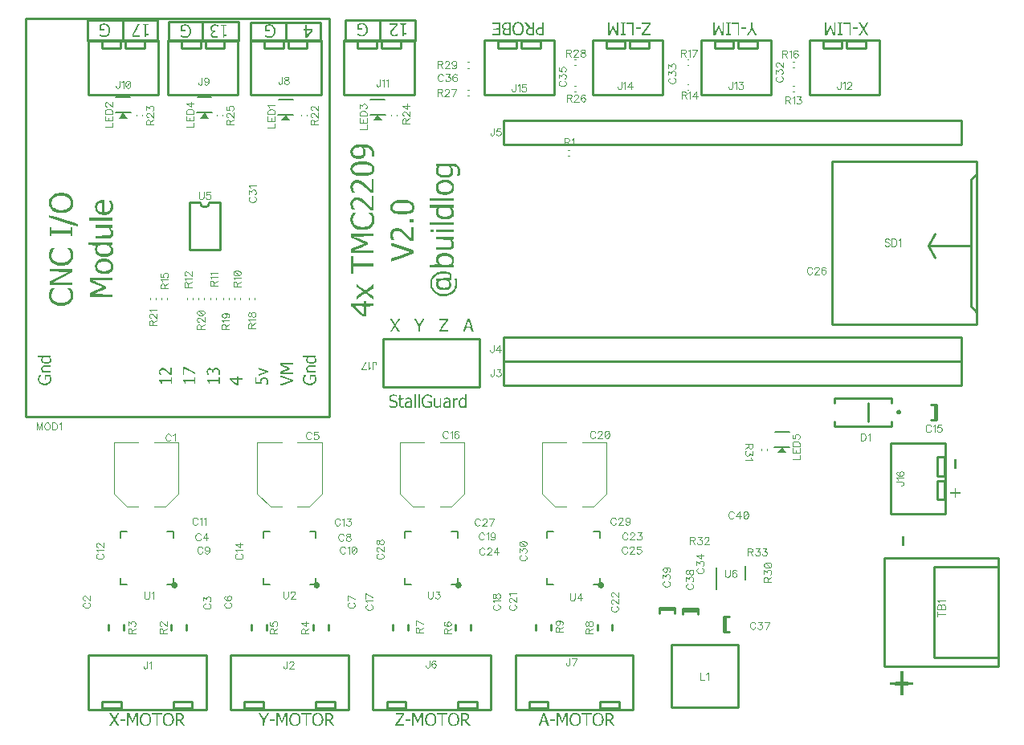
<source format=gbr>
G04 DipTrace 4.1.0.0*
G04 TopSilk.gbr*
%MOIN*%
G04 #@! TF.FileFunction,Legend,Top*
G04 #@! TF.Part,Single*
%ADD10C,0.009843*%
%ADD13C,0.004724*%
%ADD24C,0.005906*%
%ADD28C,0.003937*%
%ADD48C,0.006*%
%ADD53C,0.007874*%
%ADD120C,0.004632*%
%FSLAX26Y26*%
G04*
G70*
G90*
G75*
G01*
G04 TopSilk*
%LPD*%
X888929Y1586858D2*
D28*
X788142D1*
Y1373079D1*
X842079Y1319142D1*
X888929D1*
X955071Y1586858D2*
X1055858D1*
Y1373079D1*
X1001921Y1319142D1*
X955071D1*
X1482976Y1586858D2*
X1382189D1*
Y1373079D1*
X1436126Y1319142D1*
X1482976D1*
X1549118Y1586858D2*
X1649906D1*
Y1373079D1*
X1595969Y1319142D1*
X1549118D1*
X4194000Y1744215D2*
D10*
Y1681286D1*
X4201449Y1744215D2*
Y1681286D1*
Y1744215D2*
X4177890D1*
X4201449Y1681286D2*
X4177890D1*
X2073528Y1586858D2*
D28*
X1972740D1*
Y1373079D1*
X2026677Y1319142D1*
X2073528D1*
X2139669Y1586858D2*
X2240457D1*
Y1373079D1*
X2186520Y1319142D1*
X2139669D1*
X2664079Y1586858D2*
X2563291D1*
Y1373079D1*
X2617228Y1319142D1*
X2664079D1*
X2730220Y1586858D2*
X2831008D1*
Y1373079D1*
X2777071Y1319142D1*
X2730220D1*
X3325594Y802109D2*
D10*
Y865038D1*
X3318146Y802109D2*
Y865038D1*
Y802109D2*
X3341705D1*
X3318146Y865038D2*
X3341705D1*
X3148854Y889085D2*
X3211783D1*
X3148854Y896534D2*
X3211783D1*
X3148854D2*
Y872975D1*
X3211783Y896534D2*
Y872975D1*
X3050429Y893022D2*
X3113358D1*
X3050429Y900471D2*
X3113358D1*
X3050429D2*
Y876912D1*
X3113358Y900471D2*
Y876912D1*
X4015072Y1673385D2*
Y1653696D1*
X3778848D1*
Y1673385D1*
X4015072Y1752117D2*
Y1771806D1*
X3778848D1*
Y1752117D1*
X3916626Y1673385D2*
Y1752117D1*
G36*
X4044594Y1722589D2*
X4045879Y1722505D1*
X4047141Y1722254D1*
X4048360Y1721840D1*
X4049514Y1721271D1*
X4050584Y1720556D1*
X4051551Y1719708D1*
X4052400Y1718740D1*
X4053115Y1717670D1*
X4053684Y1716516D1*
X4054098Y1715297D1*
X4054349Y1714035D1*
X4054433Y1712751D1*
X4054349Y1711466D1*
X4054098Y1710204D1*
X4053684Y1708986D1*
X4053115Y1707831D1*
X4052400Y1706761D1*
X4051551Y1705794D1*
X4050584Y1704945D1*
X4049514Y1704230D1*
X4048360Y1703661D1*
X4047141Y1703247D1*
X4045879Y1702996D1*
X4044594Y1702912D1*
X4044576D1*
X4043292Y1702996D1*
X4042030Y1703247D1*
X4040811Y1703661D1*
X4039657Y1704230D1*
X4038587Y1704945D1*
X4037619Y1705794D1*
X4036771Y1706761D1*
X4036056Y1707831D1*
X4035486Y1708986D1*
X4035073Y1710204D1*
X4034822Y1711466D1*
X4034738Y1712751D1*
X4034822Y1714035D1*
X4035073Y1715297D1*
X4035486Y1716516D1*
X4036056Y1717670D1*
X4036771Y1718740D1*
X4037619Y1719708D1*
X4038587Y1720556D1*
X4039657Y1721271D1*
X4040811Y1721840D1*
X4042030Y1722254D1*
X4043292Y1722505D1*
X4044576Y1722589D1*
X4044594D1*
G37*
X681402Y705024D2*
D10*
Y478646D1*
X1169591D1*
Y705024D1*
X681402D1*
X738488Y512110D2*
Y482583D1*
X817228D1*
Y512110D1*
X738488D1*
X1033764D2*
Y482583D1*
X1112504D1*
Y512110D1*
X1033764D1*
X1271953Y705024D2*
Y478646D1*
X1760142D1*
Y705024D1*
X1271953D1*
X1329039Y512110D2*
Y482583D1*
X1407780D1*
Y512110D1*
X1329039D1*
X1624315D2*
Y482583D1*
X1703055D1*
Y512110D1*
X1624315D1*
X2777356Y1824321D2*
X2769755D1*
X4228956Y1824375D2*
X2403056Y1824308D1*
X4303056Y1824377D2*
X4228956Y1824375D1*
X4303052Y1924377D2*
X4303056Y1824377D1*
X4303052Y1924377D2*
X2403052Y1924308D1*
X2403056Y1824308D1*
X2777356Y1924321D2*
X2769755D1*
X4228956Y1924375D2*
X2403056Y1924308D1*
X4303056Y1924377D2*
X4228956Y1924375D1*
X4303052Y2024377D2*
X4303056Y1924377D1*
X4303052Y2024377D2*
X2403052Y2024308D1*
X2403056Y1924308D1*
X2777356Y2824321D2*
X2769755D1*
X4228956Y2824375D2*
X2403056Y2824308D1*
X4303056Y2824377D2*
X4228956Y2824375D1*
X4303052Y2924377D2*
X4303056Y2824377D1*
X4303052Y2924377D2*
X2403052Y2924308D1*
X2403056Y2824308D1*
X1862504Y705024D2*
Y478646D1*
X2350693D1*
Y705024D1*
X1862504D1*
X1919591Y512110D2*
Y482583D1*
X1998331D1*
Y512110D1*
X1919591D1*
X2214866D2*
Y482583D1*
X2293606D1*
Y512110D1*
X2214866D1*
X2453055Y705024D2*
Y478646D1*
X2941244D1*
Y705024D1*
X2453055D1*
X2510142Y512110D2*
Y482583D1*
X2588882D1*
Y512110D1*
X2510142D1*
X2805417D2*
Y482583D1*
X2884157D1*
Y512110D1*
X2805417D1*
X1645919Y3030416D2*
Y3256794D1*
X1354580D1*
Y3030416D1*
X1645919D1*
X1588832Y3223329D2*
Y3252857D1*
X1510092D1*
Y3223329D1*
X1588832D1*
X1490407D2*
Y3252857D1*
X1411667D1*
Y3223329D1*
X1490407D1*
X1302132Y3030419D2*
X1302127Y3256797D1*
X1010789Y3256791D1*
X1010794Y3030413D1*
X1302132Y3030419D1*
X1245042Y3223331D2*
X1245041Y3252859D1*
X1166301Y3252857D1*
Y3223330D1*
X1245042Y3223331D1*
X1146616Y3223329D2*
Y3252857D1*
X1067876Y3252855D1*
Y3223327D1*
X1146616Y3223329D1*
X970919Y3030416D2*
Y3256794D1*
X679580D1*
Y3030416D1*
X970919D1*
X913832Y3223329D2*
Y3252857D1*
X835092D1*
Y3223329D1*
X913832D1*
X815407D2*
Y3252857D1*
X736667D1*
Y3223329D1*
X815407D1*
X2033420Y3030416D2*
Y3256794D1*
X1742081D1*
Y3030416D1*
X2033420D1*
X1976333Y3223329D2*
Y3252857D1*
X1897593D1*
Y3223329D1*
X1976333D1*
X1877908D2*
Y3252857D1*
X1799168D1*
Y3223329D1*
X1877908D1*
X3964669Y3030416D2*
Y3256794D1*
X3673331D1*
Y3030416D1*
X3964669D1*
X3907583Y3223329D2*
Y3252857D1*
X3828843D1*
Y3223329D1*
X3907583D1*
X3809157D2*
Y3252857D1*
X3730417D1*
Y3223329D1*
X3809157D1*
X3514669Y3030416D2*
Y3256794D1*
X3223331D1*
Y3030416D1*
X3514669D1*
X3457583Y3223329D2*
Y3252857D1*
X3378843D1*
Y3223329D1*
X3457583D1*
X3359157D2*
Y3252857D1*
X3280417D1*
Y3223329D1*
X3359157D1*
X3064669Y3030416D2*
Y3256794D1*
X2773331D1*
Y3030416D1*
X3064669D1*
X3007583Y3223329D2*
Y3252857D1*
X2928843D1*
Y3223329D1*
X3007583D1*
X2909157D2*
Y3252857D1*
X2830417D1*
Y3223329D1*
X2909157D1*
X2614671Y3030416D2*
Y3256794D1*
X2323332D1*
Y3030416D1*
X2614671D1*
X2557584Y3223329D2*
Y3252857D1*
X2478844D1*
Y3223329D1*
X2557584D1*
X2459159D2*
Y3252857D1*
X2380419D1*
Y3223329D1*
X2459159D1*
X4010142Y1292081D2*
X4236520D1*
Y1583420D1*
X4010142D1*
Y1292081D1*
X4203055Y1349168D2*
X4232583D1*
Y1427908D1*
X4203055D1*
Y1349168D1*
Y1447593D2*
X4232583D1*
Y1526333D1*
X4203055D1*
Y1447593D1*
X1904787Y2018985D2*
X1904801Y1818985D1*
X2304801Y1819015D1*
X2304787Y2019015D1*
X1904787Y2018985D1*
X3377169Y487117D2*
Y746959D1*
X3101579D1*
Y487117D1*
X3377169D1*
G36*
X1500249Y2948083D2*
X1481499Y2923083D1*
X1519000D1*
D1*
X1500249Y2948083D1*
G37*
X1469000D2*
D24*
X1531499D1*
X1470722Y3010730D2*
X1529777D1*
G36*
X825249Y2956500D2*
X806499Y2931500D1*
X844000D1*
D1*
X825249Y2956500D1*
G37*
X794000D2*
D24*
X856499D1*
X795722Y3019147D2*
X854777D1*
G36*
X1881500Y2948083D2*
X1862749Y2923083D1*
X1900251D1*
D1*
X1881500Y2948083D1*
G37*
X1850251D2*
D24*
X1912749D1*
X1851972Y3010730D2*
X1911028D1*
G36*
X1162749Y2956500D2*
X1143999Y2931500D1*
X1181500D1*
D1*
X1162749Y2956500D1*
G37*
X1131500D2*
D24*
X1193999D1*
X1133222Y3019147D2*
X1192277D1*
G36*
X3559993Y1569000D2*
X3541243Y1544000D1*
X3578744D1*
D1*
X3559993Y1569000D1*
G37*
X3528744D2*
D24*
X3591243D1*
X3530466Y1631647D2*
X3589521D1*
X1680171Y1692475D2*
D10*
Y3346018D1*
X420328D1*
Y1692475D1*
X1680171D1*
X2672493Y2799562D2*
D13*
X2678005D1*
X2672493Y2775940D2*
X2678005D1*
X1086882Y807418D2*
D10*
Y830977D1*
X1023953Y807417D2*
Y830976D1*
X827040Y807418D2*
X827039Y830977D1*
X764110Y807417D2*
Y830976D1*
X1675906Y807417D2*
Y830976D1*
X1612976Y807417D2*
Y830976D1*
X1420106Y807417D2*
Y830976D1*
X1357177Y807417D2*
Y830976D1*
X2267245Y807417D2*
Y830976D1*
X2204316Y807417D2*
Y830976D1*
X2008655Y807417D2*
Y830976D1*
X1945726Y807417D2*
Y830976D1*
X2855533Y807417D2*
Y830976D1*
X2792604Y807417D2*
Y830976D1*
X2600958Y807417D2*
Y830976D1*
X2538029Y807417D2*
Y830976D1*
X1311417Y2186764D2*
D13*
Y2181252D1*
X1287795Y2186764D2*
Y2181252D1*
X1211398Y2186764D2*
Y2181252D1*
X1187776Y2186764D2*
Y2181252D1*
X1114945Y2186764D2*
Y2181252D1*
X1091323Y2186764D2*
Y2181252D1*
X3603745Y3068311D2*
X3609257D1*
X3603745Y3044689D2*
X3609257D1*
X3166244Y3074562D2*
X3171756D1*
X3166244Y3050940D2*
X3171756D1*
X1008348Y2186764D2*
Y2181252D1*
X984726Y2186764D2*
Y2181252D1*
X3603745Y3168311D2*
X3609257D1*
X3603745Y3144689D2*
X3609257D1*
X3166242Y3176085D2*
X3171754D1*
X3166243Y3152463D2*
X3171755D1*
X1346744Y2181252D2*
Y2186764D1*
X1370366Y2181252D2*
Y2186764D1*
X1240959Y2181252D2*
Y2186764D1*
X1264581Y2181252D2*
Y2186764D1*
X1136596Y2181252D2*
Y2186764D1*
X1160218Y2181252D2*
Y2186764D1*
X938291Y2181252D2*
Y2186764D1*
X961913Y2181252D2*
Y2186764D1*
X1587062Y2948525D2*
Y2943013D1*
X1563440Y2948525D2*
Y2943013D1*
X905812Y2948525D2*
Y2943013D1*
X882190Y2948525D2*
Y2943013D1*
X1962060Y2948525D2*
Y2943013D1*
X1938438Y2948525D2*
Y2943013D1*
X1237062Y2948525D2*
Y2943013D1*
X1213440Y2948525D2*
Y2943013D1*
X2697247Y3066341D2*
X2702759D1*
X2697247Y3042719D2*
X2702759D1*
X2253744Y3049560D2*
X2259256D1*
X2253744Y3025938D2*
X2259256D1*
X2697247Y3176085D2*
X2702759D1*
X2697247Y3152463D2*
X2702759D1*
X2253744Y3165948D2*
X2259256D1*
X2253744Y3142325D2*
X2259256D1*
X3496804Y1559256D2*
Y1553744D1*
X3473182Y1559256D2*
Y1553744D1*
X4369000Y2128135D2*
D10*
X4343980Y2153110D1*
X4369000Y2078118D2*
Y2753118D1*
X3769000D1*
Y2078118D1*
X4369000D1*
X4343980Y2153110D2*
Y2678126D1*
X4369000Y2703101D1*
X4343980Y2403131D2*
X4169020D1*
X4193980Y2353113D1*
X4169020Y2403131D2*
X4193980Y2453148D1*
X3985289Y655909D2*
X4457730D1*
Y1108665D1*
X3985289D1*
Y655909D1*
X4191982Y695280D2*
X4457730D1*
Y1069295D1*
X4191982D1*
Y695280D1*
G36*
X1050494Y994100D2*
X1050387Y992469D1*
X1050068Y990865D1*
X1049543Y989317D1*
X1048819Y987850D1*
X1047911Y986491D1*
X1046833Y985262D1*
X1045604Y984183D1*
X1044244Y983275D1*
X1042778Y982552D1*
X1041229Y982026D1*
X1039626Y981707D1*
X1037994Y981600D1*
X1036363Y981707D1*
X1034759Y982026D1*
X1033211Y982552D1*
X1031744Y983275D1*
X1030385Y984183D1*
X1029155Y985262D1*
X1028077Y986491D1*
X1027169Y987850D1*
X1026446Y989317D1*
X1025920Y990865D1*
X1025601Y992469D1*
X1025494Y994100D1*
Y994988D1*
X1025601Y996619D1*
X1025920Y998223D1*
X1026446Y999771D1*
X1027169Y1001238D1*
X1028077Y1002597D1*
X1029155Y1003826D1*
X1030385Y1004904D1*
X1031744Y1005813D1*
X1033211Y1006536D1*
X1034759Y1007062D1*
X1036363Y1007381D1*
X1037994Y1007488D1*
X1039626Y1007381D1*
X1041229Y1007062D1*
X1042778Y1006536D1*
X1044244Y1005813D1*
X1045604Y1004904D1*
X1046833Y1003826D1*
X1047911Y1002597D1*
X1048819Y1001238D1*
X1049543Y999771D1*
X1050068Y998223D1*
X1050387Y996619D1*
X1050494Y994988D1*
Y994100D1*
G37*
X1008896Y996852D2*
D48*
X1035242D1*
X815740Y1023199D2*
Y996852D1*
X842089Y1216355D2*
X815740D1*
X1035242D2*
X1008896D1*
X815740D2*
Y1190006D1*
Y996852D2*
X842089D1*
X1035242D2*
Y1023199D1*
Y1190006D2*
Y1216355D1*
G36*
X1641049Y994102D2*
X1640942Y992470D1*
X1640623Y990866D1*
X1640098Y989318D1*
X1639374Y987852D1*
X1638466Y986492D1*
X1637388Y985263D1*
X1636159Y984185D1*
X1634799Y983276D1*
X1633333Y982553D1*
X1631784Y982027D1*
X1630181Y981708D1*
X1628549Y981601D1*
X1626918Y981708D1*
X1625314Y982027D1*
X1623766Y982553D1*
X1622299Y983276D1*
X1620940Y984184D1*
X1619710Y985262D1*
X1618632Y986492D1*
X1617724Y987851D1*
X1617001Y989318D1*
X1616475Y990866D1*
X1616156Y992470D1*
X1616049Y994101D1*
Y994988D1*
X1616156Y996620D1*
X1616475Y998224D1*
X1617000Y999772D1*
X1617723Y1001238D1*
X1618632Y1002598D1*
X1619710Y1003827D1*
X1620939Y1004905D1*
X1622299Y1005814D1*
X1623765Y1006537D1*
X1625313Y1007063D1*
X1626917Y1007382D1*
X1628549Y1007489D1*
X1630180Y1007382D1*
X1631784Y1007063D1*
X1633332Y1006537D1*
X1634799Y1005814D1*
X1636158Y1004906D1*
X1637388Y1003828D1*
X1638466Y1002598D1*
X1639374Y1001239D1*
X1640097Y999772D1*
X1640623Y998224D1*
X1640942Y996620D1*
X1641049Y994989D1*
Y994102D1*
G37*
X1599450Y996853D2*
D48*
X1625797D1*
X1406294Y1023195D2*
Y996848D1*
X1432639Y1216352D2*
X1406289Y1216351D1*
X1625792Y1216356D2*
X1599446Y1216355D1*
X1406289Y1216351D2*
X1406290Y1190002D1*
X1406294Y996848D2*
X1432643Y996849D1*
X1625797Y996853D2*
X1625796Y1023200D1*
X1625793Y1190007D2*
X1625792Y1216356D1*
G36*
X2229792Y994100D2*
X2229685Y992469D1*
X2229366Y990865D1*
X2228840Y989317D1*
X2228117Y987850D1*
X2227209Y986491D1*
X2226131Y985262D1*
X2224902Y984183D1*
X2223542Y983275D1*
X2222076Y982552D1*
X2220527Y982026D1*
X2218924Y981707D1*
X2217292Y981600D1*
X2215660Y981707D1*
X2214057Y982026D1*
X2212508Y982552D1*
X2211042Y983275D1*
X2209682Y984183D1*
X2208453Y985262D1*
X2207375Y986491D1*
X2206467Y987850D1*
X2205744Y989317D1*
X2205218Y990865D1*
X2204899Y992469D1*
X2204792Y994100D1*
Y994988D1*
X2204899Y996619D1*
X2205218Y998223D1*
X2205744Y999771D1*
X2206467Y1001238D1*
X2207375Y1002597D1*
X2208453Y1003826D1*
X2209682Y1004904D1*
X2211042Y1005813D1*
X2212508Y1006536D1*
X2214057Y1007062D1*
X2215660Y1007381D1*
X2217292Y1007488D1*
X2218924Y1007381D1*
X2220527Y1007062D1*
X2222076Y1006536D1*
X2223542Y1005813D1*
X2224902Y1004904D1*
X2226131Y1003826D1*
X2227209Y1002597D1*
X2228117Y1001238D1*
X2228840Y999771D1*
X2229366Y998223D1*
X2229685Y996619D1*
X2229792Y994988D1*
Y994100D1*
G37*
X2188194Y996852D2*
D48*
X2214540D1*
X1995037Y1023199D2*
Y996852D1*
X2021386Y1216355D2*
X1995037D1*
X2214540D2*
X2188194D1*
X1995037D2*
Y1190006D1*
Y996852D2*
X2021386D1*
X2214540D2*
Y1023199D1*
Y1190006D2*
Y1216355D1*
G36*
X2820347Y994102D2*
X2820240Y992470D1*
X2819921Y990866D1*
X2819395Y989318D1*
X2818672Y987852D1*
X2817764Y986492D1*
X2816686Y985263D1*
X2815457Y984185D1*
X2814097Y983276D1*
X2812631Y982553D1*
X2811082Y982027D1*
X2809479Y981708D1*
X2807847Y981601D1*
X2806216Y981708D1*
X2804612Y982027D1*
X2803064Y982553D1*
X2801597Y983276D1*
X2800238Y984184D1*
X2799008Y985262D1*
X2797930Y986492D1*
X2797022Y987851D1*
X2796298Y989318D1*
X2795773Y990866D1*
X2795454Y992470D1*
X2795347Y994101D1*
Y994988D1*
X2795454Y996620D1*
X2795773Y998224D1*
X2796298Y999772D1*
X2797021Y1001238D1*
X2797930Y1002598D1*
X2799008Y1003827D1*
X2800237Y1004905D1*
X2801597Y1005814D1*
X2803063Y1006537D1*
X2804611Y1007063D1*
X2806215Y1007382D1*
X2807847Y1007489D1*
X2809478Y1007382D1*
X2811082Y1007063D1*
X2812630Y1006537D1*
X2814097Y1005814D1*
X2815456Y1004906D1*
X2816685Y1003828D1*
X2817764Y1002598D1*
X2818672Y1001239D1*
X2819395Y999772D1*
X2819921Y998224D1*
X2820240Y996620D1*
X2820347Y994989D1*
Y994102D1*
G37*
X2778748Y996853D2*
D48*
X2805095D1*
X2585592Y1023195D2*
Y996848D1*
X2611936Y1216352D2*
X2585587Y1216351D1*
X2805090Y1216356D2*
X2778744Y1216355D1*
X2585587Y1216351D2*
X2585588Y1190002D1*
X2585592Y996848D2*
X2611941Y996849D1*
X2805095Y996853D2*
X2805094Y1023200D1*
X2805091Y1190007D2*
X2805090Y1216356D1*
X1101360Y2583840D2*
D10*
Y2386987D1*
X1227328Y2583840D2*
Y2386987D1*
X1101360D2*
X1227328D1*
X1101360Y2583840D2*
X1144656D1*
X1184031D2*
X1227328D1*
X1144656D2*
G03X1184031Y2583840I19688J1D01*
G01*
X3287602Y977274D2*
D53*
Y1067825D1*
X3407642Y1018613D2*
Y1073731D1*
X1013587Y3332832D2*
D10*
X1153348D1*
Y3255517D1*
X1013587D1*
Y3332832D1*
X1153348D2*
X1304925D1*
Y3255517D1*
X1153348D1*
Y3332832D1*
X1353547Y3329814D2*
X1500425D1*
Y3255517D1*
X1353547D1*
Y3329814D1*
X1500425D2*
X1644886D1*
Y3255517D1*
X1500425D1*
Y3329814D1*
X1746360Y3342176D2*
X1891811D1*
Y3253266D1*
X1746360D1*
Y3342176D1*
X1891811D2*
X2037698D1*
Y3253266D1*
X1891811D1*
Y3342176D1*
X677173Y3340346D2*
X824404D1*
Y3252812D1*
X677173D1*
Y3340346D1*
X824404D2*
X968512D1*
Y3252812D1*
X824404D1*
Y3340346D1*
G36*
X902378Y458593D2*
X901065Y457281D1*
X898441Y453344D1*
X897785Y452032D1*
X895816Y446126D1*
X895160Y442189D1*
Y431690D1*
X895816Y427753D1*
X897785Y421848D1*
X898441Y420535D1*
X901065Y416598D1*
X903690Y413974D1*
X905659Y412661D1*
X909596Y410693D1*
X911564Y410037D1*
X914189Y409381D1*
X922063D1*
X925344Y410037D1*
X927312Y410693D1*
X931249Y412661D1*
X936499Y417911D1*
X937811Y419879D1*
X939123Y422504D1*
X940436Y426441D1*
X941092Y429066D1*
X941748Y433659D1*
Y440221D1*
X941092Y444814D1*
X940436Y447438D1*
X939123Y451375D1*
X937811Y454000D1*
X936499Y455969D1*
X931905Y460562D1*
X929937Y461874D1*
X927312Y463186D1*
X925344Y463843D1*
X922063Y464499D1*
X914189D1*
X911564Y463843D1*
X909596Y463186D1*
X905659Y461218D1*
X903690Y459906D1*
X902378Y458593D1*
X914189D1*
X916814Y459249D1*
X919438D1*
X924688Y457937D1*
X927312Y456625D1*
X931249Y452688D1*
Y452032D1*
X932562Y449407D1*
X933874Y445470D1*
X934530Y440221D1*
X935186Y439564D1*
Y434315D1*
X934530Y433659D1*
X933874Y428409D1*
X932562Y424472D1*
X931249Y421848D1*
Y421192D1*
X927968Y417911D1*
X926656Y417255D1*
X926000Y416598D1*
X924688Y415942D1*
X919438Y414630D1*
X916814D1*
X914189Y415286D1*
X912220Y415942D1*
X909596Y417255D1*
X905002Y421848D1*
Y422504D1*
X904346Y423816D1*
X903034Y427753D1*
X902378Y431690D1*
X901722Y432346D1*
Y441533D1*
X902378Y442189D1*
X903034Y446126D1*
X904346Y450063D1*
X905002Y451375D1*
X906971Y454000D1*
X907099Y454465D1*
X907627Y455312D1*
X908939Y455969D1*
X909596Y456625D1*
X912220Y457937D1*
X914189Y458593D1*
X902378D1*
G37*
G36*
X996866D2*
X995554Y457281D1*
X992929Y453344D1*
X992273Y452032D1*
X990304Y446126D1*
X989648Y442189D1*
Y431690D1*
X990304Y427753D1*
X992273Y421848D1*
X992929Y420535D1*
X995554Y416598D1*
X998178Y413974D1*
X1000147Y412661D1*
X1004084Y410693D1*
X1006052Y410037D1*
X1008677Y409381D1*
X1016551D1*
X1019832Y410037D1*
X1021800Y410693D1*
X1025737Y412661D1*
X1030987Y417911D1*
X1032299Y419879D1*
X1033611Y422504D1*
X1034924Y426441D1*
X1035580Y429066D1*
X1036236Y433659D1*
Y440221D1*
X1035580Y444814D1*
X1034924Y447438D1*
X1033611Y451375D1*
X1032299Y454000D1*
X1030987Y455969D1*
X1026394Y460562D1*
X1024425Y461874D1*
X1021800Y463186D1*
X1019832Y463843D1*
X1016551Y464499D1*
X1008677D1*
X1006052Y463843D1*
X1004084Y463186D1*
X1000147Y461218D1*
X998178Y459906D1*
X996866Y458593D1*
X1008677D1*
X1011302Y459249D1*
X1013926D1*
X1019176Y457937D1*
X1021800Y456625D1*
X1025737Y452688D1*
Y452032D1*
X1027050Y449407D1*
X1028362Y445470D1*
X1029018Y440221D1*
X1029674Y439564D1*
Y434315D1*
X1029018Y433659D1*
X1028362Y428409D1*
X1027050Y424472D1*
X1025737Y421848D1*
Y421192D1*
X1022457Y417911D1*
X1021144Y417255D1*
X1020488Y416598D1*
X1019176Y415942D1*
X1013926Y414630D1*
X1011302D1*
X1008677Y415286D1*
X1006709Y415942D1*
X1004084Y417255D1*
X999491Y421848D1*
Y422504D1*
X998835Y423816D1*
X997522Y427753D1*
X996866Y431690D1*
X996210Y432346D1*
Y441533D1*
X996866Y442189D1*
X997522Y446126D1*
X998835Y450063D1*
X999491Y451375D1*
X1001459Y454000D1*
X1001587Y454465D1*
X1002115Y455312D1*
X1003428Y455969D1*
X1004084Y456625D1*
X1006709Y457937D1*
X1008677Y458593D1*
X996866D1*
G37*
G36*
X769176Y463186D2*
X769704Y462339D1*
X769832Y461874D1*
X770488Y460562D1*
X771800Y458593D1*
X772457Y457281D1*
X773769Y455312D1*
X774425Y454000D1*
X775737Y452032D1*
X776394Y450719D1*
X779018Y446782D1*
X779674Y445470D1*
X780987Y443501D1*
X781643Y442189D1*
X782955Y440221D1*
X783611Y438908D1*
X784924Y437596D1*
Y436284D1*
X783611Y434971D1*
X782955Y433659D1*
X780331Y429722D1*
X779674Y428409D1*
X775737Y422504D1*
X775081Y421192D1*
X772457Y417255D1*
X771800Y415942D1*
X769176Y412005D1*
X768520Y410693D1*
X775737D1*
X776394Y412005D1*
X777706Y413974D1*
X778362Y415286D1*
X780987Y419223D1*
X781643Y420535D1*
X782955Y422504D1*
X783611Y423816D1*
X784924Y425785D1*
X785580Y427097D1*
X788205Y431034D1*
X788695Y431456D1*
X789026Y431401D1*
X789400Y430858D1*
X789517Y430378D1*
X790829Y428409D1*
X791485Y427097D1*
X792798Y425129D1*
X793454Y423816D1*
X794766Y421848D1*
X795422Y420535D1*
X796735Y418567D1*
X797391Y417255D1*
X798703Y415286D1*
X799359Y413974D1*
X800672Y412005D1*
X801328Y410693D1*
X808546D1*
Y411349D1*
X807890Y412661D1*
X806577Y414630D1*
X805921Y415942D1*
X804609Y417911D1*
X803953Y419223D1*
X801328Y423160D1*
X800672Y424472D1*
X799359Y426441D1*
X798703Y427753D1*
X797391Y429722D1*
X796735Y431034D1*
X794110Y434971D1*
X793454Y436284D1*
X792676Y437021D1*
X792878Y437459D1*
X793454Y438252D1*
X794110Y439564D1*
X796735Y443501D1*
X797391Y444814D1*
X800016Y448751D1*
X800672Y450063D1*
X804609Y455969D1*
X805265Y457281D1*
X807890Y461218D1*
X808546Y462530D1*
Y463186D1*
X801984D1*
X801328Y462530D1*
X800672Y461218D1*
X799359Y459249D1*
X798703Y457937D1*
X796079Y454000D1*
X795422Y452688D1*
X794110Y450719D1*
X793454Y449407D1*
X792142Y447438D1*
X791485Y446126D1*
X790173Y444158D1*
X789934Y443351D1*
X789256Y442794D1*
X788861Y442845D1*
X787548Y444158D1*
Y444814D1*
X786892Y446126D1*
X785580Y448095D1*
X784924Y449407D1*
X783611Y451375D1*
X782955Y452688D1*
X781643Y454656D1*
X780987Y455969D1*
X779674Y457937D1*
X779018Y459249D1*
X777706Y461218D1*
X777050Y462530D1*
X776394Y463186D1*
X769176D1*
G37*
G36*
X842010D2*
Y410693D1*
X847916D1*
Y454656D1*
X848406Y455078D1*
X848738Y455023D1*
X849111Y454480D1*
X849228Y454000D1*
X849884Y452032D1*
X851853Y448095D1*
X852509Y446126D1*
X854478Y442189D1*
X855134Y440221D1*
X856446Y437596D1*
X857102Y435627D1*
X859071Y431690D1*
X859727Y429722D1*
X861695Y425785D1*
X862352Y425129D1*
X865632D1*
X866289Y425785D1*
X867601Y428409D1*
X868257Y430378D1*
X870226Y434315D1*
X870882Y436284D1*
X872850Y440221D1*
X873506Y442189D1*
X875475Y446126D1*
X876131Y448095D1*
X878100Y452032D1*
X878756Y454000D1*
X878863Y454508D1*
X879265Y455045D1*
X879589Y455030D1*
X880068Y454656D1*
Y410693D1*
X886630D1*
Y463186D1*
X877443D1*
X875475Y459249D1*
X874819Y457281D1*
X873506Y454656D1*
X872850Y452688D1*
X871538Y450063D1*
X870882Y448095D1*
X868913Y444158D1*
X868257Y442189D1*
X866945Y439564D1*
X866289Y437596D1*
X864976Y434971D1*
X864810Y434197D1*
X864282Y433598D1*
X863944Y433707D1*
X863521Y434430D1*
X863664Y434971D1*
X862352Y437596D1*
X861695Y439564D1*
X859727Y443501D1*
X859071Y445470D1*
X856446Y450719D1*
X855790Y452688D1*
X853821Y456625D1*
X853165Y458593D1*
X851197Y462530D1*
X850541Y463186D1*
X842010D1*
G37*
G36*
X944373D2*
Y457281D1*
X962745Y456625D1*
Y410693D1*
X968651D1*
Y456625D1*
X986367Y457281D1*
Y463186D1*
X944373D1*
G37*
G36*
X1044766Y457281D2*
Y410693D1*
X1050672D1*
Y431034D1*
X1053734Y431690D1*
X1056796D1*
X1059858Y431034D1*
X1061170Y429722D1*
Y429066D1*
X1074294Y412661D1*
X1076262Y410693D1*
X1084793D1*
X1082168Y413974D1*
X1075606Y421848D1*
X1072981Y425129D1*
X1069701Y429066D1*
X1067076Y432346D1*
X1066298Y433084D1*
X1066420Y433659D1*
X1068388Y434315D1*
X1070357Y435627D1*
X1074950Y440221D1*
X1075606Y441533D1*
X1076918Y445470D1*
Y452032D1*
X1076262Y454656D1*
X1075606Y455969D1*
X1074294Y457937D1*
X1072325Y459906D1*
X1070357Y461218D1*
X1069044Y461874D1*
X1067076Y462530D1*
X1063795Y463186D1*
X1044766D1*
Y457281D1*
X1050672D1*
X1054828Y457937D1*
X1058983D1*
X1063139Y457281D1*
X1065107Y456625D1*
X1067732Y455312D1*
X1069044Y454000D1*
Y453344D1*
X1069701Y451375D1*
X1070357Y450719D1*
Y445470D1*
X1069701Y444814D1*
X1069044Y442845D1*
X1068388Y441533D1*
Y440877D1*
X1067076Y439564D1*
X1064451Y438252D1*
X1062483Y437596D1*
X1058546Y436940D1*
X1054609D1*
X1050672Y437596D1*
Y457281D1*
X1044766D1*
G37*
G36*
X813139Y436284D2*
Y430378D1*
X832824D1*
Y436284D1*
X813139D1*
G37*
G36*
X1522457Y458593D2*
X1521144Y457281D1*
X1518520Y453344D1*
X1517863Y452032D1*
X1515895Y446126D1*
X1515239Y442189D1*
Y431690D1*
X1515895Y427753D1*
X1517863Y421848D1*
X1518520Y420535D1*
X1521144Y416598D1*
X1523769Y413974D1*
X1525737Y412661D1*
X1529674Y410693D1*
X1531643Y410037D1*
X1534268Y409381D1*
X1542142D1*
X1545422Y410037D1*
X1547391Y410693D1*
X1551328Y412661D1*
X1556577Y417911D1*
X1557890Y419879D1*
X1559202Y422504D1*
X1560514Y426441D1*
X1561170Y429066D1*
X1561827Y433659D1*
Y440221D1*
X1561170Y444814D1*
X1560514Y447438D1*
X1559202Y451375D1*
X1557890Y454000D1*
X1556577Y455969D1*
X1551984Y460562D1*
X1550016Y461874D1*
X1547391Y463186D1*
X1545422Y463843D1*
X1542142Y464499D1*
X1534268D1*
X1531643Y463843D1*
X1529674Y463186D1*
X1525737Y461218D1*
X1523769Y459906D1*
X1522457Y458593D1*
X1534268D1*
X1536892Y459249D1*
X1539517D1*
X1544766Y457937D1*
X1547391Y456625D1*
X1551328Y452688D1*
Y452032D1*
X1552640Y449407D1*
X1553953Y445470D1*
X1554609Y440221D1*
X1555265Y439564D1*
Y434315D1*
X1554609Y433659D1*
X1553953Y428409D1*
X1552640Y424472D1*
X1551328Y421848D1*
Y421192D1*
X1548047Y417911D1*
X1546735Y417255D1*
X1546079Y416598D1*
X1544766Y415942D1*
X1539517Y414630D1*
X1536892D1*
X1534268Y415286D1*
X1532299Y415942D1*
X1529674Y417255D1*
X1525081Y421848D1*
Y422504D1*
X1524425Y423816D1*
X1523113Y427753D1*
X1522457Y431690D1*
X1521800Y432346D1*
Y441533D1*
X1522457Y442189D1*
X1523113Y446126D1*
X1524425Y450063D1*
X1525081Y451375D1*
X1527050Y454000D1*
X1527177Y454465D1*
X1527706Y455312D1*
X1529018Y455969D1*
X1529674Y456625D1*
X1532299Y457937D1*
X1534268Y458593D1*
X1522457D1*
G37*
G36*
X1616945D2*
X1615632Y457281D1*
X1613008Y453344D1*
X1612352Y452032D1*
X1610383Y446126D1*
X1609727Y442189D1*
Y431690D1*
X1610383Y427753D1*
X1612352Y421848D1*
X1613008Y420535D1*
X1615632Y416598D1*
X1618257Y413974D1*
X1620226Y412661D1*
X1624163Y410693D1*
X1626131Y410037D1*
X1628756Y409381D1*
X1636630D1*
X1639911Y410037D1*
X1641879Y410693D1*
X1645816Y412661D1*
X1651065Y417911D1*
X1652378Y419879D1*
X1653690Y422504D1*
X1655002Y426441D1*
X1655659Y429066D1*
X1656315Y433659D1*
Y440221D1*
X1655659Y444814D1*
X1655002Y447438D1*
X1653690Y451375D1*
X1652378Y454000D1*
X1651065Y455969D1*
X1646472Y460562D1*
X1644504Y461874D1*
X1641879Y463186D1*
X1639911Y463843D1*
X1636630Y464499D1*
X1628756D1*
X1626131Y463843D1*
X1624163Y463186D1*
X1620226Y461218D1*
X1618257Y459906D1*
X1616945Y458593D1*
X1628756D1*
X1631380Y459249D1*
X1634005D1*
X1639254Y457937D1*
X1641879Y456625D1*
X1645816Y452688D1*
Y452032D1*
X1647128Y449407D1*
X1648441Y445470D1*
X1649097Y440221D1*
X1649753Y439564D1*
Y434315D1*
X1649097Y433659D1*
X1648441Y428409D1*
X1647128Y424472D1*
X1645816Y421848D1*
Y421192D1*
X1642535Y417911D1*
X1641223Y417255D1*
X1640567Y416598D1*
X1639254Y415942D1*
X1634005Y414630D1*
X1631380D1*
X1628756Y415286D1*
X1626787Y415942D1*
X1624163Y417255D1*
X1619569Y421848D1*
Y422504D1*
X1618913Y423816D1*
X1617601Y427753D1*
X1616945Y431690D1*
X1616289Y432346D1*
Y441533D1*
X1616945Y442189D1*
X1617601Y446126D1*
X1618913Y450063D1*
X1619569Y451375D1*
X1621538Y454000D1*
X1621666Y454465D1*
X1622194Y455312D1*
X1623506Y455969D1*
X1624163Y456625D1*
X1626787Y457937D1*
X1628756Y458593D1*
X1616945D1*
G37*
G36*
X1387942Y463186D2*
X1388471Y462339D1*
X1388598Y461874D1*
X1389911Y459906D1*
X1391223Y457281D1*
X1392535Y455312D1*
X1393191Y454000D1*
X1394504Y452032D1*
X1395160Y450719D1*
X1396472Y448751D1*
X1397785Y446126D1*
X1399097Y444158D1*
X1399753Y442845D1*
X1401065Y440877D1*
X1401722Y439564D1*
X1403034Y437596D1*
X1404346Y434971D1*
X1405659Y433659D1*
Y410693D1*
X1412220D1*
X1412877Y434971D1*
X1414189Y436940D1*
X1414845Y438252D1*
X1416157Y440221D1*
X1416814Y441533D1*
X1418126Y443501D1*
X1418782Y444814D1*
X1420094Y446782D1*
X1420751Y448095D1*
X1422063Y450063D1*
X1422719Y451375D1*
X1424031Y453344D1*
X1424688Y454656D1*
X1426000Y456625D1*
X1426656Y457937D1*
X1427968Y459906D1*
X1428625Y461218D1*
X1429937Y463186D1*
X1422719D1*
X1422063Y461874D1*
X1420751Y459906D1*
X1419438Y457281D1*
X1418126Y455312D1*
X1417470Y454000D1*
X1416157Y452032D1*
X1415501Y450719D1*
X1414189Y448751D1*
X1413533Y447438D1*
X1412220Y445470D1*
X1410908Y442845D1*
X1409596Y440877D1*
X1408900Y440164D1*
X1408560Y440271D1*
X1408283Y440877D1*
X1407627Y442189D1*
X1406315Y444158D1*
X1405659Y445470D1*
X1404346Y447438D1*
X1403034Y450063D1*
X1401722Y452032D1*
X1401065Y453344D1*
X1399753Y455312D1*
X1398441Y457937D1*
X1397128Y459906D1*
X1396472Y461218D1*
X1395160Y463186D1*
X1387942D1*
G37*
G36*
X1462089D2*
Y410693D1*
X1467995D1*
Y454656D1*
X1468485Y455078D1*
X1468817Y455023D1*
X1469190Y454480D1*
X1469307Y454000D1*
X1469963Y452032D1*
X1471932Y448095D1*
X1472588Y446126D1*
X1474556Y442189D1*
X1475212Y440221D1*
X1476525Y437596D1*
X1477181Y435627D1*
X1479149Y431690D1*
X1479806Y429722D1*
X1481774Y425785D1*
X1482430Y425129D1*
X1485711D1*
X1486367Y425785D1*
X1487680Y428409D1*
X1488336Y430378D1*
X1490304Y434315D1*
X1490960Y436284D1*
X1492929Y440221D1*
X1493585Y442189D1*
X1495554Y446126D1*
X1496210Y448095D1*
X1498178Y452032D1*
X1498835Y454000D1*
X1498942Y454508D1*
X1499344Y455045D1*
X1499668Y455030D1*
X1500147Y454656D1*
Y410693D1*
X1506709D1*
Y463186D1*
X1497522D1*
X1495554Y459249D1*
X1494898Y457281D1*
X1493585Y454656D1*
X1492929Y452688D1*
X1491617Y450063D1*
X1490960Y448095D1*
X1488992Y444158D1*
X1488336Y442189D1*
X1487023Y439564D1*
X1486367Y437596D1*
X1485055Y434971D1*
X1484888Y434197D1*
X1484361Y433598D1*
X1484022Y433707D1*
X1483599Y434430D1*
X1483743Y434971D1*
X1482430Y437596D1*
X1481774Y439564D1*
X1479806Y443501D1*
X1479149Y445470D1*
X1476525Y450719D1*
X1475869Y452688D1*
X1473900Y456625D1*
X1473244Y458593D1*
X1471275Y462530D1*
X1470619Y463186D1*
X1462089D1*
G37*
G36*
X1564451D2*
Y457281D1*
X1582824Y456625D1*
Y410693D1*
X1588730D1*
Y456625D1*
X1606446Y457281D1*
Y463186D1*
X1564451D1*
G37*
G36*
X1664845Y457281D2*
Y410693D1*
X1670751D1*
Y431034D1*
X1673813Y431690D1*
X1676875D1*
X1679937Y431034D1*
X1681249Y429722D1*
Y429066D1*
X1694373Y412661D1*
X1696341Y410693D1*
X1704871D1*
X1702247Y413974D1*
X1695685Y421848D1*
X1693060Y425129D1*
X1689779Y429066D1*
X1687155Y432346D1*
X1686377Y433084D1*
X1686499Y433659D1*
X1688467Y434315D1*
X1690436Y435627D1*
X1695029Y440221D1*
X1695685Y441533D1*
X1696997Y445470D1*
Y452032D1*
X1696341Y454656D1*
X1695685Y455969D1*
X1694373Y457937D1*
X1692404Y459906D1*
X1690436Y461218D1*
X1689123Y461874D1*
X1687155Y462530D1*
X1683874Y463186D1*
X1664845D1*
Y457281D1*
X1670751D1*
X1674906Y457937D1*
X1679062D1*
X1683218Y457281D1*
X1685186Y456625D1*
X1687811Y455312D1*
X1689123Y454000D1*
Y453344D1*
X1689779Y451375D1*
X1690436Y450719D1*
Y445470D1*
X1689779Y444814D1*
X1689123Y442845D1*
X1688467Y441533D1*
Y440877D1*
X1687155Y439564D1*
X1684530Y438252D1*
X1682562Y437596D1*
X1678625Y436940D1*
X1674688D1*
X1670751Y437596D1*
Y457281D1*
X1664845D1*
G37*
G36*
X1433218Y436284D2*
Y430378D1*
X1452903D1*
Y436284D1*
X1433218D1*
G37*
G36*
X2086105Y458593D2*
X2084793Y457281D1*
X2082168Y453344D1*
X2081512Y452032D1*
X2079543Y446126D1*
X2078887Y442189D1*
Y431690D1*
X2079543Y427753D1*
X2081512Y421848D1*
X2082168Y420535D1*
X2084793Y416598D1*
X2087417Y413974D1*
X2089386Y412661D1*
X2093323Y410693D1*
X2095291Y410037D1*
X2097916Y409381D1*
X2105790D1*
X2109071Y410037D1*
X2111039Y410693D1*
X2114976Y412661D1*
X2120226Y417911D1*
X2121538Y419879D1*
X2122850Y422504D1*
X2124163Y426441D1*
X2124819Y429066D1*
X2125475Y433659D1*
Y440221D1*
X2124819Y444814D1*
X2124163Y447438D1*
X2122850Y451375D1*
X2121538Y454000D1*
X2120226Y455969D1*
X2115632Y460562D1*
X2113664Y461874D1*
X2111039Y463186D1*
X2109071Y463843D1*
X2105790Y464499D1*
X2097916D1*
X2095291Y463843D1*
X2093323Y463186D1*
X2089386Y461218D1*
X2087417Y459906D1*
X2086105Y458593D1*
X2097916D1*
X2100541Y459249D1*
X2103165D1*
X2108415Y457937D1*
X2111039Y456625D1*
X2114976Y452688D1*
Y452032D1*
X2116289Y449407D1*
X2117601Y445470D1*
X2118257Y440221D1*
X2118913Y439564D1*
Y434315D1*
X2118257Y433659D1*
X2117601Y428409D1*
X2116289Y424472D1*
X2114976Y421848D1*
Y421192D1*
X2111695Y417911D1*
X2110383Y417255D1*
X2109727Y416598D1*
X2108415Y415942D1*
X2103165Y414630D1*
X2100541D1*
X2097916Y415286D1*
X2095947Y415942D1*
X2093323Y417255D1*
X2088730Y421848D1*
Y422504D1*
X2088073Y423816D1*
X2086761Y427753D1*
X2086105Y431690D1*
X2085449Y432346D1*
Y441533D1*
X2086105Y442189D1*
X2086761Y446126D1*
X2088073Y450063D1*
X2088730Y451375D1*
X2090698Y454000D1*
X2090826Y454465D1*
X2091354Y455312D1*
X2092667Y455969D1*
X2093323Y456625D1*
X2095947Y457937D1*
X2097916Y458593D1*
X2086105D1*
G37*
G36*
X2180593D2*
X2179281Y457281D1*
X2176656Y453344D1*
X2176000Y452032D1*
X2174031Y446126D1*
X2173375Y442189D1*
Y431690D1*
X2174031Y427753D1*
X2176000Y421848D1*
X2176656Y420535D1*
X2179281Y416598D1*
X2181905Y413974D1*
X2183874Y412661D1*
X2187811Y410693D1*
X2189779Y410037D1*
X2192404Y409381D1*
X2200278D1*
X2203559Y410037D1*
X2205527Y410693D1*
X2209464Y412661D1*
X2214714Y417911D1*
X2216026Y419879D1*
X2217338Y422504D1*
X2218651Y426441D1*
X2219307Y429066D1*
X2219963Y433659D1*
Y440221D1*
X2219307Y444814D1*
X2218651Y447438D1*
X2217338Y451375D1*
X2216026Y454000D1*
X2214714Y455969D1*
X2210121Y460562D1*
X2208152Y461874D1*
X2205527Y463186D1*
X2203559Y463843D1*
X2200278Y464499D1*
X2192404D1*
X2189779Y463843D1*
X2187811Y463186D1*
X2183874Y461218D1*
X2181905Y459906D1*
X2180593Y458593D1*
X2192404D1*
X2195029Y459249D1*
X2197653D1*
X2202903Y457937D1*
X2205527Y456625D1*
X2209464Y452688D1*
Y452032D1*
X2210777Y449407D1*
X2212089Y445470D1*
X2212745Y440221D1*
X2213401Y439564D1*
Y434315D1*
X2212745Y433659D1*
X2212089Y428409D1*
X2210777Y424472D1*
X2209464Y421848D1*
Y421192D1*
X2206184Y417911D1*
X2204871Y417255D1*
X2204215Y416598D1*
X2202903Y415942D1*
X2197653Y414630D1*
X2195029D1*
X2192404Y415286D1*
X2190436Y415942D1*
X2187811Y417255D1*
X2183218Y421848D1*
Y422504D1*
X2182562Y423816D1*
X2181249Y427753D1*
X2180593Y431690D1*
X2179937Y432346D1*
Y441533D1*
X2180593Y442189D1*
X2181249Y446126D1*
X2182562Y450063D1*
X2183218Y451375D1*
X2185186Y454000D1*
X2185314Y454465D1*
X2185842Y455312D1*
X2187155Y455969D1*
X2187811Y456625D1*
X2190436Y457937D1*
X2192404Y458593D1*
X2180593D1*
G37*
G36*
X1956840Y463186D2*
Y457281D1*
X1983086Y456625D1*
Y455969D1*
X1981774Y454656D1*
X1979806Y452032D1*
X1978493Y450063D1*
X1976525Y447438D1*
X1975212Y445470D1*
X1973244Y442845D1*
X1970619Y438908D1*
X1968651Y436284D1*
X1967338Y434315D1*
X1965370Y431690D1*
X1964058Y429722D1*
X1962089Y427097D1*
X1960777Y425129D1*
X1958808Y422504D1*
X1957496Y420535D1*
X1955527Y417911D1*
Y410693D1*
X1991617D1*
Y416598D1*
X1962745Y417255D1*
Y417911D1*
X1964058Y419223D1*
X1966026Y421848D1*
X1967338Y423816D1*
X1969307Y426441D1*
X1970619Y428409D1*
X1972588Y431034D1*
X1973900Y433003D1*
X1975869Y435627D1*
X1977181Y437596D1*
X1979149Y440221D1*
X1980462Y442189D1*
X1982430Y444814D1*
X1983743Y446782D1*
X1985711Y449407D1*
X1987023Y451375D1*
X1990960Y456625D1*
Y463186D1*
X1956840D1*
G37*
G36*
X2025737D2*
Y410693D1*
X2031643D1*
Y454656D1*
X2032133Y455078D1*
X2032465Y455023D1*
X2032838Y454480D1*
X2032955Y454000D1*
X2033611Y452032D1*
X2035580Y448095D1*
X2036236Y446126D1*
X2038205Y442189D1*
X2038861Y440221D1*
X2040173Y437596D1*
X2040829Y435627D1*
X2042798Y431690D1*
X2043454Y429722D1*
X2045422Y425785D1*
X2046079Y425129D1*
X2049359D1*
X2050016Y425785D1*
X2051328Y428409D1*
X2051984Y430378D1*
X2053953Y434315D1*
X2054609Y436284D1*
X2056577Y440221D1*
X2057233Y442189D1*
X2059202Y446126D1*
X2059858Y448095D1*
X2061827Y452032D1*
X2062483Y454000D1*
X2062590Y454508D1*
X2062992Y455045D1*
X2063316Y455030D1*
X2063795Y454656D1*
Y410693D1*
X2070357D1*
Y463186D1*
X2061170D1*
X2059202Y459249D1*
X2058546Y457281D1*
X2057233Y454656D1*
X2056577Y452688D1*
X2055265Y450063D1*
X2054609Y448095D1*
X2052640Y444158D1*
X2051984Y442189D1*
X2050672Y439564D1*
X2050016Y437596D1*
X2048703Y434971D1*
X2048537Y434197D1*
X2048009Y433598D1*
X2047671Y433707D1*
X2047248Y434430D1*
X2047391Y434971D1*
X2046079Y437596D1*
X2045422Y439564D1*
X2043454Y443501D1*
X2042798Y445470D1*
X2040173Y450719D1*
X2039517Y452688D1*
X2037548Y456625D1*
X2036892Y458593D1*
X2034924Y462530D1*
X2034268Y463186D1*
X2025737D1*
G37*
G36*
X2128100D2*
Y457281D1*
X2146472Y456625D1*
Y410693D1*
X2152378D1*
Y456625D1*
X2170094Y457281D1*
Y463186D1*
X2128100D1*
G37*
G36*
X2228493Y457281D2*
Y410693D1*
X2234399D1*
Y431034D1*
X2237461Y431690D1*
X2240523D1*
X2243585Y431034D1*
X2244898Y429722D1*
Y429066D1*
X2258021Y412661D1*
X2259989Y410693D1*
X2268520D1*
X2265895Y413974D1*
X2259333Y421848D1*
X2256709Y425129D1*
X2253428Y429066D1*
X2250803Y432346D1*
X2250025Y433084D1*
X2250147Y433659D1*
X2252115Y434315D1*
X2254084Y435627D1*
X2258677Y440221D1*
X2259333Y441533D1*
X2260646Y445470D1*
Y452032D1*
X2259989Y454656D1*
X2259333Y455969D1*
X2258021Y457937D1*
X2256052Y459906D1*
X2254084Y461218D1*
X2252772Y461874D1*
X2250803Y462530D1*
X2247522Y463186D1*
X2228493D1*
Y457281D1*
X2234399D1*
X2238555Y457937D1*
X2242710D1*
X2246866Y457281D1*
X2248835Y456625D1*
X2251459Y455312D1*
X2252772Y454000D1*
Y453344D1*
X2253428Y451375D1*
X2254084Y450719D1*
Y445470D1*
X2253428Y444814D1*
X2252772Y442845D1*
X2252115Y441533D1*
Y440877D1*
X2250803Y439564D1*
X2248178Y438252D1*
X2246210Y437596D1*
X2242273Y436940D1*
X2238336D1*
X2234399Y437596D1*
Y457281D1*
X2228493D1*
G37*
G36*
X1996866Y436284D2*
Y430378D1*
X2016551D1*
Y436284D1*
X1996866D1*
G37*
G36*
X2685842Y458593D2*
X2684530Y457281D1*
X2681905Y453344D1*
X2681249Y452032D1*
X2679281Y446126D1*
X2678625Y442189D1*
Y431690D1*
X2679281Y427753D1*
X2681249Y421848D1*
X2681905Y420535D1*
X2684530Y416598D1*
X2687155Y413974D1*
X2689123Y412661D1*
X2693060Y410693D1*
X2695029Y410037D1*
X2697653Y409381D1*
X2705527D1*
X2708808Y410037D1*
X2710777Y410693D1*
X2714714Y412661D1*
X2719963Y417911D1*
X2721275Y419879D1*
X2722588Y422504D1*
X2723900Y426441D1*
X2724556Y429066D1*
X2725212Y433659D1*
Y440221D1*
X2724556Y444814D1*
X2723900Y447438D1*
X2722588Y451375D1*
X2721275Y454000D1*
X2719963Y455969D1*
X2715370Y460562D1*
X2713401Y461874D1*
X2710777Y463186D1*
X2708808Y463843D1*
X2705527Y464499D1*
X2697653D1*
X2695029Y463843D1*
X2693060Y463186D1*
X2689123Y461218D1*
X2687155Y459906D1*
X2685842Y458593D1*
X2697653D1*
X2700278Y459249D1*
X2702903D1*
X2708152Y457937D1*
X2710777Y456625D1*
X2714714Y452688D1*
Y452032D1*
X2716026Y449407D1*
X2717338Y445470D1*
X2717995Y440221D1*
X2718651Y439564D1*
Y434315D1*
X2717995Y433659D1*
X2717338Y428409D1*
X2716026Y424472D1*
X2714714Y421848D1*
Y421192D1*
X2711433Y417911D1*
X2710121Y417255D1*
X2709464Y416598D1*
X2708152Y415942D1*
X2702903Y414630D1*
X2700278D1*
X2697653Y415286D1*
X2695685Y415942D1*
X2693060Y417255D1*
X2688467Y421848D1*
Y422504D1*
X2687811Y423816D1*
X2686499Y427753D1*
X2685842Y431690D1*
X2685186Y432346D1*
Y441533D1*
X2685842Y442189D1*
X2686499Y446126D1*
X2687811Y450063D1*
X2688467Y451375D1*
X2690436Y454000D1*
X2690563Y454465D1*
X2691092Y455312D1*
X2692404Y455969D1*
X2693060Y456625D1*
X2695685Y457937D1*
X2697653Y458593D1*
X2685842D1*
G37*
G36*
X2780331D2*
X2779018Y457281D1*
X2776394Y453344D1*
X2775737Y452032D1*
X2773769Y446126D1*
X2773113Y442189D1*
Y431690D1*
X2773769Y427753D1*
X2775737Y421848D1*
X2776394Y420535D1*
X2779018Y416598D1*
X2781643Y413974D1*
X2783611Y412661D1*
X2787548Y410693D1*
X2789517Y410037D1*
X2792142Y409381D1*
X2800016D1*
X2803296Y410037D1*
X2805265Y410693D1*
X2809202Y412661D1*
X2814451Y417911D1*
X2815764Y419879D1*
X2817076Y422504D1*
X2818388Y426441D1*
X2819044Y429066D1*
X2819701Y433659D1*
Y440221D1*
X2819044Y444814D1*
X2818388Y447438D1*
X2817076Y451375D1*
X2815764Y454000D1*
X2814451Y455969D1*
X2809858Y460562D1*
X2807890Y461874D1*
X2805265Y463186D1*
X2803296Y463843D1*
X2800016Y464499D1*
X2792142D1*
X2789517Y463843D1*
X2787548Y463186D1*
X2783611Y461218D1*
X2781643Y459906D1*
X2780331Y458593D1*
X2792142D1*
X2794766Y459249D1*
X2797391D1*
X2802640Y457937D1*
X2805265Y456625D1*
X2809202Y452688D1*
Y452032D1*
X2810514Y449407D1*
X2811827Y445470D1*
X2812483Y440221D1*
X2813139Y439564D1*
Y434315D1*
X2812483Y433659D1*
X2811827Y428409D1*
X2810514Y424472D1*
X2809202Y421848D1*
Y421192D1*
X2805921Y417911D1*
X2804609Y417255D1*
X2803953Y416598D1*
X2802640Y415942D1*
X2797391Y414630D1*
X2794766D1*
X2792142Y415286D1*
X2790173Y415942D1*
X2787548Y417255D1*
X2782955Y421848D1*
Y422504D1*
X2782299Y423816D1*
X2780987Y427753D1*
X2780331Y431690D1*
X2779674Y432346D1*
Y441533D1*
X2780331Y442189D1*
X2780987Y446126D1*
X2782299Y450063D1*
X2782955Y451375D1*
X2784924Y454000D1*
X2785051Y454465D1*
X2785580Y455312D1*
X2786892Y455969D1*
X2787548Y456625D1*
X2790173Y457937D1*
X2792142Y458593D1*
X2780331D1*
G37*
G36*
X2564451Y455312D2*
X2564236Y454516D1*
X2563795Y454000D1*
X2555921Y430378D1*
X2555265Y429066D1*
X2549359Y411349D1*
Y410693D1*
X2555921D1*
X2560514Y424472D1*
Y425129D1*
X2567513Y425785D1*
X2574513D1*
X2581512Y425129D1*
X2582168Y424472D1*
Y423160D1*
X2584793Y415286D1*
X2585449Y412661D1*
X2586105Y410693D1*
X2593323D1*
X2587417Y428409D1*
X2586761Y429722D1*
X2575606Y463186D1*
X2567076D1*
X2566420Y461874D1*
X2564451Y455969D1*
Y455312D1*
X2570357D1*
X2570847Y455734D1*
X2571187Y455695D1*
X2571669Y455312D1*
X2572325Y453344D1*
X2572981Y450719D1*
X2578887Y433003D1*
X2579416Y432155D1*
X2579543Y431690D1*
X2573856Y431034D1*
X2568170D1*
X2562483Y431690D1*
X2563139Y432346D1*
X2563795Y434971D1*
X2570357Y454656D1*
Y455312D1*
X2564451D1*
G37*
G36*
X2625475Y463186D2*
Y410693D1*
X2631380D1*
Y454656D1*
X2631870Y455078D1*
X2632202Y455023D1*
X2632576Y454480D1*
X2632693Y454000D1*
X2633349Y452032D1*
X2635317Y448095D1*
X2635974Y446126D1*
X2637942Y442189D1*
X2638598Y440221D1*
X2639911Y437596D1*
X2640567Y435627D1*
X2642535Y431690D1*
X2643191Y429722D1*
X2645160Y425785D1*
X2645816Y425129D1*
X2649097D1*
X2649753Y425785D1*
X2651065Y428409D1*
X2651722Y430378D1*
X2653690Y434315D1*
X2654346Y436284D1*
X2656315Y440221D1*
X2656971Y442189D1*
X2658939Y446126D1*
X2659596Y448095D1*
X2661564Y452032D1*
X2662220Y454000D1*
X2662328Y454508D1*
X2662730Y455045D1*
X2663053Y455030D1*
X2663533Y454656D1*
Y410693D1*
X2670094D1*
Y463186D1*
X2660908D1*
X2658939Y459249D1*
X2658283Y457281D1*
X2656971Y454656D1*
X2656315Y452688D1*
X2655002Y450063D1*
X2654346Y448095D1*
X2652378Y444158D1*
X2651722Y442189D1*
X2650409Y439564D1*
X2649753Y437596D1*
X2648441Y434971D1*
X2648274Y434197D1*
X2647746Y433598D1*
X2647408Y433707D1*
X2646985Y434430D1*
X2647128Y434971D1*
X2645816Y437596D1*
X2645160Y439564D1*
X2643191Y443501D1*
X2642535Y445470D1*
X2639911Y450719D1*
X2639254Y452688D1*
X2637286Y456625D1*
X2636630Y458593D1*
X2634661Y462530D1*
X2634005Y463186D1*
X2625475D1*
G37*
G36*
X2727837D2*
Y457281D1*
X2746210Y456625D1*
Y410693D1*
X2752115D1*
Y456625D1*
X2769832Y457281D1*
Y463186D1*
X2727837D1*
G37*
G36*
X2828231Y457281D2*
Y410693D1*
X2834136D1*
Y431034D1*
X2837198Y431690D1*
X2840261D1*
X2843323Y431034D1*
X2844635Y429722D1*
Y429066D1*
X2857758Y412661D1*
X2859727Y410693D1*
X2868257D1*
X2865632Y413974D1*
X2859071Y421848D1*
X2856446Y425129D1*
X2853165Y429066D1*
X2850541Y432346D1*
X2849762Y433084D1*
X2849884Y433659D1*
X2851853Y434315D1*
X2853821Y435627D1*
X2858415Y440221D1*
X2859071Y441533D1*
X2860383Y445470D1*
Y452032D1*
X2859727Y454656D1*
X2859071Y455969D1*
X2857758Y457937D1*
X2855790Y459906D1*
X2853821Y461218D1*
X2852509Y461874D1*
X2850541Y462530D1*
X2847260Y463186D1*
X2828231D1*
Y457281D1*
X2834136D1*
X2838292Y457937D1*
X2842448D1*
X2846604Y457281D1*
X2848572Y456625D1*
X2851197Y455312D1*
X2852509Y454000D1*
Y453344D1*
X2853165Y451375D1*
X2853821Y450719D1*
Y445470D1*
X2853165Y444814D1*
X2852509Y442845D1*
X2851853Y441533D1*
Y440877D1*
X2850541Y439564D1*
X2847916Y438252D1*
X2845947Y437596D1*
X2842010Y436940D1*
X2838073D1*
X2834136Y437596D1*
Y457281D1*
X2828231D1*
G37*
G36*
X2596604Y436284D2*
Y430378D1*
X2616289D1*
Y436284D1*
X2596604D1*
G37*
G36*
X3737680Y3331297D2*
Y3278803D1*
X3746866D1*
X3747522Y3280116D1*
X3748178Y3282084D1*
X3749491Y3284709D1*
X3750147Y3286677D1*
X3751459Y3289302D1*
X3752115Y3291270D1*
X3753428Y3293895D1*
X3754084Y3295864D1*
X3755396Y3298488D1*
X3756052Y3300457D1*
X3757365Y3303081D1*
X3758021Y3305050D1*
X3759008Y3307014D1*
X3759363Y3307620D1*
X3759829Y3308085D1*
X3760164Y3308055D1*
X3760646Y3307675D1*
Y3306362D1*
X3762614Y3302425D1*
X3763270Y3300457D1*
X3765895Y3295207D1*
X3766551Y3293239D1*
X3768520Y3289302D1*
X3769176Y3287333D1*
X3771144Y3283396D1*
X3771800Y3281428D1*
X3773113Y3278803D1*
X3782299D1*
Y3331297D1*
X3776394D1*
Y3286677D1*
X3775698Y3285965D1*
X3775358Y3286071D1*
X3775081Y3286677D1*
Y3287990D1*
X3773113Y3291927D1*
X3772457Y3293895D1*
X3770488Y3297832D1*
X3769832Y3299801D1*
X3768520Y3302425D1*
X3767863Y3304394D1*
X3765895Y3308331D1*
X3765239Y3310299D1*
X3763270Y3314236D1*
X3762614Y3316205D1*
X3761958Y3316861D1*
X3758021D1*
X3757365Y3315549D1*
X3756709Y3313580D1*
X3754740Y3309643D1*
X3754084Y3307675D1*
X3752115Y3303738D1*
X3751459Y3301769D1*
X3749491Y3297832D1*
X3748835Y3295864D1*
X3746866Y3291927D1*
X3746210Y3289958D1*
X3744898Y3287333D1*
X3744731Y3286559D1*
X3744203Y3285961D1*
X3743863Y3286071D1*
X3743585Y3286677D1*
Y3331297D1*
X3737680D1*
G37*
G36*
X3791485D2*
Y3326703D1*
X3798047Y3326047D1*
Y3284053D1*
X3791485Y3283396D1*
Y3278803D1*
X3811170D1*
Y3283396D1*
X3804609Y3284053D1*
Y3326047D1*
X3811170Y3326703D1*
Y3331297D1*
X3791485D1*
G37*
G36*
X3815764D2*
Y3325391D1*
X3839386Y3324735D1*
Y3278803D1*
X3845291D1*
Y3331297D1*
X3815764D1*
G37*
G36*
X3878100D2*
X3878628Y3330449D1*
X3878756Y3329984D1*
X3880068Y3328016D1*
X3880724Y3326703D1*
X3883349Y3322766D1*
X3884005Y3321454D1*
X3885317Y3319486D1*
X3885974Y3318173D1*
X3887286Y3316205D1*
X3887942Y3314892D1*
X3890567Y3310955D1*
X3891223Y3309643D1*
X3892535Y3307675D1*
X3893191Y3306362D1*
X3894504Y3305050D1*
Y3304394D1*
X3893191Y3303081D1*
X3892535Y3301769D1*
X3889911Y3297832D1*
X3889254Y3296520D1*
X3886630Y3292583D1*
X3885974Y3291270D1*
X3883349Y3287333D1*
X3882693Y3286021D1*
X3878756Y3280116D1*
X3878100Y3278803D1*
X3885317D1*
X3885974Y3280116D1*
X3888598Y3284053D1*
X3889254Y3285365D1*
X3890567Y3287333D1*
X3891223Y3288646D1*
X3892535Y3290614D1*
X3893191Y3291927D1*
X3895816Y3295864D1*
X3896472Y3297176D1*
Y3297832D1*
X3897785Y3299144D1*
X3898383Y3298893D1*
X3898955Y3298254D1*
X3899097Y3297832D1*
X3899753Y3296520D1*
X3901065Y3294551D1*
X3901722Y3293239D1*
X3903034Y3291270D1*
X3903690Y3289958D1*
X3905002Y3287990D1*
X3905659Y3286677D1*
X3906971Y3284709D1*
X3907627Y3283396D1*
X3908939Y3281428D1*
X3909596Y3280116D1*
X3910908Y3278803D1*
X3918126D1*
X3917470Y3280116D1*
X3914845Y3284053D1*
X3914189Y3285365D1*
X3912877Y3287333D1*
X3912220Y3288646D1*
X3910908Y3290614D1*
X3910252Y3291927D1*
X3908939Y3293895D1*
X3908283Y3295207D1*
X3905659Y3299144D1*
X3905002Y3300457D1*
X3903690Y3302425D1*
X3903034Y3303738D1*
X3901722Y3305050D1*
X3903034Y3306362D1*
X3904346Y3308331D1*
X3905002Y3309643D1*
X3907627Y3313580D1*
X3908283Y3314892D1*
X3910908Y3318829D1*
X3911564Y3320142D1*
X3914189Y3324079D1*
X3914845Y3325391D1*
X3917470Y3329328D1*
X3918126Y3330640D1*
Y3331297D1*
X3911564D1*
X3908939Y3327360D1*
X3908283Y3326047D1*
X3906971Y3324079D1*
X3906315Y3322766D1*
X3903690Y3318829D1*
X3903034Y3317517D1*
X3901722Y3315549D1*
X3901065Y3314236D1*
X3899753Y3312268D1*
X3899422Y3311610D1*
X3899041Y3310925D1*
X3898400Y3310241D1*
X3898062Y3310349D1*
X3897785Y3310955D1*
X3896472Y3313580D1*
X3895160Y3315549D1*
X3894504Y3316861D1*
X3893191Y3318829D1*
X3892535Y3320142D1*
X3891223Y3322110D1*
X3890567Y3323423D1*
X3889254Y3325391D1*
X3888598Y3326703D1*
X3887286Y3328672D1*
X3886630Y3329984D1*
X3885317Y3331297D1*
X3878100D1*
G37*
G36*
X3854478Y3311612D2*
Y3305706D1*
X3873506D1*
Y3311612D1*
X3854478D1*
G37*
G36*
X3274425Y3331297D2*
Y3278803D1*
X3283611D1*
X3284268Y3280116D1*
X3284924Y3282084D1*
X3286236Y3284709D1*
X3286892Y3286677D1*
X3288205Y3289302D1*
X3288861Y3291270D1*
X3290173Y3293895D1*
X3290829Y3295864D1*
X3292142Y3298488D1*
X3292798Y3300457D1*
X3294110Y3303081D1*
X3294766Y3305050D1*
X3295753Y3307014D1*
X3296108Y3307620D1*
X3296574Y3308085D1*
X3296909Y3308055D1*
X3297391Y3307675D1*
Y3306362D1*
X3299359Y3302425D1*
X3300016Y3300457D1*
X3302640Y3295207D1*
X3303296Y3293239D1*
X3305265Y3289302D1*
X3305921Y3287333D1*
X3307890Y3283396D1*
X3308546Y3281428D1*
X3309858Y3278803D1*
X3319044D1*
Y3331297D1*
X3313139D1*
Y3286677D1*
X3312443Y3285965D1*
X3312103Y3286071D1*
X3311827Y3286677D1*
Y3287990D1*
X3309858Y3291927D1*
X3309202Y3293895D1*
X3307233Y3297832D1*
X3306577Y3299801D1*
X3305265Y3302425D1*
X3304609Y3304394D1*
X3302640Y3308331D1*
X3301984Y3310299D1*
X3300016Y3314236D1*
X3299359Y3316205D1*
X3298703Y3316861D1*
X3294766D1*
X3294110Y3315549D1*
X3293454Y3313580D1*
X3291485Y3309643D1*
X3290829Y3307675D1*
X3288861Y3303738D1*
X3288205Y3301769D1*
X3286236Y3297832D1*
X3285580Y3295864D1*
X3283611Y3291927D1*
X3282955Y3289958D1*
X3281643Y3287333D1*
X3281476Y3286559D1*
X3280948Y3285961D1*
X3280609Y3286071D1*
X3280331Y3286677D1*
Y3331297D1*
X3274425D1*
G37*
G36*
X3328231D2*
Y3326703D1*
X3334793Y3326047D1*
Y3284053D1*
X3328231Y3283396D1*
Y3278803D1*
X3347916D1*
Y3283396D1*
X3341354Y3284053D1*
Y3326047D1*
X3347916Y3326703D1*
Y3331297D1*
X3328231D1*
G37*
G36*
X3352509D2*
Y3325391D1*
X3376131Y3324735D1*
Y3278803D1*
X3382037D1*
Y3331297D1*
X3352509D1*
G37*
G36*
X3431905D2*
Y3307675D1*
X3430593Y3306362D1*
X3429937Y3305050D1*
X3428625Y3303081D1*
X3427968Y3301769D1*
X3426656Y3299801D1*
X3426000Y3298488D1*
X3423375Y3294551D1*
X3422719Y3293239D1*
X3421407Y3291270D1*
X3420751Y3289958D1*
X3419438Y3287990D1*
X3418782Y3286677D1*
X3417470Y3284709D1*
X3416814Y3283396D1*
X3415501Y3281428D1*
X3414189Y3278803D1*
X3420751D1*
X3421407Y3279459D1*
X3422719Y3281428D1*
X3423375Y3282740D1*
X3424688Y3284709D1*
X3425344Y3286021D1*
X3426656Y3287990D1*
X3427968Y3290614D1*
X3429281Y3292583D1*
X3429937Y3293895D1*
X3431249Y3295864D1*
X3431905Y3297176D1*
X3433218Y3299144D1*
X3433874Y3300457D1*
X3434010Y3300902D1*
X3434603Y3301489D1*
X3435186Y3301769D1*
X3436499Y3300457D1*
Y3299801D1*
X3437811Y3297176D1*
X3439123Y3295207D1*
X3439779Y3293895D1*
X3441092Y3291927D1*
X3442404Y3289302D1*
X3443716Y3287333D1*
X3444373Y3286021D1*
X3445685Y3284053D1*
X3446997Y3281428D1*
X3448310Y3279459D1*
X3448966Y3278803D1*
X3456184D1*
X3454871Y3280772D1*
X3454215Y3282084D1*
X3452903Y3284053D1*
X3452247Y3285365D1*
X3450934Y3287333D1*
X3450278Y3288646D1*
X3448966Y3290614D1*
X3447653Y3293239D1*
X3446341Y3295207D1*
X3445685Y3296520D1*
X3444373Y3298488D1*
X3443716Y3299801D1*
X3442404Y3301769D1*
X3441092Y3304394D1*
X3439779Y3306362D1*
X3439123Y3307675D1*
X3438467Y3331297D1*
X3431905D1*
G37*
G36*
X3391223Y3311612D2*
Y3305706D1*
X3410252D1*
Y3311612D1*
X3391223D1*
G37*
G36*
X2836761Y3331297D2*
Y3278803D1*
X2845947D1*
X2846604Y3280116D1*
X2847260Y3282084D1*
X2848572Y3284709D1*
X2849228Y3286677D1*
X2850541Y3289302D1*
X2851197Y3291270D1*
X2852509Y3293895D1*
X2853165Y3295864D1*
X2854478Y3298488D1*
X2855134Y3300457D1*
X2856446Y3303081D1*
X2857102Y3305050D1*
X2858089Y3307014D1*
X2858444Y3307620D1*
X2858910Y3308085D1*
X2859245Y3308055D1*
X2859727Y3307675D1*
Y3306362D1*
X2861695Y3302425D1*
X2862352Y3300457D1*
X2864976Y3295207D1*
X2865632Y3293239D1*
X2867601Y3289302D1*
X2868257Y3287333D1*
X2870226Y3283396D1*
X2870882Y3281428D1*
X2872194Y3278803D1*
X2881380D1*
Y3331297D1*
X2875475D1*
Y3286677D1*
X2874779Y3285965D1*
X2874439Y3286071D1*
X2874163Y3286677D1*
Y3287990D1*
X2872194Y3291927D1*
X2871538Y3293895D1*
X2869569Y3297832D1*
X2868913Y3299801D1*
X2867601Y3302425D1*
X2866945Y3304394D1*
X2864976Y3308331D1*
X2864320Y3310299D1*
X2862352Y3314236D1*
X2861695Y3316205D1*
X2861039Y3316861D1*
X2857102D1*
X2856446Y3315549D1*
X2855790Y3313580D1*
X2853821Y3309643D1*
X2853165Y3307675D1*
X2851197Y3303738D1*
X2850541Y3301769D1*
X2848572Y3297832D1*
X2847916Y3295864D1*
X2845947Y3291927D1*
X2845291Y3289958D1*
X2843979Y3287333D1*
X2843812Y3286559D1*
X2843284Y3285961D1*
X2842945Y3286071D1*
X2842667Y3286677D1*
Y3331297D1*
X2836761D1*
G37*
G36*
X2890567D2*
Y3326703D1*
X2897128Y3326047D1*
Y3284053D1*
X2890567Y3283396D1*
Y3278803D1*
X2910252D1*
Y3283396D1*
X2903690Y3284053D1*
Y3326047D1*
X2910252Y3326703D1*
Y3331297D1*
X2890567D1*
G37*
G36*
X2914845D2*
Y3325391D1*
X2938467Y3324735D1*
Y3278803D1*
X2944373D1*
Y3331297D1*
X2914845D1*
G37*
G36*
X2978493D2*
Y3325391D1*
X3006709Y3324079D1*
Y3323423D1*
X3005396Y3322110D1*
X3003428Y3319486D1*
X3002115Y3317517D1*
X3000147Y3314892D1*
X2998835Y3312924D1*
X2996866Y3310299D1*
X2995554Y3308331D1*
X2993585Y3305706D1*
X2992273Y3303738D1*
X2988336Y3298488D1*
X2987023Y3296520D1*
X2985055Y3293895D1*
X2983743Y3291927D1*
X2981774Y3289302D1*
X2979149Y3285365D1*
Y3278803D1*
X3013270D1*
Y3284709D1*
X2986367Y3285365D1*
X2987680Y3286677D1*
X2988992Y3288646D1*
X2990960Y3291270D1*
X2992273Y3293239D1*
X2994241Y3295864D1*
X2995554Y3297832D1*
X2997522Y3300457D1*
X2998835Y3302425D1*
X3000803Y3305050D1*
X3002115Y3307018D1*
X3004084Y3309643D1*
X3005396Y3311612D1*
X3007365Y3314236D1*
X3008677Y3316205D1*
X3010646Y3318829D1*
X3011958Y3320798D1*
X3013926Y3323423D1*
X3014583Y3324735D1*
Y3331297D1*
X2978493D1*
G37*
G36*
X2953559Y3311612D2*
Y3305706D1*
X2972588D1*
Y3311612D1*
X2953559D1*
G37*
G36*
X2448966Y3326703D2*
X2447653Y3325391D1*
X2445029Y3321454D1*
X2444373Y3320142D1*
X2442404Y3314236D1*
X2441748Y3310299D1*
Y3299801D1*
X2442404Y3295864D1*
X2444373Y3289958D1*
X2445029Y3288646D1*
X2447653Y3284709D1*
X2450278Y3282084D1*
X2452247Y3280772D1*
X2456184Y3278803D1*
X2458152Y3278147D1*
X2460777Y3277491D1*
X2468651D1*
X2471932Y3278147D1*
X2473900Y3278803D1*
X2477837Y3280772D1*
X2483086Y3286021D1*
X2484399Y3287990D1*
X2485711Y3290614D1*
X2487023Y3294551D1*
X2487680Y3297176D1*
X2488336Y3302425D1*
Y3307675D1*
X2487680Y3312924D1*
X2487023Y3315549D1*
X2485711Y3319486D1*
X2484399Y3322110D1*
X2483086Y3324079D1*
X2477837Y3329328D1*
X2473900Y3331297D1*
X2471932Y3331953D1*
X2468651Y3332609D1*
X2461433D1*
X2458152Y3331953D1*
X2456184Y3331297D1*
X2452247Y3329328D1*
X2450278Y3328016D1*
X2448966Y3326703D1*
X2460777D1*
X2463401Y3327360D1*
X2466026D1*
X2471275Y3326047D1*
X2472588Y3325391D1*
X2473244Y3324735D1*
X2474556Y3324079D1*
X2477837Y3320798D1*
Y3320142D1*
X2479149Y3317517D1*
X2480462Y3313580D1*
X2481118Y3308331D1*
X2481774Y3307675D1*
Y3302425D1*
X2481118Y3301769D1*
X2480462Y3297176D1*
X2479806Y3294551D1*
X2479149Y3292583D1*
X2477837Y3289958D1*
Y3289302D1*
X2473900Y3285365D1*
X2471275Y3284053D1*
X2466026Y3282740D1*
X2463401D1*
X2460777Y3283396D1*
X2458808Y3284053D1*
X2456184Y3285365D1*
X2455527Y3286021D1*
X2454215Y3286677D1*
X2453437Y3287415D1*
X2453559Y3287990D1*
X2451590Y3290614D1*
X2450934Y3291927D1*
X2449622Y3295864D1*
X2448966Y3299144D1*
X2448310Y3299801D1*
Y3310299D1*
X2448966Y3310955D1*
X2449622Y3314236D1*
X2450934Y3318173D1*
X2451590Y3319486D1*
Y3320142D1*
X2456184Y3324735D1*
X2458808Y3326047D1*
X2460777Y3326703D1*
X2448966D1*
G37*
G36*
X2358415Y3331297D2*
Y3325391D1*
X2384661Y3324735D1*
Y3306362D1*
X2360383Y3305706D1*
Y3299801D1*
X2384661Y3299144D1*
Y3285365D1*
X2358415Y3284709D1*
Y3278803D1*
X2390567D1*
Y3331297D1*
X2358415D1*
G37*
G36*
X2405002Y3299801D2*
X2403034Y3297832D1*
X2401722Y3295864D1*
X2401065Y3293895D1*
Y3286677D1*
X2402378Y3284053D1*
X2405002Y3281428D1*
X2406971Y3280116D1*
X2408939Y3279459D1*
X2412220Y3278803D1*
X2433218D1*
Y3331297D1*
X2413533D1*
X2410252Y3330640D1*
X2408283Y3329984D1*
X2405659Y3328672D1*
X2403690Y3327360D1*
X2401722Y3325391D1*
X2414189D1*
X2418563Y3326047D1*
X2422938D1*
X2427312Y3325391D1*
Y3306362D1*
X2422282Y3305706D1*
X2417251D1*
X2412220Y3306362D1*
X2410252Y3307018D1*
X2407627Y3308331D1*
X2405659Y3310299D1*
Y3311612D1*
X2405002Y3312268D1*
Y3318829D1*
X2405659Y3319486D1*
X2406315Y3320798D1*
Y3321454D1*
X2407627Y3322766D1*
X2408939Y3323423D1*
X2409596Y3324079D1*
X2410908Y3324735D1*
X2414189Y3325391D1*
X2401722D1*
X2401065Y3324735D1*
X2399753Y3322766D1*
X2398441Y3318829D1*
Y3311612D1*
X2399097Y3309643D1*
X2399753Y3308331D1*
X2401065Y3306362D1*
X2402378Y3305050D1*
X2404346Y3303738D1*
X2405659Y3303081D1*
X2407627Y3302425D1*
X2408283Y3301769D1*
X2405659Y3300457D1*
X2405002Y3299801D1*
X2413533D1*
X2418126Y3300457D1*
X2422719D1*
X2427312Y3299801D1*
Y3284709D1*
X2422500Y3284053D1*
X2417688D1*
X2412877Y3284709D1*
X2410908Y3285365D1*
X2409596Y3286021D1*
X2408283Y3287333D1*
Y3287990D1*
X2407627Y3288646D1*
Y3295207D1*
X2408283Y3295864D1*
Y3296520D1*
X2410252Y3298488D1*
X2411564Y3299144D1*
X2413533Y3299801D1*
X2405002D1*
G37*
G36*
X2502115Y3304394D2*
X2501459Y3303738D1*
X2500147Y3301769D1*
X2498835Y3299144D1*
X2498178Y3297176D1*
Y3288646D1*
X2500147Y3284709D1*
X2502772Y3282084D1*
X2504740Y3280772D1*
X2506052Y3280116D1*
X2508021Y3279459D1*
X2511302Y3278803D1*
X2530331D1*
Y3331297D1*
X2523769D1*
Y3310955D1*
X2520925Y3310299D1*
X2518082D1*
X2515239Y3310955D1*
X2512614Y3313580D1*
Y3314236D1*
X2499491Y3330640D1*
X2498835Y3331297D1*
X2490304D1*
X2491617Y3329328D1*
X2498178Y3321454D1*
X2500803Y3318173D1*
X2504084Y3314236D1*
X2506709Y3310955D1*
X2508677Y3308987D1*
X2508021Y3308331D1*
X2505396Y3307018D1*
X2503428Y3305706D1*
X2502115Y3304394D1*
X2512614D1*
X2516332Y3305050D1*
X2520051D1*
X2523769Y3304394D1*
Y3284709D1*
X2519832Y3284053D1*
X2515895D1*
X2511958Y3284709D1*
X2509333Y3285365D1*
X2508021Y3286021D1*
X2505396Y3288646D1*
Y3289302D1*
X2504740Y3289958D1*
Y3297176D1*
X2505396Y3297832D1*
X2506052Y3299801D1*
Y3300457D1*
X2508677Y3303081D1*
X2509989Y3303738D1*
X2512614Y3304394D1*
X2502115D1*
G37*
G36*
X2541485Y3305706D2*
Y3305050D1*
X2540173Y3303738D1*
X2538861Y3301113D1*
X2538205Y3299144D1*
X2537548Y3295207D1*
Y3293895D1*
X2538205Y3289958D1*
X2538861Y3287990D1*
X2539517Y3286677D1*
X2540829Y3284709D1*
X2543454Y3282084D1*
X2547391Y3280116D1*
X2549359Y3279459D1*
X2552640Y3278803D1*
X2570357D1*
Y3331297D1*
X2564451D1*
Y3312268D1*
X2553296Y3311612D1*
X2550016Y3310955D1*
X2548047Y3310299D1*
X2545422Y3308987D1*
X2542798Y3307018D1*
X2541485Y3305706D1*
X2553296D1*
X2557015Y3306362D1*
X2560733D1*
X2564451Y3305706D1*
Y3284709D1*
X2560514Y3284053D1*
X2556577D1*
X2552640Y3284709D1*
X2550016Y3285365D1*
X2548703Y3286021D1*
X2545422Y3289302D1*
Y3289958D1*
X2544766Y3293895D1*
X2543988Y3294633D1*
X2544191Y3295071D1*
X2544766Y3295864D1*
X2545422Y3299144D1*
X2547391Y3302425D1*
X2549359Y3304394D1*
X2550672Y3305050D1*
X2553296Y3305706D1*
X2541485D1*
G37*
G36*
X4052247Y636087D2*
X4050672Y634512D1*
Y593567D1*
X4008152Y591992D1*
Y579394D1*
X4050672Y577819D1*
Y536874D1*
X4063270D1*
Y577819D1*
X4105790Y579394D1*
Y591992D1*
X4063270Y593567D1*
Y636087D1*
X4052247D1*
G37*
G36*
X529806Y2610299D2*
X525081Y2605575D1*
X522719Y2602032D1*
X521538Y2599669D1*
X519176Y2592583D1*
X517995Y2584315D1*
Y2578409D1*
X519176Y2571323D1*
X520357Y2566598D1*
X523900Y2559512D1*
X526262Y2555969D1*
X532168Y2550063D1*
X535711Y2547701D1*
X542798Y2544158D1*
X549884Y2541795D1*
X554609Y2540614D1*
X580593D1*
X586499Y2541795D1*
X593585Y2544158D1*
X598310Y2546520D1*
X601853Y2548882D1*
X606577Y2552425D1*
X607758Y2553606D1*
X611302Y2558331D1*
X613664Y2561874D1*
X614845Y2565417D1*
X616026Y2567780D1*
X617207Y2572504D1*
Y2590221D1*
X616026Y2594945D1*
X614845Y2598488D1*
X612483Y2603213D1*
X610121Y2606756D1*
X603034Y2613843D1*
X599491Y2616205D1*
X592404Y2619748D1*
X588861Y2620929D1*
X584136Y2622110D1*
X577050Y2623291D1*
X559333D1*
X552247Y2622110D1*
X547522Y2620929D1*
X543979Y2619748D1*
X534530Y2615024D1*
X529806Y2610299D1*
X559333D1*
X565239Y2611480D1*
X571144D1*
X577050Y2610299D1*
X584136Y2609118D1*
X588861Y2607937D1*
X595947Y2604394D1*
X597128Y2603213D1*
X599491Y2602032D1*
X603034Y2598488D1*
Y2597307D1*
X605396Y2593764D1*
X606577Y2590221D1*
X607758Y2589039D1*
Y2573685D1*
X606577Y2572504D1*
X604215Y2567780D1*
Y2566598D1*
X597128Y2559512D1*
X590042Y2555969D1*
X586499Y2554787D1*
X580593Y2553606D1*
X572325Y2552425D1*
X564058D1*
X555790Y2553606D1*
X549884Y2554787D1*
X546341Y2555969D1*
X539254Y2559512D1*
X538073Y2560693D1*
X535711Y2561874D1*
X533349Y2564236D1*
Y2565417D1*
X530987Y2568961D1*
X529806Y2571323D1*
X528625Y2576047D1*
X527443Y2577228D1*
Y2585496D1*
X528625Y2586677D1*
X529806Y2591402D1*
X530987Y2594945D1*
Y2596126D1*
X538073Y2603213D1*
X547522Y2607937D1*
X552247Y2609118D1*
X559333Y2610299D1*
X529806D1*
G37*
G36*
X712877Y2581953D2*
X712488Y2580520D1*
X711695Y2579591D1*
X709333Y2574866D1*
X708152Y2567780D1*
Y2563055D1*
X709333Y2555969D1*
X710514Y2552425D1*
X712877Y2547701D1*
X722325Y2538252D1*
X729412Y2534709D1*
X734136Y2533528D1*
X740042Y2532346D1*
X753034D1*
X758939Y2533528D1*
X762483Y2534709D1*
X769569Y2538252D1*
X777837Y2546520D1*
X780199Y2551244D1*
X782562Y2558331D1*
Y2576047D1*
X781380Y2580772D1*
X779018Y2587858D1*
X777837Y2590221D1*
X776656Y2591402D1*
X766026D1*
Y2590221D1*
X768388Y2586677D1*
X769569Y2584315D1*
X771932Y2577228D1*
X773113Y2576047D1*
Y2560693D1*
X771932Y2559512D1*
X770751Y2555969D1*
Y2554787D1*
X763664Y2547701D1*
X761302Y2546520D1*
X757758Y2545339D1*
X753821Y2544158D1*
X749884D1*
X745947Y2545339D1*
Y2593764D1*
X741223D1*
X729412Y2592583D1*
X725869Y2591402D1*
X718782Y2587858D1*
X712877Y2581953D1*
X735317D1*
X736200Y2582711D1*
X736812Y2582642D1*
X737680Y2581953D1*
Y2545339D1*
X735317Y2544158D1*
X732955D1*
X723506Y2548882D1*
X719963Y2552425D1*
Y2553606D1*
X718782Y2555969D1*
X717601Y2559512D1*
X716420Y2560693D1*
Y2567780D1*
X717601Y2568961D1*
X719963Y2574866D1*
X720193Y2575703D1*
X721144Y2577228D1*
X723506Y2578409D1*
X724688Y2579591D1*
X728231Y2580772D1*
X735317Y2581953D1*
X712877D1*
G37*
G36*
X516814Y2531165D2*
Y2521717D1*
X530987Y2516992D1*
X592404Y2498095D1*
X611302Y2492189D1*
X626656Y2487465D1*
X634924Y2485102D1*
X636105D1*
Y2494551D1*
X633743Y2495732D1*
X630199Y2496913D1*
X611302Y2502819D1*
X595947Y2507543D1*
X577050Y2513449D1*
X546341Y2522898D1*
X527443Y2528803D1*
X519176Y2531165D1*
X516814D1*
G37*
G36*
X683349Y2519354D2*
Y2508724D1*
X781380D1*
Y2519354D1*
X683349D1*
G37*
G36*
X711695Y2489827D2*
X710514Y2488646D1*
Y2479197D1*
X711695Y2478016D1*
X766026Y2476835D1*
X768388Y2474472D1*
Y2473291D1*
X771932Y2466205D1*
X773113Y2465024D1*
Y2453213D1*
X771932Y2452032D1*
Y2450850D1*
X769569Y2448488D1*
X767207Y2447307D1*
X762483Y2446126D1*
X710514Y2444945D1*
Y2434315D1*
X764845D1*
X769569Y2435496D1*
X776656Y2439039D1*
X780199Y2442583D1*
X782562Y2446126D1*
X783743Y2449669D1*
Y2462661D1*
X782562Y2466205D1*
X781380Y2468567D1*
X779018Y2472110D1*
X775475Y2475654D1*
Y2476835D1*
X781380Y2478016D1*
Y2489827D1*
X711695D1*
G37*
G36*
X520357Y2479197D2*
Y2443764D1*
X528625D1*
Y2454394D1*
X554609Y2455575D1*
X580593D1*
X606577Y2454394D1*
Y2443764D1*
X614845D1*
Y2479197D1*
X606577D1*
Y2468567D1*
X580593Y2467386D1*
X554609D1*
X528625Y2468567D1*
Y2479197D1*
X520357D1*
G37*
G36*
X712877Y2404787D2*
X712488Y2403355D1*
X711695Y2402425D1*
X710514Y2400063D1*
X709333Y2396520D1*
X708152Y2389433D1*
Y2385890D1*
X709333Y2379984D1*
X710514Y2376441D1*
X711695Y2374079D1*
X714058Y2370535D1*
X718782Y2365811D1*
X722325Y2363449D1*
X727050Y2361087D1*
X734136Y2358724D1*
X740042Y2357543D1*
X754215D1*
X761302Y2358724D1*
X768388Y2361087D1*
X773113Y2363449D1*
X777837Y2366992D1*
X781380Y2371717D1*
X782562Y2374079D1*
X783743Y2377622D1*
Y2390614D1*
X782562Y2394158D1*
X780199Y2398882D1*
X775475Y2403606D1*
Y2404787D1*
X781380Y2405969D1*
Y2416598D1*
X682168D1*
Y2405969D1*
X712877Y2404787D1*
X722325D1*
X736892Y2405969D1*
X751459D1*
X766026Y2404787D1*
X768388Y2402425D1*
Y2401244D1*
X770751Y2397701D1*
X771932Y2394158D1*
X773113Y2392976D1*
Y2381165D1*
X771932Y2379984D1*
X770751Y2377622D1*
X770362Y2376189D1*
X769569Y2375260D1*
X767207Y2374079D1*
X766026Y2372898D1*
X758939Y2370535D1*
X750672Y2369354D1*
X742404D1*
X734136Y2370535D1*
X730593Y2371717D1*
X725869Y2374079D1*
X719963Y2379984D1*
Y2381165D1*
X718782Y2384709D1*
X717601Y2385890D1*
Y2392976D1*
X718782Y2394158D1*
X719963Y2400063D1*
X722325Y2404787D1*
X712877D1*
G37*
G36*
X526262Y2392976D2*
X525874Y2391544D1*
X525081Y2390614D1*
X521538Y2383528D1*
X520357Y2379984D1*
X519176Y2375260D1*
X517995Y2366992D1*
Y2361087D1*
X519176Y2352819D1*
X520357Y2349276D1*
X525081Y2339827D1*
X534530Y2330378D1*
X540436Y2326835D1*
X546341Y2324472D1*
X549884Y2323291D1*
X555790Y2322110D1*
X580593D1*
X586499Y2323291D1*
X593585Y2325654D1*
X598310Y2328016D1*
X601853Y2330378D1*
X611302Y2339827D1*
X614845Y2346913D1*
X616026Y2350457D1*
X617207Y2355181D1*
Y2372898D1*
X616026Y2377622D1*
X613664Y2384709D1*
X610121Y2391795D1*
X608939Y2392976D1*
X594766D1*
X600672Y2385890D1*
X603034Y2382346D1*
X605396Y2377622D1*
X606577Y2372898D1*
X607758Y2371717D1*
Y2356362D1*
X606577Y2355181D1*
X604215Y2350457D1*
X601853Y2346913D1*
X601465Y2345481D1*
X600672Y2344551D1*
X598310Y2343370D1*
X595947Y2341008D1*
X588861Y2337465D1*
X585317Y2336284D1*
X580593Y2335102D1*
X572325Y2333921D1*
X564058D1*
X555790Y2335102D1*
X551065Y2336284D1*
X543979Y2338646D1*
X542798Y2339827D1*
X538073Y2342189D1*
X533349Y2346913D1*
Y2348095D1*
X530987Y2351638D1*
X529806Y2354000D1*
X528625Y2358724D1*
X527443Y2359906D1*
Y2368173D1*
X528625Y2369354D1*
X529806Y2375260D1*
X533349Y2382346D1*
X535711Y2385890D1*
X540436Y2391795D1*
Y2392976D1*
X526262D1*
G37*
G36*
X715239Y2337465D2*
X712877Y2335102D1*
X710514Y2330378D1*
X709333Y2326835D1*
X708152Y2320929D1*
Y2316205D1*
X709333Y2309118D1*
X710514Y2305575D1*
X711695Y2303213D1*
X714058Y2299669D1*
X719963Y2293764D1*
X723506Y2291402D1*
X725869Y2290221D1*
X732955Y2287858D1*
X740042Y2286677D1*
X753034D1*
X760121Y2287858D1*
X763664Y2289039D1*
X770751Y2292583D1*
X774294Y2294945D1*
X777837Y2298488D1*
X780199Y2302032D1*
X782562Y2306756D1*
X783743Y2310299D1*
Y2325654D1*
X781380Y2332740D1*
X779018Y2336284D1*
X771932Y2343370D1*
X764845Y2346913D1*
X761302Y2348095D1*
X755396Y2349276D1*
X737680D1*
X731774Y2348095D1*
X728231Y2346913D1*
X721144Y2343370D1*
X715239Y2337465D1*
X741223D1*
X744766Y2338646D1*
X748310D1*
X751853Y2337465D1*
X760121Y2336284D1*
X763664Y2335102D1*
X766026Y2333921D1*
X767207Y2332740D1*
X769569Y2331559D1*
X770521Y2330034D1*
X770751Y2329197D1*
X773113Y2325654D1*
X774294Y2324472D1*
Y2312661D1*
X773113Y2311480D1*
Y2309118D1*
X767207Y2303213D1*
X762483Y2300850D1*
X757758Y2299669D1*
X749884Y2298488D1*
X742010D1*
X734136Y2299669D1*
X727050Y2302032D1*
X725869Y2303213D1*
X723506Y2304394D1*
X721144Y2306756D1*
Y2307937D1*
X719963Y2310299D1*
X718782Y2313843D1*
X717601Y2315024D1*
Y2320929D1*
X718782Y2322110D1*
X719963Y2326835D1*
Y2328016D1*
X724688Y2332740D1*
X729412Y2335102D1*
X732955Y2336284D1*
X741223Y2337465D1*
X715239D1*
G37*
G36*
X520357Y2306756D2*
Y2296126D1*
X595947Y2294945D1*
X522719Y2258331D1*
X520357Y2255969D1*
Y2239433D1*
X614845D1*
Y2250063D1*
X533349Y2251244D1*
X556971Y2263055D1*
X614845Y2292583D1*
Y2306756D1*
X520357D1*
G37*
G36*
X686892Y2271323D2*
Y2255969D1*
X688073Y2254787D1*
X695160Y2251244D1*
X736499Y2233528D1*
X740042Y2232346D1*
Y2231165D1*
X736499Y2229984D1*
X693979Y2211087D1*
X686892Y2207543D1*
Y2191008D1*
X781380D1*
Y2201638D1*
X699884Y2202819D1*
X702247Y2204000D1*
X705790Y2205181D1*
X714058Y2208724D1*
X724688Y2213449D1*
X732955Y2216992D1*
X743585Y2221717D1*
X751853Y2225260D1*
X754215Y2226441D1*
X755396Y2227622D1*
Y2234709D1*
X748310Y2238252D1*
X727050Y2247701D1*
X718782Y2251244D1*
X708152Y2255969D1*
X704609Y2257150D1*
X699884Y2259512D1*
X781380Y2260693D1*
Y2271323D1*
X686892D1*
G37*
G36*
X526262Y2226441D2*
X525874Y2225008D1*
X525081Y2224079D1*
X521538Y2216992D1*
X520357Y2213449D1*
X519176Y2208724D1*
X517995Y2200457D1*
Y2194551D1*
X519176Y2186284D1*
X520357Y2182740D1*
X525081Y2173291D1*
X534530Y2163843D1*
X540436Y2160299D1*
X546341Y2157937D1*
X549884Y2156756D1*
X555790Y2155575D1*
X580593D1*
X586499Y2156756D1*
X593585Y2159118D1*
X598310Y2161480D1*
X601853Y2163843D1*
X611302Y2173291D1*
X614845Y2180378D1*
X616026Y2183921D1*
X617207Y2188646D1*
Y2206362D1*
X616026Y2211087D1*
X613664Y2218173D1*
X610121Y2225260D1*
X608939Y2226441D1*
X594766D1*
X600672Y2219354D1*
X603034Y2215811D1*
X605396Y2211087D1*
X606577Y2206362D1*
X607758Y2205181D1*
Y2189827D1*
X606577Y2188646D1*
X604215Y2183921D1*
X601853Y2180378D1*
X601465Y2178945D1*
X600672Y2178016D1*
X598310Y2176835D1*
X595947Y2174472D1*
X588861Y2170929D1*
X585317Y2169748D1*
X580593Y2168567D1*
X572325Y2167386D1*
X564058D1*
X555790Y2168567D1*
X551065Y2169748D1*
X543979Y2172110D1*
X542798Y2173291D1*
X538073Y2175654D1*
X533349Y2180378D1*
Y2181559D1*
X530987Y2185102D1*
X529806Y2187465D1*
X528625Y2192189D1*
X527443Y2193370D1*
Y2201638D1*
X528625Y2202819D1*
X529806Y2208724D1*
X533349Y2215811D1*
X535711Y2219354D1*
X540436Y2225260D1*
Y2226441D1*
X526262D1*
G37*
G36*
X2222588Y1766992D2*
X2220619Y1765024D1*
X2219307Y1762399D1*
X2218651Y1760430D1*
X2217995Y1757806D1*
X2217338Y1751900D1*
Y1751244D1*
X2217995Y1744682D1*
X2218651Y1742058D1*
X2219307Y1740089D1*
X2220619Y1737465D1*
X2221932Y1735496D1*
X2224556Y1732871D1*
X2227181Y1731559D1*
X2229149Y1730903D1*
X2235055D1*
X2237023Y1731559D1*
X2240960Y1733528D1*
X2242929Y1735496D1*
X2243540Y1735278D1*
X2244241Y1734840D1*
Y1732215D1*
X2250147D1*
Y1787333D1*
X2244241D1*
Y1770929D1*
X2243546Y1770216D1*
X2243206Y1770323D1*
X2242929Y1770929D1*
X2241617Y1771585D1*
X2239648Y1772242D1*
X2237023Y1772898D1*
X2231118D1*
X2229149Y1772242D1*
X2226525Y1770929D1*
X2224556Y1769617D1*
X2222588Y1767648D1*
Y1766992D1*
X2231774D1*
X2234180Y1767648D1*
X2236586D1*
X2238992Y1766992D1*
X2242929Y1765680D1*
X2244241Y1765024D1*
Y1741402D1*
X2243585Y1740745D1*
X2242273Y1740089D1*
X2241617Y1739433D1*
X2238992Y1738121D1*
X2237023Y1737465D1*
X2234836Y1736808D1*
X2232649D1*
X2230462Y1737465D1*
X2227837Y1738777D1*
X2225869Y1740745D1*
Y1741402D1*
X2225212Y1743370D1*
X2224556Y1745995D1*
X2223900Y1746651D1*
Y1757150D1*
X2224556Y1757806D1*
X2225212Y1760430D1*
X2225869Y1761743D1*
Y1762399D1*
X2229149Y1765680D1*
X2231774Y1766992D1*
X2222588D1*
G37*
G36*
X2034268Y1786677D2*
Y1732215D1*
X2040173D1*
Y1786677D1*
X2034268D1*
G37*
G36*
X2050672D2*
Y1732215D1*
X2056577D1*
Y1786677D1*
X2050672D1*
G37*
G36*
X1943060Y1786021D2*
X1940436Y1785365D1*
X1937155Y1784053D1*
X1935186Y1782740D1*
X1931905Y1779459D1*
X1929937Y1775522D1*
X1929281Y1772898D1*
Y1768304D1*
X1929937Y1765680D1*
X1931249Y1763055D1*
X1935186Y1759118D1*
X1939123Y1757150D1*
X1949622Y1754525D1*
X1953559Y1753213D1*
X1954215Y1752556D1*
X1955527Y1751900D1*
X1956840Y1750588D1*
Y1749932D1*
X1957496Y1749276D1*
Y1742714D1*
X1956840Y1742058D1*
X1956184Y1740745D1*
Y1740089D1*
X1954871Y1738777D1*
X1952247Y1737465D1*
X1946997Y1736152D1*
X1944373D1*
X1939123Y1737465D1*
X1937155Y1738121D1*
X1933218Y1740089D1*
X1932562Y1740745D1*
X1929281Y1743370D1*
Y1734840D1*
X1929937Y1734184D1*
X1933218Y1732871D1*
X1935186Y1732215D1*
X1937811Y1731559D1*
X1941092Y1730903D1*
X1950278D1*
X1952903Y1731559D1*
X1954871Y1732215D1*
X1956184Y1732871D1*
X1958152Y1734184D1*
X1962089Y1738121D1*
X1963401Y1740745D1*
X1964058Y1742714D1*
X1964714Y1746651D1*
Y1747307D1*
X1964058Y1751244D1*
X1963401Y1753213D1*
X1962089Y1755181D1*
X1959464Y1757806D1*
X1957496Y1759118D1*
X1951590Y1761087D1*
X1943716Y1763055D1*
X1941748Y1763711D1*
X1939123Y1765024D1*
X1937155Y1766992D1*
Y1767648D1*
X1936499Y1769617D1*
X1935842Y1770273D1*
Y1773554D1*
X1936499Y1774210D1*
X1937155Y1775522D1*
Y1776179D1*
X1939779Y1778803D1*
X1941092Y1779459D1*
X1946341Y1780772D1*
X1948966D1*
X1954215Y1779459D1*
X1960777Y1776179D1*
X1962089Y1774866D1*
Y1782740D1*
X1961433Y1783396D1*
X1955527Y1785365D1*
X1951590Y1786021D1*
X1943060D1*
G37*
G36*
X2085449D2*
X2082168Y1785365D1*
X2078231Y1784053D1*
X2076918Y1783396D1*
X2072981Y1780772D1*
X2070357Y1778147D1*
X2067732Y1774210D1*
X2066420Y1771585D1*
X2065764Y1769617D1*
X2065107Y1766992D1*
X2064451Y1763711D1*
Y1753213D1*
X2065107Y1749276D1*
X2066420Y1745339D1*
X2069044Y1740089D1*
X2074294Y1734840D1*
X2079543Y1732215D1*
X2081512Y1731559D1*
X2084793Y1730903D1*
X2093323D1*
X2096604Y1731559D1*
X2102509Y1733528D1*
X2105790Y1734840D1*
X2106446Y1735496D1*
Y1758462D1*
X2088073D1*
Y1752556D1*
X2100541Y1751900D1*
Y1738777D1*
X2099884Y1738121D1*
X2097916Y1737465D1*
X2091354Y1736152D1*
X2088073D1*
X2084793Y1736808D1*
X2080856Y1738121D1*
X2079543Y1738777D1*
X2078231Y1740089D1*
X2076918Y1740745D1*
X2076140Y1741483D1*
X2076262Y1742058D1*
X2074294Y1744682D1*
X2073638Y1745995D1*
X2072325Y1749932D1*
X2071669Y1753213D1*
X2071013Y1753869D1*
Y1763711D1*
X2071669Y1764367D1*
X2072981Y1769617D1*
X2074294Y1772242D1*
X2076262Y1774866D1*
X2076390Y1775331D1*
X2076918Y1776179D1*
X2078231Y1776835D1*
X2079543Y1778147D1*
X2082168Y1779459D1*
X2084793Y1780116D1*
X2087636Y1780772D1*
X2090479D1*
X2093323Y1780116D1*
X2095947Y1779459D1*
X2097916Y1778803D1*
X2101853Y1776835D1*
X2102509Y1776179D1*
X2105790Y1773554D1*
X2106446D1*
Y1781428D1*
X2105790Y1782084D1*
X2104478Y1782740D1*
X2101197Y1784053D1*
X2099228Y1784709D1*
X2096604Y1785365D1*
X2093323Y1786021D1*
X2085449D1*
G37*
G36*
X1971932Y1782740D2*
Y1772242D1*
X1967338Y1771585D1*
Y1766336D1*
X1971932Y1765680D1*
Y1742058D1*
X1972588Y1738777D1*
X1973244Y1736808D1*
X1974556Y1734840D1*
X1975869Y1733528D1*
X1978493Y1732215D1*
X1980462Y1731559D1*
X1986367D1*
X1989648Y1732215D1*
X1990304Y1732871D1*
Y1738121D1*
X1988336Y1737465D1*
X1986149Y1736808D1*
X1983961D1*
X1981774Y1737465D1*
X1980462Y1738121D1*
X1978493Y1740089D1*
Y1742714D1*
X1977837Y1743370D1*
Y1765680D1*
X1990304Y1766336D1*
Y1771585D1*
X1977837Y1772242D1*
Y1782740D1*
X1971932D1*
G37*
G36*
X1996866Y1752556D2*
X1994898Y1750588D1*
X1993585Y1747963D1*
Y1739433D1*
X1994241Y1737465D1*
X1995554Y1735496D1*
X1998178Y1732871D1*
X2000803Y1731559D1*
X2002772Y1730903D1*
X2008021D1*
X2010646Y1731559D1*
X2013270Y1732871D1*
X2015239Y1734184D1*
X2016551Y1735496D1*
X2017041Y1735917D1*
X2017381Y1735879D1*
X2017863Y1735496D1*
Y1732215D1*
X2023769D1*
Y1764367D1*
X2021800Y1768304D1*
X2019832Y1770273D1*
X2015895Y1772242D1*
X2012614Y1772898D1*
X2004084D1*
X2000147Y1772242D1*
X1996866Y1771585D1*
X1996210Y1770929D1*
Y1765024D1*
X1996866D1*
X2004084Y1766992D1*
X2006927Y1767648D1*
X2009771D1*
X2012614Y1766992D1*
X2014583Y1766336D1*
X2015895Y1765680D1*
X2017207Y1764367D1*
Y1763711D1*
X2017863Y1763055D1*
Y1758462D1*
X2013270Y1757806D1*
X2008021Y1757150D1*
X2004740Y1756493D1*
X2002115Y1755837D1*
X1998178Y1753869D1*
X1996866Y1752556D1*
X2013926D1*
X2015239Y1753213D1*
X2016551D1*
X2017863Y1752556D1*
Y1741402D1*
X2015895Y1739433D1*
X2014583Y1738777D1*
X2013926Y1738121D1*
X2012614Y1737465D1*
X2010646Y1736808D1*
X2008458Y1736152D1*
X2006271D1*
X2004084Y1736808D1*
X2002115Y1737465D1*
X2000147Y1739433D1*
Y1740089D1*
X1999491Y1740745D1*
Y1745995D1*
X2000147Y1746651D1*
Y1747307D1*
X2002772Y1749932D1*
X2005396Y1751244D1*
X2008677Y1751900D1*
X2013926Y1752556D1*
X1996866D1*
G37*
G36*
X2156971D2*
X2155002Y1750588D1*
X2153690Y1747963D1*
Y1739433D1*
X2154346Y1737465D1*
X2155659Y1735496D1*
X2158283Y1732871D1*
X2160908Y1731559D1*
X2162877Y1730903D1*
X2168126D1*
X2170751Y1731559D1*
X2173375Y1732871D1*
X2175344Y1734184D1*
X2176656Y1735496D1*
X2177146Y1735917D1*
X2177486Y1735879D1*
X2177968Y1735496D1*
Y1732215D1*
X2183874D1*
Y1764367D1*
X2181905Y1768304D1*
X2179937Y1770273D1*
X2176000Y1772242D1*
X2172719Y1772898D1*
X2164189D1*
X2160252Y1772242D1*
X2156971Y1771585D1*
X2156315Y1770929D1*
Y1765024D1*
X2156971D1*
X2164189Y1766992D1*
X2167032Y1767648D1*
X2169876D1*
X2172719Y1766992D1*
X2174688Y1766336D1*
X2176000Y1765680D1*
X2177312Y1764367D1*
Y1763711D1*
X2177968Y1763055D1*
Y1758462D1*
X2173375Y1757806D1*
X2168126Y1757150D1*
X2164845Y1756493D1*
X2162220Y1755837D1*
X2158283Y1753869D1*
X2156971Y1752556D1*
X2174031D1*
X2175344Y1753213D1*
X2176656D1*
X2177968Y1752556D1*
Y1741402D1*
X2176000Y1739433D1*
X2174688Y1738777D1*
X2174031Y1738121D1*
X2172719Y1737465D1*
X2170751Y1736808D1*
X2168563Y1736152D1*
X2166376D1*
X2164189Y1736808D1*
X2162220Y1737465D1*
X2160252Y1739433D1*
Y1740089D1*
X2159596Y1740745D1*
Y1745995D1*
X2160252Y1746651D1*
Y1747307D1*
X2162877Y1749932D1*
X2165501Y1751244D1*
X2168782Y1751900D1*
X2174031Y1752556D1*
X2156971D1*
G37*
G36*
X2114976Y1771585D2*
Y1744026D1*
X2115632Y1740089D1*
X2116289Y1738121D1*
X2117601Y1735496D1*
X2120226Y1732871D1*
X2122850Y1731559D1*
X2124819Y1730903D1*
X2130068D1*
X2132037Y1731559D1*
X2135974Y1733528D1*
X2138598Y1735496D1*
X2139088Y1735917D1*
X2139428Y1735879D1*
X2139911Y1735496D1*
Y1732215D1*
X2145816D1*
Y1771585D1*
X2139911D1*
Y1742058D1*
X2138598Y1740745D1*
X2137286Y1740089D1*
X2136630Y1739433D1*
X2134005Y1738121D1*
X2132037Y1737465D1*
X2129849Y1736808D1*
X2127662D1*
X2125475Y1737465D1*
X2124163Y1738121D1*
X2122194Y1740089D1*
Y1741402D1*
X2121538Y1745339D1*
X2120882Y1771585D1*
X2114976D1*
G37*
G36*
X2194373D2*
Y1732215D1*
X2200278D1*
Y1760430D1*
X2201590Y1761087D1*
X2202903Y1762399D1*
X2205527Y1763711D1*
X2207496Y1764367D1*
X2214714Y1765024D1*
Y1771585D1*
X2210121D1*
X2208152Y1770929D1*
X2205527Y1769617D1*
X2203559Y1768304D1*
X2201590Y1766336D1*
X2200895Y1765623D1*
X2200555Y1765730D1*
X2200278Y1766336D1*
Y1771585D1*
X2194373D1*
G37*
G36*
X1933874Y2100325D2*
X1934402Y2099478D1*
X1934530Y2099013D1*
X1935186Y2097701D1*
X1936499Y2095732D1*
X1937155Y2094420D1*
X1938467Y2092451D1*
X1939123Y2091139D1*
X1940436Y2089171D1*
X1941092Y2087858D1*
X1943716Y2083921D1*
X1944373Y2082609D1*
X1945685Y2080640D1*
X1946341Y2079328D1*
X1947653Y2077360D1*
X1948310Y2076047D1*
X1949622Y2074735D1*
Y2073423D1*
X1948310Y2072110D1*
X1947653Y2070798D1*
X1945029Y2066861D1*
X1944373Y2065549D1*
X1940436Y2059643D1*
X1939779Y2058331D1*
X1937155Y2054394D1*
X1936499Y2053081D1*
X1933874Y2049144D1*
X1933218Y2047832D1*
X1940436D1*
X1941092Y2049144D1*
X1942404Y2051113D1*
X1943060Y2052425D1*
X1945685Y2056362D1*
X1946341Y2057675D1*
X1947653Y2059643D1*
X1948310Y2060955D1*
X1949622Y2062924D1*
X1950278Y2064236D1*
X1952903Y2068173D1*
X1953393Y2068595D1*
X1953725Y2068540D1*
X1954098Y2067997D1*
X1954215Y2067517D1*
X1955527Y2065549D1*
X1956184Y2064236D1*
X1957496Y2062268D1*
X1958152Y2060955D1*
X1959464Y2058987D1*
X1960121Y2057675D1*
X1961433Y2055706D1*
X1962089Y2054394D1*
X1963401Y2052425D1*
X1964058Y2051113D1*
X1965370Y2049144D1*
X1966026Y2047832D1*
X1973244D1*
Y2048488D1*
X1972588Y2049801D1*
X1971275Y2051769D1*
X1970619Y2053081D1*
X1969307Y2055050D1*
X1968651Y2056362D1*
X1966026Y2060299D1*
X1965370Y2061612D1*
X1964058Y2063580D1*
X1963401Y2064892D1*
X1962089Y2066861D1*
X1961433Y2068173D1*
X1958808Y2072110D1*
X1958152Y2073423D1*
X1957374Y2074160D1*
X1957577Y2074599D1*
X1958152Y2075391D1*
X1958808Y2076703D1*
X1961433Y2080640D1*
X1962089Y2081953D1*
X1964714Y2085890D1*
X1965370Y2087202D1*
X1969307Y2093108D1*
X1969963Y2094420D1*
X1972588Y2098357D1*
X1973244Y2099669D1*
Y2100325D1*
X1966682D1*
X1966026Y2099669D1*
X1965370Y2098357D1*
X1964058Y2096388D1*
X1963401Y2095076D1*
X1960777Y2091139D1*
X1960121Y2089827D1*
X1958808Y2087858D1*
X1958152Y2086546D1*
X1956840Y2084577D1*
X1956184Y2083265D1*
X1954871Y2081297D1*
X1954632Y2080490D1*
X1953954Y2079933D1*
X1953559Y2079984D1*
X1952247Y2081297D1*
Y2081953D1*
X1951590Y2083265D1*
X1950278Y2085234D1*
X1949622Y2086546D1*
X1948310Y2088514D1*
X1947653Y2089827D1*
X1946341Y2091795D1*
X1945685Y2093108D1*
X1944373Y2095076D1*
X1943716Y2096388D1*
X1942404Y2098357D1*
X1941748Y2099669D1*
X1941092Y2100325D1*
X1933874D1*
G37*
G36*
X2033611D2*
X2034140Y2099478D1*
X2034268Y2099013D1*
X2035580Y2097045D1*
X2036892Y2094420D1*
X2038205Y2092451D1*
X2038861Y2091139D1*
X2040173Y2089171D1*
X2040829Y2087858D1*
X2042142Y2085890D1*
X2043454Y2083265D1*
X2044766Y2081297D1*
X2045422Y2079984D1*
X2046735Y2078016D1*
X2047391Y2076703D1*
X2048703Y2074735D1*
X2050016Y2072110D1*
X2051328Y2070798D1*
Y2047832D1*
X2057890D1*
X2058546Y2072110D1*
X2059858Y2074079D1*
X2060514Y2075391D1*
X2061827Y2077360D1*
X2062483Y2078672D1*
X2063795Y2080640D1*
X2064451Y2081953D1*
X2065764Y2083921D1*
X2066420Y2085234D1*
X2067732Y2087202D1*
X2068388Y2088514D1*
X2069701Y2090483D1*
X2070357Y2091795D1*
X2071669Y2093764D1*
X2072325Y2095076D1*
X2073638Y2097045D1*
X2074294Y2098357D1*
X2075606Y2100325D1*
X2068388D1*
X2067732Y2099013D1*
X2066420Y2097045D1*
X2065107Y2094420D1*
X2063795Y2092451D1*
X2063139Y2091139D1*
X2061827Y2089171D1*
X2061170Y2087858D1*
X2059858Y2085890D1*
X2059202Y2084577D1*
X2057890Y2082609D1*
X2056577Y2079984D1*
X2055265Y2078016D1*
X2054569Y2077303D1*
X2054229Y2077410D1*
X2053953Y2078016D1*
X2053296Y2079328D1*
X2051984Y2081297D1*
X2051328Y2082609D1*
X2050016Y2084577D1*
X2048703Y2087202D1*
X2047391Y2089171D1*
X2046735Y2090483D1*
X2045422Y2092451D1*
X2044110Y2095076D1*
X2042798Y2097045D1*
X2042142Y2098357D1*
X2040829Y2100325D1*
X2033611D1*
G37*
G36*
X2138598Y2099669D2*
Y2093764D1*
X2164845Y2093108D1*
Y2092451D1*
X2163533Y2091139D1*
X2161564Y2088514D1*
X2160252Y2086546D1*
X2158283Y2083921D1*
X2156971Y2081953D1*
X2155002Y2079328D1*
X2152378Y2075391D1*
X2150409Y2072766D1*
X2149097Y2070798D1*
X2147128Y2068173D1*
X2145816Y2066205D1*
X2143848Y2063580D1*
X2142535Y2061612D1*
X2140567Y2058987D1*
X2139254Y2057018D1*
X2137286Y2054394D1*
Y2047176D1*
X2173375D1*
Y2053081D1*
X2144504Y2053738D1*
Y2054394D1*
X2145816Y2055706D1*
X2147785Y2058331D1*
X2149097Y2060299D1*
X2151065Y2062924D1*
X2152378Y2064892D1*
X2154346Y2067517D1*
X2155659Y2069486D1*
X2157627Y2072110D1*
X2158939Y2074079D1*
X2160908Y2076703D1*
X2162220Y2078672D1*
X2164189Y2081297D1*
X2165501Y2083265D1*
X2167470Y2085890D1*
X2168782Y2087858D1*
X2172719Y2093108D1*
Y2099669D1*
X2138598D1*
G37*
G36*
X2251459Y2092451D2*
X2251243Y2091655D1*
X2250803Y2091139D1*
X2242929Y2067517D1*
X2242273Y2066205D1*
X2236367Y2048488D1*
Y2047832D1*
X2242929D1*
X2247522Y2061612D1*
Y2062268D1*
X2254521Y2062924D1*
X2261520D1*
X2268520Y2062268D1*
X2269176Y2061612D1*
Y2060299D1*
X2271800Y2052425D1*
X2272457Y2049801D1*
X2273113Y2047832D1*
X2280331D1*
X2274425Y2065549D1*
X2273769Y2066861D1*
X2262614Y2100325D1*
X2254084D1*
X2253428Y2099013D1*
X2251459Y2093108D1*
Y2092451D1*
X2257365D1*
X2257855Y2092873D1*
X2258195Y2092835D1*
X2258677Y2092451D1*
X2259333Y2090483D1*
X2259989Y2087858D1*
X2265895Y2070142D1*
X2266423Y2069295D1*
X2266551Y2068829D1*
X2260864Y2068173D1*
X2255177D1*
X2249491Y2068829D1*
X2250147Y2069486D1*
X2250803Y2072110D1*
X2257365Y2091795D1*
Y2092451D1*
X2251459D1*
G37*
G36*
X4276394Y1398226D2*
Y1381165D1*
X4258677Y1380509D1*
Y1375260D1*
X4276394Y1374604D1*
Y1357543D1*
X4277050Y1356887D1*
X4281643D1*
Y1374604D1*
X4299359Y1375260D1*
Y1380509D1*
X4281643Y1381165D1*
Y1398226D1*
X4276394D1*
G37*
G36*
X1582168Y3297176D2*
Y3268961D1*
X1588073D1*
X1591354Y3272242D1*
X1595947Y3277491D1*
X1601197Y3283396D1*
X1610383Y3293895D1*
X1611695Y3295864D1*
Y3303081D1*
X1588073Y3303738D1*
Y3321454D1*
X1582168D1*
Y3303738D1*
X1575606Y3303081D1*
Y3297832D1*
X1582168Y3297176D1*
X1588073D1*
X1594198Y3297832D1*
X1600322D1*
X1606446Y3297176D1*
X1605134Y3295864D1*
X1591354Y3280116D1*
X1589386Y3277491D1*
X1588690Y3276778D1*
X1588350Y3276885D1*
X1588073Y3277491D1*
Y3297176D1*
X1582168D1*
G37*
G36*
X1202247Y3322766D2*
X1199622Y3322110D1*
X1197653Y3321454D1*
X1196341Y3320798D1*
X1194373Y3319486D1*
X1191092Y3316205D1*
X1189123Y3312268D1*
X1188467Y3310299D1*
Y3302425D1*
X1189123Y3300457D1*
X1189779Y3299144D1*
X1191092Y3297176D1*
X1192404Y3295864D1*
X1194373Y3294551D1*
X1198310Y3293239D1*
X1198966Y3292583D1*
X1197653Y3291927D1*
X1195685Y3291270D1*
X1193060Y3289302D1*
X1192404Y3288646D1*
X1190436Y3286021D1*
X1189779Y3284053D1*
X1189123Y3281428D1*
Y3278803D1*
X1189779Y3276179D1*
X1190436Y3274210D1*
X1192404Y3271585D1*
X1195029Y3269617D1*
X1196341Y3268961D1*
X1198310Y3268304D1*
X1200934Y3267648D1*
X1208808D1*
X1212089Y3268304D1*
X1214714Y3268961D1*
X1216682Y3269617D1*
X1217995Y3270273D1*
X1218651Y3270929D1*
Y3277491D1*
X1217995D1*
X1217338Y3276835D1*
X1213401Y3274866D1*
X1209464Y3273554D1*
X1206840Y3272898D1*
X1204215D1*
X1201590Y3273554D1*
X1199622Y3274210D1*
X1196341Y3277491D1*
Y3278803D1*
X1195685Y3279459D1*
Y3282740D1*
X1196341Y3283396D1*
X1196997Y3285365D1*
Y3286021D1*
X1199622Y3288646D1*
X1200934Y3289302D1*
X1203559Y3289958D1*
X1208808Y3290614D1*
Y3295864D1*
X1201590Y3296520D1*
X1199622Y3297176D1*
X1198310Y3297832D1*
X1195685Y3300457D1*
Y3301113D1*
X1195029Y3301769D1*
Y3309643D1*
X1195685Y3310299D1*
X1196997Y3312924D1*
Y3313580D1*
X1198310Y3314892D1*
X1200934Y3316205D1*
X1202903Y3316861D1*
X1205309Y3317517D1*
X1207715D1*
X1210121Y3316861D1*
X1212745Y3316205D1*
X1214714Y3315549D1*
X1219963Y3312924D1*
Y3319486D1*
X1219307Y3320142D1*
X1217995Y3320798D1*
X1216026Y3321454D1*
X1213401Y3322110D1*
X1210121Y3322766D1*
X1202247D1*
G37*
G36*
X1230462Y3321454D2*
Y3316861D1*
X1239648Y3316205D1*
Y3268961D1*
X1244241D1*
X1244898Y3270273D1*
X1245554Y3272242D1*
Y3272898D1*
X1246866Y3274210D1*
X1248178Y3274866D1*
X1250803Y3275522D1*
X1255396Y3276179D1*
Y3280116D1*
X1245554Y3280772D1*
Y3316205D1*
X1255396Y3316861D1*
Y3321454D1*
X1230462D1*
G37*
G36*
X1078231Y3322766D2*
X1074950Y3322110D1*
X1070357Y3320798D1*
X1067076Y3319486D1*
X1065764Y3318829D1*
X1065107Y3318173D1*
Y3295207D1*
X1083480D1*
Y3301113D1*
X1071013Y3301769D1*
Y3314892D1*
X1071669Y3315549D1*
X1072981Y3316205D1*
X1076918Y3316861D1*
X1080199Y3317517D1*
X1083480D1*
X1086761Y3316861D1*
X1088730Y3316205D1*
X1092667Y3314236D1*
X1096604Y3310299D1*
Y3309643D1*
X1098572Y3305706D1*
X1099228Y3303081D1*
X1099884Y3298488D1*
X1100541Y3297832D1*
Y3291927D1*
X1099884Y3291270D1*
X1099228Y3287333D1*
X1098572Y3284709D1*
X1096604Y3280772D1*
Y3280116D1*
X1092667Y3276179D1*
X1091354Y3275522D1*
X1090698Y3274866D1*
X1086761Y3273554D1*
X1083918Y3272898D1*
X1081074D1*
X1078231Y3273554D1*
X1075606Y3274210D1*
X1073638Y3274866D1*
X1068388Y3277491D1*
X1067076Y3278803D1*
X1065107Y3280116D1*
Y3272242D1*
X1065764Y3271585D1*
X1068388Y3270273D1*
X1074294Y3268304D1*
X1077575Y3267648D1*
X1086105D1*
X1089386Y3268304D1*
X1091354Y3268961D1*
X1096604Y3271585D1*
X1101853Y3276835D1*
X1103165Y3278803D1*
X1105134Y3282740D1*
X1105790Y3284709D1*
X1106446Y3287333D1*
X1107102Y3291927D1*
Y3298488D1*
X1106446Y3303081D1*
X1105790Y3305706D1*
X1104478Y3309643D1*
X1103165Y3312268D1*
X1101853Y3314236D1*
X1097916Y3318173D1*
X1095947Y3319486D1*
X1092010Y3321454D1*
X1089386Y3322110D1*
X1086105Y3322766D1*
X1078231D1*
G37*
G36*
X1428625D2*
X1425344Y3322110D1*
X1420751Y3320798D1*
X1417470Y3319486D1*
X1416157Y3318829D1*
X1415501Y3318173D1*
Y3295207D1*
X1433874D1*
Y3301113D1*
X1421407Y3301769D1*
Y3314892D1*
X1422063Y3315549D1*
X1423375Y3316205D1*
X1427312Y3316861D1*
X1430593Y3317517D1*
X1433874D1*
X1437155Y3316861D1*
X1439123Y3316205D1*
X1443060Y3314236D1*
X1446997Y3310299D1*
Y3309643D1*
X1448966Y3305706D1*
X1449622Y3303081D1*
X1450278Y3298488D1*
X1450934Y3297832D1*
Y3291927D1*
X1450278Y3291270D1*
X1449622Y3287333D1*
X1448966Y3284709D1*
X1446997Y3280772D1*
Y3280116D1*
X1443060Y3276179D1*
X1441748Y3275522D1*
X1441092Y3274866D1*
X1437155Y3273554D1*
X1434311Y3272898D1*
X1431468D1*
X1428625Y3273554D1*
X1426000Y3274210D1*
X1424031Y3274866D1*
X1418782Y3277491D1*
X1417470Y3278803D1*
X1415501Y3280116D1*
Y3272242D1*
X1416157Y3271585D1*
X1418782Y3270273D1*
X1424688Y3268304D1*
X1427968Y3267648D1*
X1436499D1*
X1439779Y3268304D1*
X1441748Y3268961D1*
X1446997Y3271585D1*
X1452247Y3276835D1*
X1453559Y3278803D1*
X1455527Y3282740D1*
X1456184Y3284709D1*
X1456840Y3287333D1*
X1457496Y3291927D1*
Y3298488D1*
X1456840Y3303081D1*
X1456184Y3305706D1*
X1454871Y3309643D1*
X1453559Y3312268D1*
X1452247Y3314236D1*
X1448310Y3318173D1*
X1446341Y3319486D1*
X1442404Y3321454D1*
X1439779Y3322110D1*
X1436499Y3322766D1*
X1428625D1*
G37*
G36*
X885974Y3324735D2*
X885317Y3324079D1*
X884005Y3322110D1*
X863008Y3280116D1*
Y3272242D1*
X895816D1*
Y3277491D1*
X868913Y3278803D1*
X869041Y3279268D1*
X869569Y3280116D1*
X870882Y3282740D1*
X872194Y3284709D1*
X882693Y3305706D1*
X884005Y3307675D1*
X892535Y3324735D1*
X885974D1*
G37*
G36*
X906315D2*
Y3320142D1*
X915501Y3319486D1*
Y3272242D1*
X920094D1*
X920751Y3273554D1*
X921407Y3275522D1*
Y3276179D1*
X922719Y3277491D1*
X924031Y3278147D1*
X926656Y3278803D1*
X931249Y3279459D1*
Y3283396D1*
X921407Y3284053D1*
Y3319486D1*
X931249Y3320142D1*
Y3324735D1*
X906315D1*
G37*
G36*
X742273Y3326047D2*
X738992Y3325391D1*
X734399Y3324079D1*
X731118Y3322766D1*
X729806Y3322110D1*
X729149Y3321454D1*
Y3298488D1*
X747522D1*
Y3304394D1*
X735055Y3305050D1*
Y3318173D1*
X735711Y3318829D1*
X737023Y3319486D1*
X740960Y3320142D1*
X744241Y3320798D1*
X747522D1*
X750803Y3320142D1*
X752772Y3319486D1*
X756709Y3317517D1*
X760646Y3313580D1*
Y3312924D1*
X762614Y3308987D1*
X763270Y3306362D1*
X763926Y3301769D1*
X764583Y3301113D1*
Y3295207D1*
X763926Y3294551D1*
X763270Y3290614D1*
X762614Y3287990D1*
X760646Y3284053D1*
Y3283396D1*
X756709Y3279459D1*
X755396Y3278803D1*
X754740Y3278147D1*
X750803Y3276835D1*
X747960Y3276179D1*
X745116D1*
X742273Y3276835D1*
X739648Y3277491D1*
X737680Y3278147D1*
X732430Y3280772D1*
X731118Y3282084D1*
X729149Y3283396D1*
Y3275522D1*
X729806Y3274866D1*
X732430Y3273554D1*
X738336Y3271585D1*
X741617Y3270929D1*
X750147D1*
X753428Y3271585D1*
X755396Y3272242D1*
X760646Y3274866D1*
X765895Y3280116D1*
X767207Y3282084D1*
X769176Y3286021D1*
X769832Y3287990D1*
X770488Y3290614D1*
X771144Y3295207D1*
Y3301769D1*
X770488Y3306362D1*
X769832Y3308987D1*
X768520Y3312924D1*
X767207Y3315549D1*
X765895Y3317517D1*
X761958Y3321454D1*
X759989Y3322766D1*
X756052Y3324735D1*
X753428Y3325391D1*
X750147Y3326047D1*
X742273D1*
G37*
G36*
X1931905Y3327360D2*
Y3322110D1*
X1958152Y3321454D1*
X1954871Y3318173D1*
X1953559Y3317517D1*
X1944373Y3308331D1*
X1939779Y3303081D1*
X1937155Y3299144D1*
X1935842Y3296520D1*
X1934530Y3292583D1*
Y3284053D1*
X1935186Y3282084D1*
X1936499Y3279459D1*
X1939779Y3276179D1*
X1941748Y3274866D1*
X1943716Y3274210D1*
X1946341Y3273554D1*
X1953559D1*
X1956840Y3274210D1*
X1961433Y3275522D1*
X1962745Y3276179D1*
X1963401Y3276835D1*
Y3283396D1*
X1962745D1*
X1962089Y3282740D1*
X1958152Y3280772D1*
X1954215Y3279459D1*
X1951809Y3278803D1*
X1949403D1*
X1946997Y3279459D1*
X1945029Y3280116D1*
X1944373Y3280772D1*
X1943060Y3281428D1*
X1942282Y3282166D1*
X1942404Y3282740D1*
X1941748Y3284053D1*
X1941092Y3284709D1*
Y3292583D1*
X1941748Y3293239D1*
X1944373Y3298488D1*
X1946341Y3301113D1*
X1949622Y3305050D1*
X1964058Y3320142D1*
Y3327360D1*
X1931905D1*
G37*
G36*
X1975212D2*
Y3322766D1*
X1984399Y3322110D1*
Y3274866D1*
X1988992D1*
X1989648Y3276179D1*
X1990304Y3278147D1*
Y3278803D1*
X1991617Y3280116D1*
X1992929Y3280772D1*
X1995554Y3281428D1*
X2000147Y3282084D1*
Y3286021D1*
X1990304Y3286677D1*
Y3322110D1*
X2000147Y3322766D1*
Y3327360D1*
X1975212D1*
G37*
G36*
X1811827Y3328672D2*
X1808546Y3328016D1*
X1803953Y3326703D1*
X1800672Y3325391D1*
X1799359Y3324735D1*
X1798703Y3324079D1*
Y3301113D1*
X1817076D1*
Y3307018D1*
X1804609Y3307675D1*
Y3320798D1*
X1805265Y3321454D1*
X1806577Y3322110D1*
X1810514Y3322766D1*
X1813795Y3323423D1*
X1817076D1*
X1820357Y3322766D1*
X1822325Y3322110D1*
X1826262Y3320142D1*
X1830199Y3316205D1*
Y3315549D1*
X1832168Y3311612D1*
X1832824Y3308987D1*
X1833480Y3304394D1*
X1834136Y3303738D1*
Y3297832D1*
X1833480Y3297176D1*
X1832824Y3293239D1*
X1832168Y3290614D1*
X1830199Y3286677D1*
Y3286021D1*
X1826262Y3282084D1*
X1824950Y3281428D1*
X1824294Y3280772D1*
X1820357Y3279459D1*
X1817513Y3278803D1*
X1814670D1*
X1811827Y3279459D1*
X1809202Y3280116D1*
X1807233Y3280772D1*
X1801984Y3283396D1*
X1800672Y3284709D1*
X1798703Y3286021D1*
Y3278147D1*
X1799359Y3277491D1*
X1801984Y3276179D1*
X1807890Y3274210D1*
X1811170Y3273554D1*
X1819701D1*
X1822981Y3274210D1*
X1824950Y3274866D1*
X1830199Y3277491D1*
X1835449Y3282740D1*
X1836761Y3284709D1*
X1838730Y3288646D1*
X1839386Y3290614D1*
X1840042Y3293239D1*
X1840698Y3297832D1*
Y3304394D1*
X1840042Y3308987D1*
X1839386Y3311612D1*
X1838073Y3315549D1*
X1836761Y3318173D1*
X1835449Y3320142D1*
X1831512Y3324079D1*
X1829543Y3325391D1*
X1825606Y3327360D1*
X1822981Y3328016D1*
X1819701Y3328672D1*
X1811827D1*
G37*
G36*
X1269832Y1847045D2*
X1270488Y1846388D1*
X1291485Y1828016D1*
X1296079Y1824079D1*
X1303296D1*
Y1847045D1*
X1321669Y1847701D1*
Y1853606D1*
X1303296Y1854263D1*
Y1860168D1*
X1298047D1*
Y1854263D1*
X1269176Y1853606D1*
Y1847701D1*
X1269832Y1847045D1*
X1277050D1*
X1284049Y1847701D1*
X1291048D1*
X1298047Y1847045D1*
Y1829984D1*
X1297351Y1829272D1*
X1297012Y1829378D1*
X1296735Y1829984D1*
X1293454Y1833265D1*
X1288861Y1837202D1*
X1278362Y1846388D1*
X1277050Y1847045D1*
X1269832D1*
G37*
G36*
X487680Y1940221D2*
X487464Y1939424D1*
X487023Y1938908D1*
X486367Y1937596D1*
X485711Y1935627D1*
X485055Y1931690D1*
Y1929722D1*
X485711Y1926441D1*
X486367Y1924472D1*
X487023Y1923160D1*
X488336Y1921192D1*
X490960Y1918567D1*
X492929Y1917255D1*
X495554Y1915942D1*
X499491Y1914630D1*
X502772Y1913974D1*
X510646D1*
X514583Y1914630D1*
X518520Y1915942D1*
X521144Y1917255D1*
X523769Y1919223D1*
X525737Y1921848D1*
X526394Y1923160D1*
X527050Y1925129D1*
Y1932346D1*
X526394Y1934315D1*
X525081Y1936940D1*
X522457Y1939564D1*
Y1940221D1*
X525737Y1940877D1*
Y1946782D1*
X470619D1*
Y1940877D1*
X487680Y1940221D1*
X492929D1*
X501022Y1940877D1*
X509114D1*
X517207Y1940221D1*
X518520Y1938908D1*
Y1938252D1*
X519832Y1936284D1*
X520488Y1934315D1*
X521144Y1933659D1*
Y1927097D1*
X520488Y1926441D1*
X519832Y1925129D1*
X519616Y1924333D1*
X519176Y1923816D1*
X517863Y1923160D1*
X517207Y1922504D1*
X513270Y1921192D1*
X508677Y1920535D1*
X504084D1*
X499491Y1921192D1*
X497522Y1921848D1*
X494898Y1923160D1*
X491617Y1926441D1*
Y1927097D1*
X490960Y1929066D1*
X490304Y1929722D1*
Y1933659D1*
X490960Y1934315D1*
X491617Y1937596D1*
X492929Y1940221D1*
X487680D1*
G37*
G36*
X496866Y1906756D2*
X493585Y1906100D1*
X491617Y1905444D1*
X489648Y1904131D1*
X487023Y1901507D1*
X485711Y1898882D1*
X485055Y1895601D1*
Y1893633D1*
X485711Y1890352D1*
X487680Y1886415D1*
X488992Y1884446D1*
X490304Y1883134D1*
X487023Y1882478D1*
X486367Y1881822D1*
Y1876572D1*
X487023Y1875916D1*
X525737D1*
Y1882478D1*
X495554Y1883134D1*
X494241Y1884446D1*
Y1885102D1*
X492929Y1887071D1*
X492273Y1888383D1*
X491617Y1891008D1*
X490960Y1891664D1*
Y1894945D1*
X491617Y1895601D1*
Y1896913D1*
X493585Y1898882D1*
X494898Y1899538D1*
X498835Y1900194D1*
X525737Y1900850D1*
Y1906756D1*
X496866D1*
G37*
G36*
X477181Y1867386D2*
X475869Y1866074D1*
X475212Y1864105D1*
X473900Y1861480D1*
X473244Y1859512D1*
X472588Y1856887D1*
X471932Y1851638D1*
Y1848357D1*
X472588Y1843764D1*
X473900Y1839827D1*
X475869Y1835890D1*
X477181Y1833921D1*
X479806Y1831297D1*
X482430Y1829328D1*
X486367Y1827360D1*
X490304Y1826047D1*
X492929Y1825391D1*
X506709D1*
X511958Y1826703D1*
X517207Y1829328D1*
X519176Y1830640D1*
X522457Y1833921D1*
X523769Y1835890D1*
X525737Y1839827D1*
X526394Y1841795D1*
X527050Y1844420D1*
Y1854919D1*
X526394Y1858200D1*
X525081Y1862137D1*
X524425Y1863449D1*
X523769Y1865417D1*
X523113Y1866730D1*
X522457Y1867386D1*
X499491D1*
Y1849013D1*
X500147Y1848357D1*
X505396D1*
Y1860168D1*
X510427Y1860824D1*
X515457D1*
X520488Y1860168D1*
Y1859512D1*
X521144Y1856887D1*
X521800Y1856231D1*
Y1845076D1*
X521144Y1844420D1*
X520488Y1842451D1*
X519176Y1840483D1*
Y1839827D1*
X515895Y1836546D1*
X514583Y1835890D1*
X513926Y1835234D1*
X511302Y1833921D1*
X509333Y1833265D1*
X506052Y1832609D1*
X501678Y1831953D1*
X497303D1*
X492929Y1832609D1*
X490304Y1833265D1*
X488336Y1833921D1*
X484399Y1835890D1*
X483086Y1837202D1*
X481774Y1837858D1*
X480996Y1838596D1*
X481118Y1839171D1*
X479149Y1841795D1*
X478493Y1843764D1*
X477837Y1846388D1*
X477181Y1847045D1*
Y1851638D1*
X477837Y1852294D1*
X478493Y1855575D1*
X479149Y1858200D1*
X481118Y1862137D1*
X483086Y1864761D1*
X484399Y1866730D1*
Y1867386D1*
X477181D1*
G37*
G36*
X1587417Y1940221D2*
X1587201Y1939424D1*
X1586761Y1938908D1*
X1586105Y1937596D1*
X1585449Y1935627D1*
X1584793Y1931690D1*
Y1929722D1*
X1585449Y1926441D1*
X1586105Y1924472D1*
X1586761Y1923160D1*
X1588073Y1921192D1*
X1590698Y1918567D1*
X1592667Y1917255D1*
X1595291Y1915942D1*
X1599228Y1914630D1*
X1602509Y1913974D1*
X1610383D1*
X1614320Y1914630D1*
X1618257Y1915942D1*
X1620882Y1917255D1*
X1623506Y1919223D1*
X1625475Y1921848D1*
X1626131Y1923160D1*
X1626787Y1925129D1*
Y1932346D1*
X1626131Y1934315D1*
X1624819Y1936940D1*
X1622194Y1939564D1*
Y1940221D1*
X1625475Y1940877D1*
Y1946782D1*
X1570357D1*
Y1940877D1*
X1587417Y1940221D1*
X1592667D1*
X1600759Y1940877D1*
X1608852D1*
X1616945Y1940221D1*
X1618257Y1938908D1*
Y1938252D1*
X1619569Y1936284D1*
X1620226Y1934315D1*
X1620882Y1933659D1*
Y1927097D1*
X1620226Y1926441D1*
X1619569Y1925129D1*
X1619354Y1924333D1*
X1618913Y1923816D1*
X1617601Y1923160D1*
X1616945Y1922504D1*
X1613008Y1921192D1*
X1608415Y1920535D1*
X1603821D1*
X1599228Y1921192D1*
X1597260Y1921848D1*
X1594635Y1923160D1*
X1591354Y1926441D1*
Y1927097D1*
X1590698Y1929066D1*
X1590042Y1929722D1*
Y1933659D1*
X1590698Y1934315D1*
X1591354Y1937596D1*
X1592667Y1940221D1*
X1587417D1*
G37*
G36*
X1596604Y1906756D2*
X1593323Y1906100D1*
X1591354Y1905444D1*
X1589386Y1904131D1*
X1586761Y1901507D1*
X1585449Y1898882D1*
X1584793Y1895601D1*
Y1893633D1*
X1585449Y1890352D1*
X1587417Y1886415D1*
X1588730Y1884446D1*
X1590042Y1883134D1*
X1586761Y1882478D1*
X1586105Y1881822D1*
Y1876572D1*
X1586761Y1875916D1*
X1625475D1*
Y1882478D1*
X1595291Y1883134D1*
X1593979Y1884446D1*
Y1885102D1*
X1592667Y1887071D1*
X1592010Y1888383D1*
X1591354Y1891008D1*
X1590698Y1891664D1*
Y1894945D1*
X1591354Y1895601D1*
Y1896913D1*
X1593323Y1898882D1*
X1594635Y1899538D1*
X1598572Y1900194D1*
X1625475Y1900850D1*
Y1906756D1*
X1596604D1*
G37*
G36*
X1576918Y1867386D2*
X1575606Y1866074D1*
X1574950Y1864105D1*
X1573638Y1861480D1*
X1572981Y1859512D1*
X1572325Y1856887D1*
X1571669Y1851638D1*
Y1848357D1*
X1572325Y1843764D1*
X1573638Y1839827D1*
X1575606Y1835890D1*
X1576918Y1833921D1*
X1579543Y1831297D1*
X1582168Y1829328D1*
X1586105Y1827360D1*
X1590042Y1826047D1*
X1592667Y1825391D1*
X1606446D1*
X1611695Y1826703D1*
X1616945Y1829328D1*
X1618913Y1830640D1*
X1622194Y1833921D1*
X1623506Y1835890D1*
X1625475Y1839827D1*
X1626131Y1841795D1*
X1626787Y1844420D1*
Y1854919D1*
X1626131Y1858200D1*
X1624819Y1862137D1*
X1624163Y1863449D1*
X1623506Y1865417D1*
X1622850Y1866730D1*
X1622194Y1867386D1*
X1599228D1*
Y1849013D1*
X1599884Y1848357D1*
X1605134D1*
Y1860168D1*
X1610164Y1860824D1*
X1615195D1*
X1620226Y1860168D1*
Y1859512D1*
X1620882Y1856887D1*
X1621538Y1856231D1*
Y1845076D1*
X1620882Y1844420D1*
X1620226Y1842451D1*
X1618913Y1840483D1*
Y1839827D1*
X1615632Y1836546D1*
X1614320Y1835890D1*
X1613664Y1835234D1*
X1611039Y1833921D1*
X1609071Y1833265D1*
X1605790Y1832609D1*
X1601415Y1831953D1*
X1597041D1*
X1592667Y1832609D1*
X1590042Y1833265D1*
X1588073Y1833921D1*
X1584136Y1835890D1*
X1582824Y1837202D1*
X1581512Y1837858D1*
X1580734Y1838596D1*
X1580856Y1839171D1*
X1578887Y1841795D1*
X1578231Y1843764D1*
X1577575Y1846388D1*
X1576918Y1847045D1*
Y1851638D1*
X1577575Y1852294D1*
X1578231Y1855575D1*
X1578887Y1858200D1*
X1580856Y1862137D1*
X1582824Y1864761D1*
X1584136Y1866730D1*
Y1867386D1*
X1576918D1*
G37*
G36*
X1479149Y1915942D2*
Y1907412D1*
X1479806Y1906756D1*
X1483743Y1904787D1*
X1506709Y1894945D1*
X1508677Y1894289D1*
Y1893633D1*
X1506709Y1892976D1*
X1483086Y1882478D1*
X1479149Y1880509D1*
Y1871323D1*
X1531643D1*
Y1877228D1*
X1486367Y1877885D1*
X1487680Y1878541D1*
X1489648Y1879197D1*
X1494241Y1881165D1*
X1500147Y1883790D1*
X1504740Y1885759D1*
X1510646Y1888383D1*
X1515239Y1890352D1*
X1516551Y1891008D1*
X1517207Y1891664D1*
Y1895601D1*
X1513270Y1897570D1*
X1501459Y1902819D1*
X1496866Y1904787D1*
X1490960Y1907412D1*
X1488992Y1908068D1*
X1486367Y1909381D1*
X1531643Y1910037D1*
Y1915942D1*
X1479149D1*
G37*
G36*
Y1865417D2*
Y1859512D1*
X1479806Y1858856D1*
X1523113Y1844420D1*
X1521800Y1843764D1*
X1492273Y1833921D1*
X1489648Y1833265D1*
X1479806Y1829984D1*
X1479149Y1829328D1*
Y1822766D1*
X1480462D1*
X1488336Y1825391D1*
X1511302Y1833265D1*
X1530331Y1839827D1*
X1531643Y1840483D1*
Y1847701D1*
X1529018Y1849013D1*
X1483086Y1864761D1*
X1481118Y1865417D1*
X1479149D1*
G37*
G36*
X1386630Y1898226D2*
Y1892320D1*
X1387286Y1891664D1*
X1388598Y1891008D1*
X1395816Y1888383D1*
X1408939Y1883790D1*
X1416814Y1881165D1*
X1417470Y1880509D1*
X1409596Y1877885D1*
X1387286Y1870011D1*
X1386630Y1869354D1*
Y1863449D1*
X1387942D1*
X1391879Y1864761D1*
X1399097Y1867386D1*
X1414845Y1873291D1*
X1422063Y1875916D1*
X1425344Y1877228D1*
X1426000Y1877885D1*
Y1883134D1*
X1425344Y1883790D1*
X1424031Y1884446D1*
X1387286Y1898226D1*
X1386630D1*
G37*
G36*
X1406971Y1858200D2*
X1403690Y1857543D1*
X1399753Y1855575D1*
X1397128Y1852950D1*
X1395160Y1849013D1*
X1394504Y1847045D1*
X1393848Y1842451D1*
Y1839171D1*
X1394504Y1838514D1*
Y1836546D1*
X1389254Y1835890D1*
X1384005D1*
X1378756Y1836546D1*
Y1857543D1*
X1373506D1*
Y1829328D1*
X1400409D1*
Y1831297D1*
X1399753Y1835890D1*
X1399097Y1836546D1*
Y1841795D1*
X1399753Y1842451D1*
X1400409Y1845732D1*
X1401065Y1847045D1*
Y1847701D1*
X1402378Y1849013D1*
X1403690Y1849669D1*
X1406971Y1850982D1*
X1409158Y1851638D1*
X1411345D1*
X1413533Y1850982D1*
X1417470Y1849669D1*
X1418126Y1849013D1*
X1419438Y1848357D1*
X1419967Y1847510D1*
X1420094Y1847045D1*
X1421407Y1845076D1*
X1422063Y1844420D1*
Y1836546D1*
X1421407Y1835890D1*
X1420094Y1831953D1*
X1418782Y1829328D1*
X1417470Y1827360D1*
X1424688D1*
X1426000Y1829984D1*
X1427312Y1835234D1*
Y1845076D1*
X1426000Y1849013D1*
X1425344Y1850325D1*
X1423375Y1852950D1*
X1422719Y1853606D1*
X1420094Y1855575D1*
X1417470Y1856887D1*
X1415501Y1857543D1*
X1412220Y1858200D1*
X1406971D1*
G37*
G36*
X1206840Y1897570D2*
X1204871Y1896913D1*
X1203559Y1896257D1*
X1199622Y1892320D1*
X1198310Y1889696D1*
Y1887727D1*
X1197510Y1887042D1*
X1196751Y1887127D1*
X1196341Y1887727D1*
Y1889039D1*
X1195029Y1891664D1*
X1191748Y1894945D1*
X1189123Y1896257D1*
X1186499Y1896913D1*
X1183218D1*
X1180593Y1896257D1*
X1177968Y1894945D1*
X1174688Y1891664D1*
X1173375Y1889039D1*
X1172719Y1887071D1*
X1172063Y1882478D1*
Y1879853D1*
X1172719Y1875260D1*
X1173375Y1872635D1*
X1174688Y1868698D1*
X1176000Y1867386D1*
X1181905D1*
Y1868042D1*
X1179281Y1873291D1*
X1178625Y1875260D1*
X1177968Y1877885D1*
X1177312Y1878541D1*
Y1882478D1*
X1177968Y1883134D1*
X1178625Y1885759D1*
Y1886415D1*
X1181249Y1889039D1*
X1183218Y1889696D1*
X1184749Y1890352D1*
X1186280D1*
X1187811Y1889696D1*
X1191092Y1888383D1*
X1192404Y1887727D1*
X1192933Y1886880D1*
X1193060Y1886415D1*
X1194373Y1883790D1*
X1195029Y1877228D1*
X1200278D1*
X1200934Y1883134D1*
X1201590Y1885759D1*
X1202247Y1887071D1*
Y1887727D1*
X1203559Y1889039D1*
X1206184Y1890352D1*
X1209246Y1891008D1*
X1212308D1*
X1215370Y1890352D1*
X1217995Y1889039D1*
X1220619Y1886415D1*
Y1885759D1*
X1221275Y1884446D1*
X1221932Y1883790D1*
Y1875260D1*
X1221275Y1874604D1*
X1220619Y1872635D1*
X1219963Y1871323D1*
X1219307Y1869354D1*
X1217995Y1867386D1*
X1217338Y1866074D1*
X1223900D1*
X1224556Y1866730D1*
X1225212Y1868042D1*
X1226525Y1871979D1*
X1227181Y1875260D1*
Y1885102D1*
X1225869Y1889039D1*
X1224556Y1891008D1*
X1220619Y1894945D1*
X1218651Y1896257D1*
X1214714Y1897570D1*
X1206840D1*
G37*
G36*
X1221932Y1856231D2*
X1221275Y1855575D1*
Y1847045D1*
X1173375Y1846388D1*
Y1841795D1*
X1177312Y1840483D1*
X1179937Y1837858D1*
Y1836546D1*
X1180593Y1830640D1*
X1184530D1*
Y1839827D1*
X1196779Y1840483D1*
X1209027D1*
X1221275Y1839827D1*
Y1830640D1*
X1225869D1*
Y1856231D1*
X1221932D1*
G37*
G36*
X1073638Y1899538D2*
X1072981Y1898882D1*
Y1866730D1*
X1073638Y1866074D1*
X1078231D1*
Y1892976D1*
X1078933Y1893368D1*
X1079503Y1893326D1*
X1080199Y1892976D1*
X1083480Y1891008D1*
X1106446Y1879197D1*
X1124819Y1870011D1*
X1125475D1*
Y1876572D1*
X1124819Y1877228D1*
X1080199Y1899538D1*
X1073638D1*
G37*
G36*
X1121538Y1856231D2*
X1120882Y1855575D1*
Y1847045D1*
X1072981Y1846388D1*
Y1841795D1*
X1076918Y1840483D1*
X1079543Y1837858D1*
Y1836546D1*
X1080199Y1830640D1*
X1084136D1*
Y1839827D1*
X1096385Y1840483D1*
X1108633D1*
X1120882Y1839827D1*
Y1830640D1*
X1125475D1*
Y1856231D1*
X1121538D1*
G37*
G36*
X1022457Y1898882D2*
Y1873948D1*
X1021761Y1873235D1*
X1021421Y1873341D1*
X1021144Y1873948D1*
X1006052Y1889039D1*
X1002772Y1891664D1*
X998835Y1894289D1*
X997522Y1894945D1*
X995554Y1895601D1*
X992929Y1896257D1*
X984399D1*
X982430Y1895601D1*
X979806Y1894289D1*
X976525Y1891008D1*
X975212Y1888383D1*
X974556Y1886415D1*
X973900Y1882478D1*
Y1879853D1*
X974556Y1875260D1*
X975212Y1872635D1*
X976525Y1868698D1*
X977181Y1868042D1*
X983743D1*
X981118Y1873291D1*
X980462Y1875260D1*
X979806Y1877885D1*
X979149Y1878541D1*
Y1882478D1*
X979806Y1883134D1*
X980462Y1885102D1*
Y1885759D1*
X983086Y1888383D1*
X984399Y1889039D1*
X987461Y1889696D1*
X990523D1*
X993585Y1889039D1*
X995554Y1888383D1*
X998178Y1887071D1*
X998835Y1886415D1*
X1000803Y1885102D1*
X1003428Y1883134D1*
X1008021Y1879197D1*
X1021144Y1866730D1*
X1027706D1*
Y1898882D1*
X1022457D1*
G37*
G36*
X1023769Y1856231D2*
X1023113Y1855575D1*
Y1847045D1*
X975212Y1846388D1*
Y1841795D1*
X979149Y1840483D1*
X981774Y1837858D1*
Y1836546D1*
X982430Y1830640D1*
X986367D1*
Y1839827D1*
X998616Y1840483D1*
X1010864D1*
X1023113Y1839827D1*
Y1830640D1*
X1027706D1*
Y1856231D1*
X1023769D1*
G37*
G36*
X1774688Y2812268D2*
Y2811087D1*
X1772325Y2808724D1*
X1771144Y2806362D1*
X1769963Y2802819D1*
X1768782Y2796913D1*
Y2792189D1*
X1769963Y2786284D1*
X1771144Y2782740D1*
X1772325Y2780378D1*
X1774688Y2776835D1*
X1780593Y2770929D1*
X1784136Y2768567D1*
X1786499Y2767386D1*
X1793585Y2765024D1*
X1811302D1*
X1814845Y2766205D1*
X1819569Y2768567D1*
X1823113Y2770929D1*
X1825475Y2773291D1*
X1827837Y2776835D1*
X1830199Y2781559D1*
X1831380Y2785102D1*
Y2799276D1*
X1829018Y2806362D1*
X1827837Y2808724D1*
X1825475Y2811087D1*
Y2812268D1*
X1827050Y2813449D1*
X1828625D1*
X1830199Y2812268D1*
X1837286Y2811087D1*
X1840829Y2809906D1*
X1847916Y2806362D1*
X1849097Y2805181D1*
X1851459Y2804000D1*
X1853821Y2801638D1*
Y2800457D1*
X1856184Y2796913D1*
X1857365Y2793370D1*
X1858546Y2792189D1*
Y2776835D1*
X1857365Y2775654D1*
Y2773291D1*
X1866814D1*
X1867995Y2774472D1*
Y2792189D1*
X1866814Y2796913D1*
X1865632Y2800457D1*
X1864451Y2802819D1*
X1862089Y2806362D1*
X1852640Y2815811D1*
X1843191Y2820535D1*
X1836105Y2822898D1*
X1831380Y2824079D1*
X1823113Y2825260D1*
X1803034D1*
X1795947Y2824079D1*
X1791223Y2822898D1*
X1787680Y2821717D1*
X1782955Y2819354D1*
X1779412Y2816992D1*
X1774688Y2812268D1*
X1799491D1*
X1805396Y2813449D1*
X1811302D1*
X1817207Y2812268D1*
X1818159Y2810743D1*
X1818388Y2809906D1*
X1819569Y2807543D1*
X1820751Y2804000D1*
X1821932Y2802819D1*
Y2788646D1*
X1820751Y2787465D1*
Y2785102D1*
X1816026Y2780378D1*
X1811302Y2778016D1*
X1804609Y2776835D1*
X1797916D1*
X1791223Y2778016D1*
X1784136Y2781559D1*
X1780593Y2785102D1*
Y2786284D1*
X1779412Y2789827D1*
X1778231Y2791008D1*
Y2796913D1*
X1779412Y2798095D1*
X1780593Y2801638D1*
Y2802819D1*
X1785317Y2807543D1*
X1790042Y2809906D1*
X1793585Y2811087D1*
X1799491Y2812268D1*
X1774688D1*
G37*
G36*
Y2740221D2*
X1772325Y2737858D1*
X1771144Y2735496D1*
X1769963Y2731953D1*
X1768782Y2726047D1*
Y2721323D1*
X1769963Y2714236D1*
X1773506Y2707150D1*
X1778231Y2702425D1*
X1781774Y2700063D1*
X1786499Y2697701D1*
X1790042Y2696520D1*
X1794766Y2695339D1*
X1800672Y2694158D1*
X1836105D1*
X1842010Y2695339D1*
X1846735Y2696520D1*
X1850278Y2697701D1*
X1857365Y2701244D1*
X1860908Y2703606D1*
X1862089Y2704787D1*
X1864451Y2708331D1*
X1866814Y2713055D1*
X1867995Y2716598D1*
Y2730772D1*
X1866814Y2734315D1*
X1864451Y2739039D1*
X1858546Y2744945D1*
X1855002Y2747307D1*
X1852640Y2748488D1*
X1845554Y2750850D1*
X1840829Y2752032D1*
X1832562Y2753213D1*
X1805396D1*
X1797128Y2752032D1*
X1792404Y2750850D1*
X1785317Y2748488D1*
X1780593Y2746126D1*
X1774688Y2740221D1*
X1800672D1*
X1812483Y2741402D1*
X1824294D1*
X1836105Y2740221D1*
X1844373Y2739039D1*
X1851459Y2736677D1*
X1852640Y2735496D1*
X1855002Y2734315D1*
X1855954Y2732790D1*
X1856184Y2731953D1*
X1857365Y2729591D1*
X1858546Y2728409D1*
Y2717780D1*
X1857365Y2716598D1*
Y2715417D1*
X1853821Y2711874D1*
X1846735Y2708331D1*
X1840829Y2707150D1*
X1826262Y2705969D1*
X1811695D1*
X1797128Y2707150D1*
X1791223Y2708331D1*
X1787680Y2709512D1*
X1785317Y2710693D1*
X1779412Y2716598D1*
Y2718961D1*
X1778231Y2720142D1*
Y2726047D1*
X1779412Y2727228D1*
X1780593Y2730772D1*
Y2731953D1*
X1784136Y2735496D1*
X1786499Y2736677D1*
X1793585Y2739039D1*
X1800672Y2740221D1*
X1774688D1*
G37*
G36*
X2127837Y2733134D2*
X2127449Y2731701D1*
X2126656Y2730772D1*
X2125475Y2727228D1*
X2124294Y2724866D1*
X2123113Y2717780D1*
Y2714236D1*
X2124294Y2708331D1*
X2125475Y2704787D1*
X2126656Y2702425D1*
X2129018Y2698882D1*
X2134924Y2692976D1*
X2144373Y2688252D1*
X2147916Y2687071D1*
X2153821Y2685890D1*
X2167995D1*
X2173900Y2687071D1*
X2178625Y2688252D1*
X2183349Y2690614D1*
X2186892Y2692976D1*
X2191617Y2697701D1*
X2193979Y2702425D1*
X2195160Y2705969D1*
Y2720142D1*
X2193979Y2723685D1*
X2191617Y2728409D1*
X2188073Y2731953D1*
Y2733134D1*
X2192404Y2734315D1*
X2196735D1*
X2201065Y2733134D1*
X2204609Y2731953D1*
X2209333Y2729591D1*
X2211695Y2727228D1*
Y2726047D1*
X2212877Y2723685D1*
X2214058Y2722504D1*
Y2705969D1*
X2212877Y2704787D1*
X2210514Y2695339D1*
X2209333Y2692976D1*
X2221144D1*
X2222325Y2696520D1*
X2223506Y2702425D1*
Y2722504D1*
X2222325Y2727228D1*
X2219963Y2731953D1*
X2217601Y2735496D1*
X2214058Y2739039D1*
X2206971Y2742583D1*
X2203428Y2743764D1*
X2197522Y2744945D1*
X2125475D1*
Y2735496D1*
X2127837Y2733134D1*
X2137286D1*
X2151065Y2734315D1*
X2164845D1*
X2178625Y2733134D1*
X2182168Y2729591D1*
Y2728409D1*
X2183349Y2726047D1*
X2184530Y2722504D1*
X2185711Y2721323D1*
Y2709512D1*
X2184530Y2708331D1*
Y2705969D1*
X2180987Y2702425D1*
X2176262Y2700063D1*
X2172719Y2698882D1*
X2164845Y2697701D1*
X2156971D1*
X2149097Y2698882D1*
X2145554Y2700063D1*
X2140829Y2702425D1*
X2134924Y2708331D1*
Y2709512D1*
X2133743Y2713055D1*
X2132562Y2714236D1*
Y2721323D1*
X2133743Y2722504D1*
X2134924Y2727228D1*
X2136105Y2730772D1*
X2137286Y2733134D1*
X2127837D1*
G37*
G36*
X1856184Y2681165D2*
Y2636284D1*
X1854931Y2635001D1*
X1854320Y2635193D1*
X1853821Y2636284D1*
X1826656Y2663449D1*
X1820751Y2668173D1*
X1813664Y2672898D1*
X1811302Y2674079D1*
X1807758Y2675260D1*
X1803034Y2676441D1*
X1787680D1*
X1784136Y2675260D1*
X1779412Y2672898D1*
X1773506Y2666992D1*
X1771144Y2662268D1*
X1769963Y2658724D1*
X1768782Y2651638D1*
Y2646913D1*
X1769963Y2638646D1*
X1771144Y2633921D1*
X1773506Y2626835D1*
X1774688Y2625654D1*
X1786499D1*
X1781774Y2635102D1*
X1780593Y2638646D1*
X1779412Y2643370D1*
X1778231Y2644551D1*
Y2651638D1*
X1779412Y2652819D1*
X1780593Y2656362D1*
Y2657543D1*
X1785317Y2662268D1*
X1787680Y2663449D1*
X1793191Y2664630D1*
X1798703D1*
X1804215Y2663449D1*
X1807758Y2662268D1*
X1812483Y2659906D1*
X1813664Y2658724D1*
X1817207Y2656362D1*
X1821932Y2652819D1*
X1830199Y2645732D1*
X1853821Y2623291D1*
X1865632D1*
Y2681165D1*
X1856184D1*
G37*
G36*
X2130199Y2665811D2*
X2127837Y2663449D1*
X2125475Y2658724D1*
X2124294Y2655181D1*
X2123113Y2649276D1*
Y2644551D1*
X2124294Y2637465D1*
X2125475Y2633921D1*
X2126656Y2631559D1*
X2129018Y2628016D1*
X2134924Y2622110D1*
X2138467Y2619748D1*
X2140829Y2618567D1*
X2147916Y2616205D1*
X2155002Y2615024D1*
X2167995D1*
X2175081Y2616205D1*
X2178625Y2617386D1*
X2185711Y2620929D1*
X2189254Y2623291D1*
X2192798Y2626835D1*
X2195160Y2630378D1*
X2197522Y2635102D1*
X2198703Y2638646D1*
Y2654000D1*
X2196341Y2661087D1*
X2193979Y2664630D1*
X2186892Y2671717D1*
X2179806Y2675260D1*
X2176262Y2676441D1*
X2170357Y2677622D1*
X2152640D1*
X2146735Y2676441D1*
X2143191Y2675260D1*
X2136105Y2671717D1*
X2130199Y2665811D1*
X2156184D1*
X2159727Y2666992D1*
X2163270D1*
X2166814Y2665811D1*
X2175081Y2664630D1*
X2178625Y2663449D1*
X2180987Y2662268D1*
X2182168Y2661087D1*
X2184530Y2659906D1*
X2185481Y2658381D1*
X2185711Y2657543D1*
X2188073Y2654000D1*
X2189254Y2652819D1*
Y2641008D1*
X2188073Y2639827D1*
Y2637465D1*
X2182168Y2631559D1*
X2177443Y2629197D1*
X2172719Y2628016D1*
X2164845Y2626835D1*
X2156971D1*
X2149097Y2628016D1*
X2142010Y2630378D1*
X2140829Y2631559D1*
X2138467Y2632740D1*
X2136105Y2635102D1*
Y2636284D1*
X2134924Y2638646D1*
X2133743Y2642189D1*
X2132562Y2643370D1*
Y2649276D1*
X2133743Y2650457D1*
X2134924Y2655181D1*
Y2656362D1*
X2139648Y2661087D1*
X2144373Y2663449D1*
X2147916Y2664630D1*
X2156184Y2665811D1*
X2130199D1*
G37*
G36*
X1856184Y2609118D2*
Y2564236D1*
X1854931Y2562953D1*
X1854320Y2563145D1*
X1853821Y2564236D1*
X1826656Y2591402D1*
X1820751Y2596126D1*
X1813664Y2600850D1*
X1811302Y2602032D1*
X1807758Y2603213D1*
X1803034Y2604394D1*
X1787680D1*
X1784136Y2603213D1*
X1779412Y2600850D1*
X1773506Y2594945D1*
X1771144Y2590221D1*
X1769963Y2586677D1*
X1768782Y2579591D1*
Y2574866D1*
X1769963Y2566598D1*
X1771144Y2561874D1*
X1773506Y2554787D1*
X1774688Y2553606D1*
X1786499D1*
X1781774Y2563055D1*
X1780593Y2566598D1*
X1779412Y2571323D1*
X1778231Y2572504D1*
Y2579591D1*
X1779412Y2580772D1*
X1780593Y2584315D1*
Y2585496D1*
X1785317Y2590221D1*
X1787680Y2591402D1*
X1793191Y2592583D1*
X1798703D1*
X1804215Y2591402D1*
X1807758Y2590221D1*
X1812483Y2587858D1*
X1813664Y2586677D1*
X1817207Y2584315D1*
X1821932Y2580772D1*
X1830199Y2573685D1*
X1853821Y2551244D1*
X1865632D1*
Y2609118D1*
X1856184D1*
G37*
G36*
X2098310Y2602032D2*
Y2591402D1*
X2196341D1*
Y2602032D1*
X2098310D1*
G37*
G36*
X1940042Y2580772D2*
X1937680Y2578409D1*
X1936499Y2576047D1*
X1935317Y2572504D1*
X1934136Y2566598D1*
Y2561874D1*
X1935317Y2554787D1*
X1938861Y2547701D1*
X1943585Y2542976D1*
X1947128Y2540614D1*
X1951853Y2538252D1*
X1955396Y2537071D1*
X1960121Y2535890D1*
X1966026Y2534709D1*
X2001459D1*
X2007365Y2535890D1*
X2012089Y2537071D1*
X2015632Y2538252D1*
X2022719Y2541795D1*
X2026262Y2544158D1*
X2027443Y2545339D1*
X2029806Y2548882D1*
X2032168Y2553606D1*
X2033349Y2557150D1*
Y2571323D1*
X2032168Y2574866D1*
X2029806Y2579591D1*
X2023900Y2585496D1*
X2020357Y2587858D1*
X2017995Y2589039D1*
X2010908Y2591402D1*
X2006184Y2592583D1*
X1997916Y2593764D1*
X1970751D1*
X1962483Y2592583D1*
X1957758Y2591402D1*
X1950672Y2589039D1*
X1945947Y2586677D1*
X1940042Y2580772D1*
X1966026D1*
X1977837Y2581953D1*
X1989648D1*
X2001459Y2580772D1*
X2009727Y2579591D1*
X2016814Y2577228D1*
X2017995Y2576047D1*
X2020357Y2574866D1*
X2021308Y2573341D1*
X2021538Y2572504D1*
X2022719Y2570142D1*
X2023900Y2568961D1*
Y2558331D1*
X2022719Y2557150D1*
Y2555969D1*
X2019176Y2552425D1*
X2012089Y2548882D1*
X2006184Y2547701D1*
X1991617Y2546520D1*
X1977050D1*
X1962483Y2547701D1*
X1956577Y2548882D1*
X1953034Y2550063D1*
X1950672Y2551244D1*
X1944766Y2557150D1*
Y2559512D1*
X1943585Y2560693D1*
Y2566598D1*
X1944766Y2567780D1*
X1945947Y2571323D1*
Y2572504D1*
X1949491Y2576047D1*
X1951853Y2577228D1*
X1958939Y2579591D1*
X1966026Y2580772D1*
X1940042D1*
G37*
G36*
X2127837Y2560693D2*
X2127449Y2559260D1*
X2126656Y2558331D1*
X2125475Y2555969D1*
X2124294Y2552425D1*
X2123113Y2545339D1*
Y2541795D1*
X2124294Y2535890D1*
X2125475Y2532346D1*
X2126656Y2529984D1*
X2129018Y2526441D1*
X2133743Y2521717D1*
X2137286Y2519354D1*
X2142010Y2516992D1*
X2149097Y2514630D1*
X2155002Y2513449D1*
X2169176D1*
X2176262Y2514630D1*
X2183349Y2516992D1*
X2188073Y2519354D1*
X2192798Y2522898D1*
X2196341Y2527622D1*
X2197522Y2529984D1*
X2198703Y2533528D1*
Y2546520D1*
X2197522Y2550063D1*
X2195160Y2554787D1*
X2190436Y2559512D1*
Y2560693D1*
X2196341Y2561874D1*
Y2572504D1*
X2097128D1*
Y2561874D1*
X2127837Y2560693D1*
X2137286D1*
X2151853Y2561874D1*
X2166420D1*
X2180987Y2560693D1*
X2183349Y2558331D1*
Y2557150D1*
X2185711Y2553606D1*
X2186892Y2550063D1*
X2188073Y2548882D1*
Y2537071D1*
X2186892Y2535890D1*
X2185711Y2533528D1*
X2185323Y2532095D1*
X2184530Y2531165D1*
X2182168Y2529984D1*
X2180987Y2528803D1*
X2173900Y2526441D1*
X2165632Y2525260D1*
X2157365D1*
X2149097Y2526441D1*
X2145554Y2527622D1*
X2140829Y2529984D1*
X2134924Y2535890D1*
Y2537071D1*
X2133743Y2540614D1*
X2132562Y2541795D1*
Y2548882D1*
X2133743Y2550063D1*
X2134924Y2555969D1*
X2137286Y2560693D1*
X2127837D1*
G37*
G36*
X1777050Y2540614D2*
X1776661Y2539181D1*
X1775869Y2538252D1*
X1772325Y2531165D1*
X1771144Y2527622D1*
X1769963Y2522898D1*
X1768782Y2514630D1*
Y2508724D1*
X1769963Y2500457D1*
X1771144Y2496913D1*
X1775869Y2487465D1*
X1785317Y2478016D1*
X1791223Y2474472D1*
X1797128Y2472110D1*
X1800672Y2470929D1*
X1806577Y2469748D1*
X1831380D1*
X1837286Y2470929D1*
X1844373Y2473291D1*
X1849097Y2475654D1*
X1852640Y2478016D1*
X1862089Y2487465D1*
X1865632Y2494551D1*
X1866814Y2498095D1*
X1867995Y2502819D1*
Y2520535D1*
X1866814Y2525260D1*
X1864451Y2532346D1*
X1860908Y2539433D1*
X1859727Y2540614D1*
X1845554D1*
X1851459Y2533528D1*
X1853821Y2529984D1*
X1856184Y2525260D1*
X1857365Y2520535D1*
X1858546Y2519354D1*
Y2504000D1*
X1857365Y2502819D1*
X1855002Y2498095D1*
X1852640Y2494551D1*
X1852252Y2493118D1*
X1851459Y2492189D1*
X1849097Y2491008D1*
X1846735Y2488646D1*
X1839648Y2485102D1*
X1836105Y2483921D1*
X1831380Y2482740D1*
X1823113Y2481559D1*
X1814845D1*
X1806577Y2482740D1*
X1801853Y2483921D1*
X1794766Y2486284D1*
X1793585Y2487465D1*
X1788861Y2489827D1*
X1784136Y2494551D1*
Y2495732D1*
X1781774Y2499276D1*
X1780593Y2501638D1*
X1779412Y2506362D1*
X1778231Y2507543D1*
Y2515811D1*
X1779412Y2516992D1*
X1780593Y2522898D1*
X1784136Y2529984D1*
X1786499Y2533528D1*
X1791223Y2539433D1*
Y2540614D1*
X1777050D1*
G37*
G36*
X2014451Y2514630D2*
Y2501638D1*
X2015632Y2500457D1*
X2030987D1*
Y2514630D1*
X2014451D1*
G37*
G36*
X2098310Y2500457D2*
Y2489827D1*
X2196341D1*
Y2500457D1*
X2098310D1*
G37*
G36*
X2021538Y2481559D2*
Y2436677D1*
X2020286Y2435394D1*
X2019674Y2435586D1*
X2019176Y2436677D1*
X1992010Y2463843D1*
X1986105Y2468567D1*
X1979018Y2473291D1*
X1976656Y2474472D1*
X1973113Y2475654D1*
X1968388Y2476835D1*
X1953034D1*
X1949491Y2475654D1*
X1944766Y2473291D1*
X1938861Y2467386D1*
X1936499Y2462661D1*
X1935317Y2459118D1*
X1934136Y2452032D1*
Y2447307D1*
X1935317Y2439039D1*
X1936499Y2434315D1*
X1938861Y2427228D1*
X1940042Y2426047D1*
X1951853D1*
X1947128Y2435496D1*
X1945947Y2439039D1*
X1944766Y2443764D1*
X1943585Y2444945D1*
Y2452032D1*
X1944766Y2453213D1*
X1945947Y2456756D1*
Y2457937D1*
X1950672Y2462661D1*
X1953034Y2463843D1*
X1958546Y2465024D1*
X1964058D1*
X1969569Y2463843D1*
X1973113Y2462661D1*
X1977837Y2460299D1*
X1979018Y2459118D1*
X1982562Y2456756D1*
X1987286Y2453213D1*
X1995554Y2446126D1*
X2019176Y2423685D1*
X2030987D1*
Y2481559D1*
X2021538D1*
G37*
G36*
X2103034Y2472110D2*
X2101853Y2470929D1*
Y2459118D1*
X2113664D1*
Y2472110D1*
X2103034D1*
G37*
G36*
X2125475Y2470929D2*
Y2460299D1*
X2196341D1*
Y2470929D1*
X2125475D1*
G37*
G36*
X1771144Y2453213D2*
Y2437858D1*
X1772325Y2436677D1*
X1779412Y2433134D1*
X1820751Y2415417D1*
X1824294Y2414236D1*
Y2413055D1*
X1820751Y2411874D1*
X1778231Y2392976D1*
X1771144Y2389433D1*
Y2372898D1*
X1865632D1*
Y2383528D1*
X1784136Y2384709D1*
X1786499Y2385890D1*
X1790042Y2387071D1*
X1798310Y2390614D1*
X1808939Y2395339D1*
X1817207Y2398882D1*
X1827837Y2403606D1*
X1836105Y2407150D1*
X1838467Y2408331D1*
X1839648Y2409512D1*
Y2416598D1*
X1832562Y2420142D1*
X1811302Y2429591D1*
X1803034Y2433134D1*
X1792404Y2437858D1*
X1788861Y2439039D1*
X1784136Y2441402D1*
X1865632Y2442583D1*
Y2453213D1*
X1771144D1*
G37*
G36*
X2126656Y2441402D2*
X2125475Y2440221D1*
Y2430772D1*
X2126656Y2429591D1*
X2180987Y2428409D1*
X2183349Y2426047D1*
Y2424866D1*
X2186892Y2417780D1*
X2188073Y2416598D1*
Y2404787D1*
X2186892Y2403606D1*
Y2402425D1*
X2184530Y2400063D1*
X2182168Y2398882D1*
X2177443Y2397701D1*
X2125475Y2396520D1*
Y2385890D1*
X2179806D1*
X2184530Y2387071D1*
X2191617Y2390614D1*
X2195160Y2394158D1*
X2197522Y2397701D1*
X2198703Y2401244D1*
Y2414236D1*
X2197522Y2417780D1*
X2196341Y2420142D1*
X2193979Y2423685D1*
X2190436Y2427228D1*
Y2428409D1*
X2196341Y2429591D1*
Y2441402D1*
X2126656D1*
G37*
G36*
X1936499Y2415417D2*
Y2404787D1*
X1937680Y2403606D1*
X2015632Y2377622D1*
X2013270Y2376441D1*
X1960121Y2358724D1*
X1955396Y2357543D1*
X1937680Y2351638D1*
X1936499Y2350457D1*
Y2338646D1*
X1938861D1*
X1953034Y2343370D1*
X1994373Y2357543D1*
X2028625Y2369354D1*
X2030987Y2370535D1*
Y2383528D1*
X2026262Y2385890D1*
X1943585Y2414236D1*
X1940042Y2415417D1*
X1936499D1*
G37*
G36*
X2127837Y2361087D2*
X2126656Y2359906D1*
X2124294Y2355181D1*
X2123113Y2349276D1*
Y2345732D1*
X2124294Y2339827D1*
X2125475Y2336284D1*
X2126656Y2333921D1*
X2129018Y2330378D1*
X2132562Y2326835D1*
X2099491Y2325654D1*
X2098310Y2324472D1*
Y2315024D1*
X2099491Y2313843D1*
X2196341D1*
Y2324472D1*
X2193979Y2325654D1*
X2194209Y2326491D1*
X2195160Y2328016D1*
X2197522Y2332740D1*
X2198703Y2336284D1*
Y2350457D1*
X2197522Y2354000D1*
X2196341Y2356362D1*
X2193979Y2359906D1*
X2189254Y2364630D1*
X2185711Y2366992D1*
X2178625Y2370535D1*
X2175081Y2371717D1*
X2170357Y2372898D1*
X2149097D1*
X2144373Y2371717D1*
X2137286Y2369354D1*
X2133743Y2366992D1*
X2129018Y2363449D1*
X2127837Y2361087D1*
X2153821D1*
X2158546Y2362268D1*
X2163270D1*
X2167995Y2361087D1*
X2175081Y2359906D1*
X2178625Y2358724D1*
X2180987Y2357543D1*
X2182168Y2356362D1*
X2184530Y2355181D1*
X2186892Y2352819D1*
Y2351638D1*
X2188073Y2349276D1*
X2189254Y2348095D1*
Y2333921D1*
X2188073Y2332740D1*
X2186892Y2329197D1*
X2186504Y2327764D1*
X2185711Y2326835D1*
X2170751Y2325654D1*
X2155790D1*
X2140829Y2326835D1*
X2139429Y2328163D1*
X2139648Y2329197D1*
X2137286Y2332740D1*
X2136105Y2336284D1*
X2134924Y2341008D1*
X2133743Y2342189D1*
Y2348095D1*
X2134924Y2349276D1*
X2137286Y2354000D1*
X2140829Y2357543D1*
X2143191Y2358724D1*
X2146735Y2359906D1*
X2153821Y2361087D1*
X2127837D1*
G37*
G36*
X1771144Y2362268D2*
Y2286677D1*
X1781774D1*
Y2317386D1*
X1865632Y2318567D1*
Y2330378D1*
X1781774Y2331559D1*
Y2362268D1*
X1771144D1*
G37*
G36*
X2129018Y2258331D2*
X2127837Y2257150D1*
X2125475Y2252425D1*
X2124294Y2246520D1*
Y2242976D1*
X2125475Y2237071D1*
X2127837Y2232346D1*
X2134924Y2225260D1*
X2138467Y2222898D1*
X2140829Y2221717D1*
X2145554Y2220535D1*
X2151459Y2219354D1*
X2162089D1*
X2169176Y2220535D1*
X2172719Y2221717D1*
X2177443Y2224079D1*
X2180987Y2226441D1*
X2183349Y2228803D1*
X2185711Y2232346D1*
X2186892Y2235890D1*
Y2247701D1*
X2185711Y2251244D1*
X2183349Y2254787D1*
X2179806Y2258331D1*
X2182168Y2259512D1*
X2186892Y2260693D1*
Y2287858D1*
X2177443Y2292583D1*
X2170357Y2294945D1*
X2164451Y2296126D1*
X2143191D1*
X2137286Y2294945D1*
X2130199Y2292583D1*
X2120751Y2287858D1*
X2117207Y2285496D1*
X2108939Y2277228D1*
X2106577Y2273685D1*
X2103034Y2266598D1*
X2100672Y2259512D1*
X2099491Y2250063D1*
Y2244158D1*
X2100672Y2235890D1*
X2101853Y2231165D1*
X2103034Y2227622D1*
X2106577Y2220535D1*
X2110121Y2215811D1*
X2120751Y2205181D1*
X2124294Y2202819D1*
X2133743Y2198095D1*
X2137286Y2196913D1*
X2142010Y2195732D1*
X2149097Y2194551D1*
X2162089D1*
X2169176Y2195732D1*
X2173900Y2196913D1*
X2180987Y2199276D1*
X2185711Y2201638D1*
X2189254Y2204000D1*
X2193979Y2207543D1*
X2199884Y2213449D1*
X2203428Y2218173D1*
X2208152Y2227622D1*
X2209333Y2231165D1*
X2210514Y2237071D1*
Y2260693D1*
X2209333Y2267780D1*
X2202247D1*
Y2261874D1*
X2203428Y2260693D1*
Y2237071D1*
X2202247Y2235890D1*
X2201065Y2231165D1*
X2199884Y2227622D1*
X2195160Y2220535D1*
Y2219354D1*
X2190436Y2214630D1*
X2188073Y2213449D1*
X2185711Y2211087D1*
X2178625Y2207543D1*
X2171538Y2205181D1*
X2165632Y2204000D1*
X2158939Y2202819D1*
X2152247D1*
X2145554Y2204000D1*
X2139648Y2205181D1*
X2136105Y2206362D1*
X2126656Y2211087D1*
X2125475Y2212268D1*
X2123113Y2213449D1*
X2113664Y2222898D1*
Y2224079D1*
X2110121Y2231165D1*
X2108939Y2234709D1*
X2107758Y2240614D1*
X2106577Y2241795D1*
Y2252425D1*
X2107758Y2253606D1*
X2108939Y2259512D1*
X2111302Y2266598D1*
X2113664Y2270142D1*
Y2271323D1*
X2120751Y2278409D1*
X2123113Y2279591D1*
X2124294Y2280772D1*
X2131380Y2284315D1*
X2134924Y2285496D1*
X2139648Y2286677D1*
X2147916Y2287858D1*
X2153034Y2289039D1*
X2158152D1*
X2163270Y2287858D1*
X2172719Y2286677D1*
X2177443Y2285496D1*
X2179806Y2284315D1*
X2180987Y2283134D1*
Y2270142D1*
X2126656Y2268961D1*
X2125475Y2267780D1*
Y2259512D1*
X2129018Y2258331D1*
X2136105D1*
X2148310Y2259512D1*
X2160514D1*
X2172719Y2258331D1*
X2173670Y2256806D1*
X2173900Y2255969D1*
X2176262Y2252425D1*
X2177443Y2250063D1*
X2178625Y2248882D1*
Y2238252D1*
X2173900Y2233528D1*
X2171538Y2232346D1*
X2167995Y2231165D1*
X2160908Y2229984D1*
X2158152Y2228803D1*
X2155396D1*
X2152640Y2229984D1*
X2144373Y2231165D1*
X2139648Y2233528D1*
X2133743Y2239433D1*
Y2241795D1*
X2132562Y2242976D1*
Y2248882D1*
X2133743Y2250063D1*
X2134924Y2254787D1*
X2136105Y2257150D1*
Y2258331D1*
X2129018D1*
G37*
G36*
X1794766Y2242976D2*
Y2231165D1*
X1795947Y2229984D1*
X1817207Y2215811D1*
X1819569Y2214630D1*
X1821932Y2212268D1*
X1817207Y2209906D1*
X1806577Y2202819D1*
X1800672Y2199276D1*
X1797128Y2196913D1*
X1794766Y2194551D1*
Y2181559D1*
X1797128Y2182740D1*
X1821932Y2199276D1*
X1826656Y2202819D1*
X1827837Y2204000D1*
X1829806Y2205181D1*
X1831774D1*
X1833743Y2204000D1*
X1834924Y2202819D1*
X1839648Y2199276D1*
X1850278Y2192189D1*
X1855002Y2188646D1*
X1865632Y2181559D1*
Y2194551D1*
X1855002Y2201638D1*
X1849097Y2205181D1*
X1842010Y2209906D1*
X1839648Y2211087D1*
X1839878Y2211924D1*
X1840829Y2213449D1*
X1843191Y2214630D1*
X1846735Y2216992D1*
X1852640Y2220535D1*
X1859727Y2225260D1*
X1865632Y2228803D1*
Y2242976D1*
X1833743Y2221717D1*
X1832562Y2220535D1*
X1830987Y2219354D1*
X1829412D1*
X1827837Y2220535D1*
X1826656Y2221717D1*
X1816026Y2228803D1*
X1811302Y2232346D1*
X1800672Y2239433D1*
X1795947Y2242976D1*
X1794766D1*
G37*
G36*
X1772325Y2152032D2*
X1773506Y2150850D1*
X1811302Y2117780D1*
X1819569Y2110693D1*
X1832562D1*
Y2152032D1*
X1865632Y2153213D1*
Y2163843D1*
X1832562Y2165024D1*
Y2175654D1*
X1823113D1*
Y2165024D1*
X1771144Y2163843D1*
Y2153213D1*
X1772325Y2152032D1*
X1785317D1*
X1797916Y2153213D1*
X1810514D1*
X1823113Y2152032D1*
Y2121323D1*
X1821860Y2120040D1*
X1821249Y2120232D1*
X1820751Y2121323D1*
X1814845Y2127228D1*
X1806577Y2134315D1*
X1787680Y2150850D1*
X1785317Y2152032D1*
X1772325D1*
G37*
G36*
X4273769Y1516008D2*
Y1477950D1*
X4285580D1*
Y1516008D1*
X4273769D1*
G37*
G36*
X4055921Y1197110D2*
Y1159053D1*
X4067732D1*
Y1197110D1*
X4055921D1*
G37*
X1022956Y1615755D2*
D120*
X1021530Y1618607D1*
X1018645Y1621492D1*
X1015793Y1622918D1*
X1010056D1*
X1007171Y1621492D1*
X1004319Y1618607D1*
X1002860Y1615755D1*
X1001434Y1611444D1*
Y1604248D1*
X1002860Y1599970D1*
X1004319Y1597085D1*
X1007171Y1594233D1*
X1010056Y1592774D1*
X1015793D1*
X1018645Y1594233D1*
X1021530Y1597085D1*
X1022956Y1599970D1*
X1032220Y1617148D2*
X1035105Y1618607D1*
X1039416Y1622885D1*
Y1592774D1*
X665891Y921577D2*
X663039Y920151D1*
X660154Y917266D1*
X658728Y914414D1*
Y908677D1*
X660154Y905792D1*
X663039Y902940D1*
X665891Y901481D1*
X670202Y900055D1*
X677398D1*
X681675Y901481D1*
X684561Y902940D1*
X687412Y905792D1*
X688872Y908677D1*
Y914414D1*
X687412Y917266D1*
X684561Y920151D1*
X681675Y921577D1*
X665924Y932300D2*
X664498D1*
X661613Y933726D1*
X660187Y935152D1*
X658761Y938037D1*
Y943774D1*
X660187Y946626D1*
X661613Y948052D1*
X664498Y949511D1*
X667350D1*
X670235Y948052D1*
X674513Y945200D1*
X688872Y930841D1*
Y950937D1*
X1165891Y917640D2*
X1163039Y916214D1*
X1160154Y913329D1*
X1158728Y910477D1*
Y904740D1*
X1160154Y901855D1*
X1163039Y899003D1*
X1165891Y897544D1*
X1170202Y896118D1*
X1177398D1*
X1181675Y897544D1*
X1184561Y899003D1*
X1187412Y901855D1*
X1188872Y904740D1*
Y910477D1*
X1187412Y913329D1*
X1184561Y916214D1*
X1181675Y917640D1*
X1158761Y929789D2*
Y945541D1*
X1170235Y936952D1*
Y941263D1*
X1171661Y944115D1*
X1173087Y945541D1*
X1177398Y947000D1*
X1180250D1*
X1184561Y945541D1*
X1187446Y942689D1*
X1188872Y938378D1*
Y934067D1*
X1187446Y929789D1*
X1185987Y928363D1*
X1183135Y926904D1*
X1147297Y1202637D2*
X1145871Y1205489D1*
X1142986Y1208374D1*
X1140134Y1209800D1*
X1134397D1*
X1131512Y1208374D1*
X1128660Y1205489D1*
X1127201Y1202637D1*
X1125775Y1198326D1*
Y1191130D1*
X1127201Y1186852D1*
X1128660Y1183967D1*
X1131512Y1181115D1*
X1134397Y1179656D1*
X1140134D1*
X1142986Y1181115D1*
X1145871Y1183967D1*
X1147297Y1186852D1*
X1170920Y1179656D2*
Y1209767D1*
X1156561Y1189704D1*
X1178083D1*
X1606617Y1623629D2*
X1605191Y1626481D1*
X1602306Y1629366D1*
X1599454Y1630792D1*
X1593717D1*
X1590832Y1629366D1*
X1587980Y1626481D1*
X1586521Y1623629D1*
X1585095Y1619318D1*
Y1612122D1*
X1586521Y1607844D1*
X1587980Y1604959D1*
X1590832Y1602107D1*
X1593717Y1600648D1*
X1599454D1*
X1602306Y1602107D1*
X1605191Y1604959D1*
X1606617Y1607844D1*
X1633091Y1630759D2*
X1618765D1*
X1617339Y1617859D1*
X1618765Y1619285D1*
X1623076Y1620744D1*
X1627354D1*
X1631665Y1619285D1*
X1634550Y1616433D1*
X1635976Y1612122D1*
Y1609270D1*
X1634550Y1604959D1*
X1631665Y1602074D1*
X1627354Y1600648D1*
X1623076D1*
X1618765Y1602074D1*
X1617339Y1603533D1*
X1615880Y1606385D1*
X1252505Y922307D2*
X1249653Y920881D1*
X1246768Y917996D1*
X1245342Y915144D1*
Y909407D1*
X1246768Y906522D1*
X1249653Y903670D1*
X1252505Y902211D1*
X1256816Y900785D1*
X1264012D1*
X1268290Y902211D1*
X1271175Y903670D1*
X1274027Y906522D1*
X1275486Y909407D1*
Y915144D1*
X1274027Y917996D1*
X1271175Y920881D1*
X1268290Y922307D1*
X1249653Y948781D2*
X1246801Y947355D1*
X1245375Y943044D1*
Y940192D1*
X1246801Y935881D1*
X1251112Y932996D1*
X1258275Y931570D1*
X1265438D1*
X1271175Y932996D1*
X1274060Y935881D1*
X1275486Y940192D1*
Y941618D1*
X1274060Y945896D1*
X1271175Y948781D1*
X1266864Y950207D1*
X1265438D1*
X1261127Y948781D1*
X1258275Y945896D1*
X1256849Y941618D1*
Y940192D1*
X1258275Y935881D1*
X1261127Y932996D1*
X1265438Y931570D1*
X1764316Y921577D2*
X1761464Y920151D1*
X1758579Y917266D1*
X1757153Y914414D1*
Y908677D1*
X1758579Y905792D1*
X1761464Y902940D1*
X1764316Y901481D1*
X1768627Y900055D1*
X1775823D1*
X1780101Y901481D1*
X1782986Y902940D1*
X1785838Y905792D1*
X1787297Y908677D1*
Y914414D1*
X1785838Y917266D1*
X1782986Y920151D1*
X1780101Y921577D1*
X1787297Y936578D2*
X1757186Y950937D1*
Y930841D1*
X1740491Y1201637D2*
X1739066Y1204489D1*
X1736180Y1207374D1*
X1733329Y1208800D1*
X1727592D1*
X1724707Y1207374D1*
X1721855Y1204489D1*
X1720395Y1201637D1*
X1718970Y1197326D1*
Y1190130D1*
X1720395Y1185852D1*
X1721855Y1182967D1*
X1724707Y1180115D1*
X1727592Y1178656D1*
X1733329D1*
X1736180Y1180115D1*
X1739066Y1182967D1*
X1740491Y1185852D1*
X1756918Y1208767D2*
X1752640Y1207341D1*
X1751181Y1204489D1*
Y1201604D1*
X1752640Y1198752D1*
X1755492Y1197293D1*
X1761229Y1195867D1*
X1765540Y1194441D1*
X1768392Y1191556D1*
X1769818Y1188704D1*
Y1184393D1*
X1768392Y1181541D1*
X1766966Y1180082D1*
X1762655Y1178656D1*
X1756918D1*
X1752640Y1180082D1*
X1751181Y1181541D1*
X1749755Y1184393D1*
Y1188704D1*
X1751181Y1191556D1*
X1754066Y1194441D1*
X1758344Y1195867D1*
X1764081Y1197293D1*
X1766966Y1198752D1*
X1768392Y1201604D1*
Y1204489D1*
X1766966Y1207341D1*
X1762655Y1208767D1*
X1756918D1*
X1154723Y1148350D2*
X1153297Y1151202D1*
X1150412Y1154087D1*
X1147560Y1155513D1*
X1141823D1*
X1138938Y1154087D1*
X1136086Y1151202D1*
X1134627Y1148350D1*
X1133201Y1144039D1*
Y1136843D1*
X1134627Y1132565D1*
X1136086Y1129680D1*
X1138938Y1126828D1*
X1141823Y1125369D1*
X1147560D1*
X1150412Y1126828D1*
X1153297Y1129680D1*
X1154723Y1132565D1*
X1182657Y1145465D2*
X1181198Y1141154D1*
X1178346Y1138268D1*
X1174035Y1136843D1*
X1172609D1*
X1168298Y1138268D1*
X1165446Y1141154D1*
X1163987Y1145465D1*
Y1146891D1*
X1165446Y1151202D1*
X1168298Y1154053D1*
X1172609Y1155479D1*
X1174035D1*
X1178346Y1154053D1*
X1181198Y1151202D1*
X1182657Y1145465D1*
Y1138268D1*
X1181198Y1131106D1*
X1178346Y1126795D1*
X1174035Y1125369D1*
X1171183D1*
X1166872Y1126795D1*
X1165446Y1129680D1*
X1747092Y1148350D2*
X1745666Y1151202D1*
X1742781Y1154087D1*
X1739929Y1155513D1*
X1734192D1*
X1731307Y1154087D1*
X1728455Y1151202D1*
X1726996Y1148350D1*
X1725570Y1144039D1*
Y1136843D1*
X1726996Y1132565D1*
X1728455Y1129680D1*
X1731307Y1126828D1*
X1734192Y1125369D1*
X1739929D1*
X1742781Y1126828D1*
X1745666Y1129680D1*
X1747092Y1132565D1*
X1756355Y1149742D2*
X1759240Y1151202D1*
X1763551Y1155479D1*
Y1125369D1*
X1781437Y1155479D2*
X1777126Y1154053D1*
X1774241Y1149742D1*
X1772815Y1142580D1*
Y1138268D1*
X1774241Y1131106D1*
X1777126Y1126795D1*
X1781437Y1125369D1*
X1784289D1*
X1788600Y1126795D1*
X1791452Y1131106D1*
X1792911Y1138268D1*
Y1142580D1*
X1791452Y1149742D1*
X1788600Y1154053D1*
X1784289Y1155479D1*
X1781437D1*
X1791452Y1149742D2*
X1774241Y1131106D1*
X1134226Y1268211D2*
X1132800Y1271063D1*
X1129915Y1273948D1*
X1127063Y1275374D1*
X1121326D1*
X1118441Y1273948D1*
X1115589Y1271063D1*
X1114130Y1268211D1*
X1112704Y1263900D1*
X1112705Y1256704D1*
X1114131Y1252426D1*
X1115590Y1249541D1*
X1118442Y1246689D1*
X1121327Y1245230D1*
X1127064D1*
X1129916Y1246689D1*
X1132801Y1249541D1*
X1134227Y1252426D1*
X1143490Y1269604D2*
X1146375Y1271063D1*
X1150686Y1275341D1*
Y1245231D1*
X1159949Y1269605D2*
X1162835Y1271064D1*
X1167145Y1275342D1*
X1167146Y1245231D1*
X720824Y1124851D2*
X717972Y1123425D1*
X715087Y1120540D1*
X713661Y1117688D1*
Y1111951D1*
X715087Y1109066D1*
X717972Y1106214D1*
X720824Y1104755D1*
X725135Y1103329D1*
X732331D1*
X736609Y1104755D1*
X739494Y1106214D1*
X742346Y1109066D1*
X743805Y1111951D1*
Y1117688D1*
X742346Y1120540D1*
X739494Y1123425D1*
X736609Y1124851D1*
X719431Y1134115D2*
X717972Y1137000D1*
X713694Y1141311D1*
X743805D1*
X720857Y1152034D2*
X719431D1*
X716546Y1153460D1*
X715120Y1154886D1*
X713694Y1157771D1*
Y1163508D1*
X715120Y1166360D1*
X716546Y1167786D1*
X719431Y1169245D1*
X722283D1*
X725168Y1167786D1*
X729446Y1164934D1*
X743805Y1150575D1*
Y1170671D1*
X1725340Y1265212D2*
X1723914Y1268064D1*
X1721029Y1270949D1*
X1718177Y1272375D1*
X1712440D1*
X1709555Y1270949D1*
X1706703Y1268064D1*
X1705244Y1265212D1*
X1703818Y1260901D1*
Y1253705D1*
X1705244Y1249427D1*
X1706703Y1246542D1*
X1709555Y1243690D1*
X1712440Y1242231D1*
X1718177D1*
X1721029Y1243690D1*
X1723914Y1246542D1*
X1725340Y1249427D1*
X1734603Y1266605D2*
X1737488Y1268064D1*
X1741799Y1272342D1*
Y1242231D1*
X1753948Y1272342D2*
X1769700D1*
X1761111Y1260868D1*
X1765422D1*
X1768274Y1259442D1*
X1769700Y1258016D1*
X1771159Y1253705D1*
Y1250853D1*
X1769700Y1246542D1*
X1766848Y1243657D1*
X1762537Y1242231D1*
X1758226D1*
X1753948Y1243657D1*
X1752522Y1245116D1*
X1751063Y1247968D1*
X1298249Y1124138D2*
X1295397Y1122712D1*
X1292512Y1119827D1*
X1291086Y1116975D1*
Y1111238D1*
X1292512Y1108353D1*
X1295397Y1105502D1*
X1298249Y1104042D1*
X1302560Y1102616D1*
X1309756D1*
X1314034Y1104042D1*
X1316919Y1105502D1*
X1319771Y1108353D1*
X1321230Y1111238D1*
Y1116975D1*
X1319771Y1119827D1*
X1316919Y1122712D1*
X1314034Y1124138D1*
X1296856Y1133402D2*
X1295397Y1136287D1*
X1291119Y1140598D1*
X1321230D1*
Y1164221D2*
X1291119D1*
X1311182Y1149862D1*
Y1171384D1*
X4177521Y1653729D2*
X4176095Y1656581D1*
X4173210Y1659466D1*
X4170358Y1660892D1*
X4164621D1*
X4161736Y1659466D1*
X4158884Y1656581D1*
X4157425Y1653729D1*
X4155999Y1649418D1*
Y1642222D1*
X4157425Y1637944D1*
X4158884Y1635059D1*
X4161736Y1632207D1*
X4164621Y1630748D1*
X4170358D1*
X4173210Y1632207D1*
X4176095Y1635059D1*
X4177521Y1637944D1*
X4186784Y1655122D2*
X4189669Y1656581D1*
X4193980Y1660859D1*
Y1630748D1*
X4220455Y1660859D2*
X4206129D1*
X4204703Y1647959D1*
X4206129Y1649385D1*
X4210440Y1650844D1*
X4214718D1*
X4219029Y1649385D1*
X4221914Y1646533D1*
X4223340Y1642222D1*
Y1639370D1*
X4221914Y1635059D1*
X4219029Y1632174D1*
X4214718Y1630748D1*
X4210440D1*
X4206129Y1632174D1*
X4204703Y1633633D1*
X4203244Y1636485D1*
X2173920Y1627566D2*
X2172494Y1630418D1*
X2169608Y1633303D1*
X2166757Y1634729D1*
X2161020D1*
X2158135Y1633303D1*
X2155283Y1630418D1*
X2153824Y1627566D1*
X2152398Y1623255D1*
Y1616059D1*
X2153824Y1611781D1*
X2155283Y1608896D1*
X2158135Y1606044D1*
X2161020Y1604585D1*
X2166757D1*
X2169608Y1606044D1*
X2172494Y1608896D1*
X2173920Y1611781D1*
X2183183Y1628959D2*
X2186068Y1630418D1*
X2190379Y1634696D1*
Y1604585D1*
X2216854Y1630418D2*
X2215428Y1633270D1*
X2211117Y1634696D1*
X2208265D1*
X2203954Y1633270D1*
X2201069Y1628959D1*
X2199643Y1621796D1*
Y1614633D1*
X2201069Y1608896D1*
X2203954Y1606011D1*
X2208265Y1604585D1*
X2209691D1*
X2213969Y1606011D1*
X2216854Y1608896D1*
X2218280Y1613207D1*
Y1614633D1*
X2216854Y1618944D1*
X2213969Y1621796D1*
X2209691Y1623222D1*
X2208265D1*
X2203954Y1621796D1*
X2201069Y1618944D1*
X2199643Y1614633D1*
X1839119Y913347D2*
X1836267Y911921D1*
X1833382Y909036D1*
X1831956Y906185D1*
Y900448D1*
X1833382Y897562D1*
X1836267Y894711D1*
X1839119Y893251D1*
X1843430Y891825D1*
X1850626D1*
X1854904Y893251D1*
X1857789Y894711D1*
X1860641Y897562D1*
X1862100Y900448D1*
Y906185D1*
X1860641Y909036D1*
X1857789Y911921D1*
X1854904Y913347D1*
X1837726Y922611D2*
X1836267Y925496D1*
X1831989Y929807D1*
X1862100D1*
Y944808D2*
X1831989Y959167D1*
Y939071D1*
X2366678Y913364D2*
X2363826Y911938D1*
X2360941Y909053D1*
X2359515Y906201D1*
Y900464D1*
X2360941Y897579D1*
X2363826Y894727D1*
X2366678Y893268D1*
X2370989Y891842D1*
X2378185D1*
X2382463Y893268D1*
X2385348Y894727D1*
X2388200Y897579D1*
X2389659Y900464D1*
Y906201D1*
X2388200Y909053D1*
X2385348Y911938D1*
X2382463Y913364D1*
X2365285Y922628D2*
X2363826Y925513D1*
X2359548Y929824D1*
X2389659D1*
X2359548Y946250D2*
X2360974Y941972D1*
X2363826Y940513D1*
X2366711D1*
X2369563Y941972D1*
X2371022Y944824D1*
X2372448Y950561D1*
X2373874Y954872D1*
X2376759Y957724D1*
X2379611Y959150D1*
X2383922D1*
X2386774Y957724D1*
X2388233Y956298D1*
X2389659Y951987D1*
Y946250D1*
X2388233Y941972D1*
X2386774Y940513D1*
X2383922Y939087D1*
X2379611D1*
X2376759Y940513D1*
X2373874Y943398D1*
X2372448Y947676D1*
X2371022Y953413D1*
X2369563Y956298D1*
X2366711Y957724D1*
X2363826D1*
X2360974Y956298D1*
X2359548Y951987D1*
Y946250D1*
X2323509Y1205574D2*
X2322083Y1208426D1*
X2319198Y1211311D1*
X2316346Y1212737D1*
X2310609D1*
X2307724Y1211311D1*
X2304872Y1208426D1*
X2303413Y1205574D1*
X2301987Y1201263D1*
Y1194067D1*
X2303413Y1189789D1*
X2304872Y1186904D1*
X2307724Y1184052D1*
X2310609Y1182593D1*
X2316346D1*
X2319198Y1184052D1*
X2322083Y1186904D1*
X2323509Y1189789D1*
X2332773Y1206967D2*
X2335658Y1208426D1*
X2339969Y1212704D1*
Y1182593D1*
X2367902Y1202689D2*
X2366443Y1198378D1*
X2363591Y1195493D1*
X2359280Y1194067D1*
X2357854D1*
X2353543Y1195493D1*
X2350692Y1198378D1*
X2349232Y1202689D1*
Y1204115D1*
X2350692Y1208426D1*
X2353543Y1211278D1*
X2357854Y1212704D1*
X2359280D1*
X2363591Y1211278D1*
X2366443Y1208426D1*
X2367902Y1202689D1*
Y1195493D1*
X2366443Y1188330D1*
X2363591Y1184019D1*
X2359280Y1182593D1*
X2356429D1*
X2352118Y1184019D1*
X2350692Y1186904D1*
X2784850Y1627566D2*
X2783424Y1630418D1*
X2780539Y1633303D1*
X2777687Y1634729D1*
X2771950D1*
X2769065Y1633303D1*
X2766213Y1630418D1*
X2764754Y1627566D1*
X2763328Y1623255D1*
Y1616059D1*
X2764754Y1611781D1*
X2766213Y1608896D1*
X2769065Y1606044D1*
X2771950Y1604585D1*
X2777687D1*
X2780539Y1606044D1*
X2783424Y1608896D1*
X2784850Y1611781D1*
X2795573Y1627533D2*
Y1628959D1*
X2796999Y1631844D1*
X2798425Y1633270D1*
X2801310Y1634696D1*
X2807047D1*
X2809899Y1633270D1*
X2811325Y1631844D1*
X2812784Y1628959D1*
Y1626107D1*
X2811325Y1623222D1*
X2808473Y1618944D1*
X2794114Y1604585D1*
X2814210D1*
X2832095Y1634696D2*
X2827784Y1633270D1*
X2824899Y1628959D1*
X2823473Y1621796D1*
Y1617485D1*
X2824899Y1610322D1*
X2827784Y1606011D1*
X2832095Y1604585D1*
X2834947D1*
X2839258Y1606011D1*
X2842110Y1610322D1*
X2843569Y1617485D1*
Y1621796D1*
X2842110Y1628959D1*
X2839258Y1633270D1*
X2834947Y1634696D1*
X2832095D1*
X2842110Y1628959D2*
X2824899Y1610322D1*
X2433607Y913347D2*
X2430755Y911921D1*
X2427870Y909036D1*
X2426444Y906185D1*
Y900448D1*
X2427870Y897562D1*
X2430755Y894711D1*
X2433607Y893251D1*
X2437918Y891825D1*
X2445114D1*
X2449392Y893251D1*
X2452277Y894711D1*
X2455129Y897562D1*
X2456588Y900448D1*
Y906185D1*
X2455129Y909036D1*
X2452277Y911921D1*
X2449392Y913347D1*
X2433640Y924070D2*
X2432214D1*
X2429329Y925496D1*
X2427903Y926922D1*
X2426477Y929807D1*
Y935544D1*
X2427903Y938396D1*
X2429329Y939822D1*
X2432214Y941281D1*
X2435066D1*
X2437951Y939822D1*
X2442229Y936970D1*
X2456588Y922611D1*
Y942707D1*
X2432214Y951971D2*
X2430755Y954856D1*
X2426477Y959167D1*
X2456588D1*
X2856835Y906897D2*
X2853983Y905472D1*
X2851098Y902586D1*
X2849672Y899735D1*
Y893998D1*
X2851098Y891113D1*
X2853983Y888261D1*
X2856835Y886801D1*
X2861146Y885376D1*
X2868343D1*
X2872620Y886801D1*
X2875505Y888261D1*
X2878357Y891113D1*
X2879816Y893998D1*
Y899735D1*
X2878357Y902586D1*
X2875505Y905472D1*
X2872620Y906897D1*
X2856869Y917620D2*
X2855443D1*
X2852558Y919046D1*
X2851132Y920472D1*
X2849706Y923357D1*
Y929094D1*
X2851132Y931946D1*
X2852558Y933372D1*
X2855443Y934831D1*
X2858295D1*
X2861180Y933372D1*
X2865457Y930520D1*
X2879816Y916161D1*
Y936257D1*
X2856869Y946980D2*
X2855443D1*
X2852558Y948406D1*
X2851132Y949832D1*
X2849706Y952717D1*
Y958454D1*
X2851132Y961306D1*
X2852558Y962732D1*
X2855443Y964191D1*
X2858295D1*
X2861180Y962732D1*
X2865457Y959880D1*
X2879816Y945521D1*
Y965617D1*
X2918709Y1205574D2*
X2917283Y1208426D1*
X2914397Y1211311D1*
X2911546Y1212737D1*
X2905809D1*
X2902924Y1211311D1*
X2900072Y1208426D1*
X2898613Y1205574D1*
X2897187Y1201263D1*
Y1194067D1*
X2898613Y1189789D1*
X2900072Y1186904D1*
X2902924Y1184052D1*
X2905809Y1182593D1*
X2911546D1*
X2914397Y1184052D1*
X2917283Y1186904D1*
X2918709Y1189789D1*
X2929431Y1205541D2*
Y1206967D1*
X2930857Y1209852D1*
X2932283Y1211278D1*
X2935168Y1212704D1*
X2940905D1*
X2943757Y1211278D1*
X2945183Y1209852D1*
X2946642Y1206967D1*
Y1204115D1*
X2945183Y1201230D1*
X2942331Y1196952D1*
X2927972Y1182593D1*
X2948068D1*
X2960217Y1212704D2*
X2975968D1*
X2967380Y1201230D1*
X2971691D1*
X2974543Y1199804D1*
X2975968Y1198378D1*
X2977428Y1194067D1*
Y1191215D1*
X2975968Y1186904D1*
X2973117Y1184019D1*
X2968806Y1182593D1*
X2964495D1*
X2960217Y1184019D1*
X2958791Y1185478D1*
X2957332Y1188330D1*
X2325633Y1142913D2*
X2324207Y1145764D1*
X2321322Y1148649D1*
X2318470Y1150075D1*
X2312733D1*
X2309848Y1148649D1*
X2306996Y1145764D1*
X2305537Y1142912D1*
X2304111Y1138601D1*
X2304112Y1131405D1*
X2305538Y1127127D1*
X2306997Y1124242D1*
X2309849Y1121390D1*
X2312734Y1119931D1*
X2318471D1*
X2321323Y1121391D1*
X2324208Y1124242D1*
X2325634Y1127128D1*
X2336356Y1142880D2*
Y1144306D1*
X2337782Y1147191D1*
X2339208Y1148617D1*
X2342093Y1150043D1*
X2347830D1*
X2350682Y1148617D1*
X2352108Y1147191D1*
X2353567Y1144306D1*
Y1141454D1*
X2352108Y1138569D1*
X2349256Y1134291D1*
X2334897Y1119932D1*
X2354993D1*
X2378616Y1119933D2*
X2378615Y1150043D1*
X2364257Y1129980D1*
X2385779Y1129981D1*
X2917334Y1148350D2*
X2915908Y1151201D1*
X2913023Y1154086D1*
X2910171Y1155512D1*
X2904434D1*
X2901549Y1154086D1*
X2898697Y1151201D1*
X2897238Y1148349D1*
X2895812Y1144038D1*
X2895813Y1136842D1*
X2897239Y1132564D1*
X2898698Y1129679D1*
X2901550Y1126827D1*
X2904435Y1125368D1*
X2910172D1*
X2913024Y1126828D1*
X2915909Y1129680D1*
X2917335Y1132565D1*
X2928057Y1148317D2*
Y1149743D1*
X2929483Y1152628D1*
X2930909Y1154054D1*
X2933794Y1155480D1*
X2939531D1*
X2942383Y1154054D1*
X2943809Y1152628D1*
X2945268Y1149743D1*
Y1146891D1*
X2943809Y1144006D1*
X2940957Y1139728D1*
X2926598Y1125369D1*
X2946694D1*
X2973168Y1155481D2*
X2958842Y1155480D1*
X2957417Y1142580D1*
X2958843Y1144006D1*
X2963154Y1145466D1*
X2967431D1*
X2971743Y1144007D1*
X2974628Y1141155D1*
X2976054Y1136844D1*
Y1133992D1*
X2974628Y1129681D1*
X2971743Y1126796D1*
X2967432Y1125370D1*
X2963154D1*
X2958843Y1126795D1*
X2957417Y1128254D1*
X2955958Y1131106D1*
X3684694Y2308232D2*
X3683268Y2311083D1*
X3680383Y2313969D1*
X3677531Y2315394D1*
X3671794D1*
X3668909Y2313969D1*
X3666057Y2311083D1*
X3664598Y2308232D1*
X3663172Y2303921D1*
Y2296724D1*
X3664598Y2292447D1*
X3666057Y2289561D1*
X3668909Y2286710D1*
X3671794Y2285250D1*
X3677531D1*
X3680383Y2286710D1*
X3683268Y2289561D1*
X3684694Y2292447D1*
X3695417Y2308198D2*
Y2309624D1*
X3696843Y2312509D1*
X3698269Y2313935D1*
X3701154Y2315361D1*
X3706891D1*
X3709743Y2313935D1*
X3711168Y2312509D1*
X3712628Y2309624D1*
Y2306772D1*
X3711168Y2303887D1*
X3708317Y2299609D1*
X3693958Y2285250D1*
X3714054D1*
X3740528Y2311083D2*
X3739102Y2313935D1*
X3734791Y2315361D1*
X3731939D1*
X3727628Y2313935D1*
X3724743Y2309624D1*
X3723317Y2302461D1*
Y2295298D1*
X3724743Y2289561D1*
X3727628Y2286676D1*
X3731939Y2285250D1*
X3733365D1*
X3737643Y2286676D1*
X3740528Y2289561D1*
X3741954Y2293873D1*
Y2295298D1*
X3740528Y2299609D1*
X3737643Y2302461D1*
X3733365Y2303887D1*
X3731939D1*
X3727628Y2302461D1*
X3724743Y2299609D1*
X3723317Y2295298D1*
X2306260Y1264275D2*
X2304834Y1267127D1*
X2301949Y1270012D1*
X2299097Y1271438D1*
X2293360D1*
X2290475Y1270012D1*
X2287623Y1267127D1*
X2286164Y1264275D1*
X2284738Y1259964D1*
Y1252768D1*
X2286164Y1248490D1*
X2287623Y1245605D1*
X2290475Y1242753D1*
X2293360Y1241294D1*
X2299097D1*
X2301949Y1242753D1*
X2304834Y1245605D1*
X2306260Y1248490D1*
X2316982Y1264242D2*
Y1265668D1*
X2318408Y1268553D1*
X2319834Y1269979D1*
X2322719Y1271405D1*
X2328456D1*
X2331308Y1269979D1*
X2332734Y1268553D1*
X2334193Y1265668D1*
Y1262816D1*
X2332734Y1259931D1*
X2329882Y1255653D1*
X2315523Y1241294D1*
X2335619D1*
X2350620D2*
X2364979Y1271405D1*
X2344883D1*
X1883363Y1124418D2*
X1880511Y1122992D1*
X1877626Y1120107D1*
X1876200Y1117255D1*
Y1111518D1*
X1877626Y1108633D1*
X1880511Y1105781D1*
X1883363Y1104322D1*
X1887674Y1102896D1*
X1894870D1*
X1899148Y1104322D1*
X1902033Y1105781D1*
X1904885Y1108633D1*
X1906344Y1111518D1*
Y1117255D1*
X1904885Y1120107D1*
X1902033Y1122992D1*
X1899148Y1124418D1*
X1883396Y1135141D2*
X1881970D1*
X1879085Y1136567D1*
X1877659Y1137993D1*
X1876233Y1140878D1*
Y1146615D1*
X1877659Y1149467D1*
X1879085Y1150892D1*
X1881970Y1152352D1*
X1884822D1*
X1887707Y1150892D1*
X1891985Y1148041D1*
X1906344Y1133682D1*
Y1153778D1*
X1876233Y1170204D2*
X1877659Y1165926D1*
X1880511Y1164467D1*
X1883396D1*
X1886248Y1165926D1*
X1887707Y1168778D1*
X1889133Y1174515D1*
X1890559Y1178826D1*
X1893444Y1181678D1*
X1896296Y1183104D1*
X1900607D1*
X1903459Y1181678D1*
X1904918Y1180252D1*
X1906344Y1175941D1*
Y1170204D1*
X1904918Y1165926D1*
X1903459Y1164467D1*
X1900607Y1163041D1*
X1896296D1*
X1893444Y1164467D1*
X1890559Y1167352D1*
X1889133Y1171630D1*
X1887707Y1177367D1*
X1886248Y1180252D1*
X1883396Y1181678D1*
X1880511D1*
X1877659Y1180252D1*
X1876233Y1175941D1*
Y1170204D1*
X2870603Y1268212D2*
X2869177Y1271064D1*
X2866292Y1273949D1*
X2863440Y1275375D1*
X2857703D1*
X2854818Y1273949D1*
X2851966Y1271064D1*
X2850507Y1268212D1*
X2849081Y1263901D1*
Y1256705D1*
X2850507Y1252427D1*
X2851966Y1249542D1*
X2854818Y1246690D1*
X2857703Y1245231D1*
X2863440D1*
X2866292Y1246690D1*
X2869177Y1249542D1*
X2870603Y1252427D1*
X2881325Y1268179D2*
Y1269605D1*
X2882751Y1272490D1*
X2884177Y1273916D1*
X2887062Y1275342D1*
X2892799D1*
X2895651Y1273916D1*
X2897077Y1272490D1*
X2898536Y1269605D1*
Y1266753D1*
X2897077Y1263868D1*
X2894225Y1259590D1*
X2879866Y1245231D1*
X2899962D1*
X2927896Y1265327D2*
X2926437Y1261016D1*
X2923585Y1258131D1*
X2919274Y1256705D1*
X2917848D1*
X2913537Y1258131D1*
X2910685Y1261016D1*
X2909226Y1265327D1*
Y1266753D1*
X2910685Y1271064D1*
X2913537Y1273916D1*
X2917848Y1275342D1*
X2919274D1*
X2923585Y1273916D1*
X2926437Y1271064D1*
X2927896Y1265327D1*
Y1258131D1*
X2926437Y1250968D1*
X2923585Y1246657D1*
X2919274Y1245231D1*
X2916422D1*
X2912111Y1246657D1*
X2910685Y1249542D1*
X2476851Y1118401D2*
X2473999Y1116975D1*
X2471114Y1114090D1*
X2469688Y1111238D1*
Y1105502D1*
X2471114Y1102616D1*
X2473999Y1099765D1*
X2476851Y1098305D1*
X2481162Y1096879D1*
X2488358D1*
X2492636Y1098305D1*
X2495521Y1099765D1*
X2498373Y1102616D1*
X2499832Y1105502D1*
Y1111238D1*
X2498373Y1114090D1*
X2495521Y1116975D1*
X2492636Y1118401D1*
X2469721Y1130550D2*
Y1146302D1*
X2481195Y1137713D1*
Y1142024D1*
X2482621Y1144876D1*
X2484047Y1146302D1*
X2488358Y1147761D1*
X2491210D1*
X2495521Y1146302D1*
X2498406Y1143450D1*
X2499832Y1139139D1*
Y1134828D1*
X2498406Y1130550D1*
X2496947Y1129124D1*
X2494095Y1127665D1*
X2469721Y1165647D2*
X2471147Y1161336D1*
X2475458Y1158450D1*
X2482621Y1157025D1*
X2486932D1*
X2494095Y1158450D1*
X2498406Y1161336D1*
X2499832Y1165647D1*
Y1168498D1*
X2498406Y1172810D1*
X2494095Y1175661D1*
X2486932Y1177121D1*
X2482621D1*
X2475458Y1175661D1*
X2471147Y1172810D1*
X2469721Y1168498D1*
Y1165647D1*
X2475458Y1175661D2*
X2494095Y1158450D1*
X1354056Y2606828D2*
X1351204Y2605402D1*
X1348319Y2602517D1*
X1346893Y2599665D1*
Y2593928D1*
X1348319Y2591043D1*
X1351204Y2588191D1*
X1354056Y2586732D1*
X1358367Y2585306D1*
X1365563D1*
X1369841Y2586732D1*
X1372726Y2588191D1*
X1375578Y2591043D1*
X1377037Y2593928D1*
Y2599665D1*
X1375578Y2602517D1*
X1372726Y2605402D1*
X1369841Y2606828D1*
X1346926Y2618976D2*
Y2634728D1*
X1358400Y2626139D1*
Y2630450D1*
X1359826Y2633302D1*
X1361252Y2634728D1*
X1365563Y2636187D1*
X1368415D1*
X1372726Y2634728D1*
X1375611Y2631876D1*
X1377037Y2627565D1*
Y2623254D1*
X1375611Y2618976D1*
X1374152Y2617550D1*
X1371300Y2616091D1*
X1352663Y2645451D2*
X1351204Y2648336D1*
X1346926Y2652647D1*
X1377037D1*
X3540585Y3106655D2*
X3537733Y3105229D1*
X3534848Y3102343D1*
X3533422Y3099491D1*
Y3093755D1*
X3534848Y3090869D1*
X3537733Y3088018D1*
X3540585Y3086559D1*
X3544896Y3085133D1*
X3552092D1*
X3556370Y3086559D1*
X3559255Y3088018D1*
X3562107Y3090870D1*
X3563566Y3093755D1*
Y3099492D1*
X3562107Y3102344D1*
X3559255Y3105229D1*
X3556370Y3106655D1*
X3533455Y3118803D2*
X3533454Y3134555D1*
X3544929Y3125966D1*
Y3130277D1*
X3546354Y3133129D1*
X3547780Y3134555D1*
X3552091Y3136014D1*
X3554943D1*
X3559254Y3134555D1*
X3562139Y3131704D1*
X3563565Y3127393D1*
X3563566Y3123082D1*
X3562140Y3118804D1*
X3560681Y3117378D1*
X3557829Y3115918D1*
X3540617Y3146737D2*
X3539191D1*
X3536306Y3148163D1*
X3534880Y3149589D1*
X3533454Y3152474D1*
Y3158211D1*
X3534880Y3161063D1*
X3536306Y3162489D1*
X3539191Y3163948D1*
X3542043D1*
X3544928Y3162489D1*
X3549206Y3159637D1*
X3563565Y3145278D1*
Y3165374D1*
X3096008Y3100401D2*
X3093156Y3098975D1*
X3090271Y3096090D1*
X3088845Y3093238D1*
Y3087501D1*
X3090271Y3084616D1*
X3093156Y3081764D1*
X3096008Y3080305D1*
X3100319Y3078879D1*
X3107515D1*
X3111793Y3080305D1*
X3114678Y3081765D1*
X3117530Y3084617D1*
X3118989Y3087502D1*
Y3093239D1*
X3117530Y3096091D1*
X3114678Y3098976D1*
X3111793Y3100401D1*
X3088878Y3112550D2*
X3088877Y3128301D1*
X3100351Y3119713D1*
Y3124024D1*
X3101777Y3126876D1*
X3103203Y3128302D1*
X3107514Y3129761D1*
X3110366D1*
X3114677Y3128302D1*
X3117562Y3125450D1*
X3118988Y3121139D1*
Y3116828D1*
X3117563Y3112550D1*
X3116103Y3111124D1*
X3113252Y3109665D1*
X3088877Y3141909D2*
Y3157661D1*
X3100351Y3149072D1*
Y3153383D1*
X3101777Y3156235D1*
X3103203Y3157661D1*
X3107514Y3159120D1*
X3110365Y3159121D1*
X3114676Y3157662D1*
X3117562Y3154810D1*
X3118988Y3150499D1*
Y3146188D1*
X3117562Y3141910D1*
X3116103Y3140484D1*
X3113251Y3139025D1*
X3212519Y1065541D2*
X3209667Y1064116D1*
X3206782Y1061230D1*
X3205356Y1058379D1*
Y1052642D1*
X3206782Y1049756D1*
X3209667Y1046905D1*
X3212519Y1045445D1*
X3216830Y1044020D1*
X3224026D1*
X3228304Y1045445D1*
X3231189Y1046905D1*
X3234041Y1049756D1*
X3235500Y1052642D1*
Y1058379D1*
X3234041Y1061230D1*
X3231189Y1064116D1*
X3228304Y1065541D1*
X3205389Y1077690D2*
Y1093442D1*
X3216863Y1084853D1*
Y1089164D1*
X3218289Y1092016D1*
X3219715Y1093442D1*
X3224026Y1094901D1*
X3226878D1*
X3231189Y1093442D1*
X3234074Y1090590D1*
X3235500Y1086279D1*
Y1081968D1*
X3234074Y1077690D1*
X3232615Y1076264D1*
X3229763Y1074805D1*
X3235500Y1118524D2*
X3205389D1*
X3225452Y1104165D1*
Y1125687D1*
X2640286Y3087838D2*
X2637434Y3086412D1*
X2634549Y3083527D1*
X2633123Y3080675D1*
Y3074938D1*
X2634549Y3072053D1*
X2637434Y3069201D1*
X2640286Y3067742D1*
X2644597Y3066317D1*
X2651793D1*
X2656071Y3067743D1*
X2658956Y3069202D1*
X2661808Y3072054D1*
X2663267Y3074939D1*
Y3080676D1*
X2661808Y3083528D1*
X2658956Y3086413D1*
X2656071Y3087839D1*
X2633156Y3099987D2*
X2633155Y3115739D1*
X2644630Y3107150D1*
X2644629Y3111461D1*
X2646055Y3114313D1*
X2647481Y3115739D1*
X2651792Y3117198D1*
X2654644D1*
X2658955Y3115739D1*
X2661840Y3112887D1*
X2663266Y3108576D1*
Y3104265D1*
X2661841Y3099988D1*
X2660382Y3098562D1*
X2657530Y3097102D1*
X2633155Y3143672D2*
Y3129346D1*
X2646055Y3127921D1*
X2644629Y3129347D1*
X2643170Y3133658D1*
Y3137936D1*
X2644629Y3142247D1*
X2647481Y3145132D1*
X2651792Y3146558D1*
X2654644D1*
X2658955Y3145132D1*
X2661840Y3142247D1*
X2663266Y3137936D1*
Y3133658D1*
X2661840Y3129347D1*
X2660381Y3127921D1*
X2657529Y3126462D1*
X2153443Y3109965D2*
X2152017Y3112817D1*
X2149132Y3115702D1*
X2146280Y3117128D1*
X2140543D1*
X2137658Y3115702D1*
X2134806Y3112817D1*
X2133347Y3109965D1*
X2131921Y3105654D1*
Y3098458D1*
X2133347Y3094180D1*
X2134806Y3091295D1*
X2137658Y3088443D1*
X2140543Y3086984D1*
X2146280D1*
X2149132Y3088443D1*
X2152017Y3091295D1*
X2153443Y3094180D1*
X2165592Y3117095D2*
X2181344D1*
X2172755Y3105621D1*
X2177066D1*
X2179918Y3104195D1*
X2181344Y3102769D1*
X2182803Y3098458D1*
Y3095606D1*
X2181344Y3091295D1*
X2178492Y3088410D1*
X2174181Y3086984D1*
X2169870D1*
X2165592Y3088410D1*
X2164166Y3089869D1*
X2162707Y3092721D1*
X2209277Y3112817D2*
X2207851Y3115669D1*
X2203540Y3117095D1*
X2200688D1*
X2196377Y3115669D1*
X2193492Y3111358D1*
X2192066Y3104195D1*
Y3097032D1*
X2193492Y3091295D1*
X2196377Y3088410D1*
X2200688Y3086984D1*
X2202114D1*
X2206392Y3088410D1*
X2209277Y3091295D1*
X2210703Y3095606D1*
Y3097032D1*
X2209277Y3101343D1*
X2206392Y3104195D1*
X2202114Y3105621D1*
X2200688D1*
X2196377Y3104195D1*
X2193492Y3101343D1*
X2192066Y3097032D1*
X3449122Y834911D2*
X3447696Y837763D1*
X3444811Y840648D1*
X3441959Y842074D1*
X3436222D1*
X3433337Y840648D1*
X3430485Y837763D1*
X3429026Y834911D1*
X3427600Y830600D1*
Y823404D1*
X3429026Y819126D1*
X3430485Y816241D1*
X3433337Y813389D1*
X3436222Y811930D1*
X3441959D1*
X3444811Y813389D1*
X3447696Y816241D1*
X3449122Y819126D1*
X3461271Y842041D2*
X3477022D1*
X3468433Y830567D1*
X3472744D1*
X3475596Y829141D1*
X3477022Y827715D1*
X3478481Y823404D1*
Y820552D1*
X3477022Y816241D1*
X3474170Y813356D1*
X3469859Y811930D1*
X3465548D1*
X3461271Y813356D1*
X3459845Y814815D1*
X3458385Y817667D1*
X3493482Y811930D2*
X3507841Y842041D1*
X3487745D1*
X3168967Y999982D2*
X3166115Y998556D1*
X3163230Y995671D1*
X3161804Y992819D1*
Y987082D1*
X3163230Y984197D1*
X3166115Y981345D1*
X3168967Y979886D1*
X3173278Y978460D1*
X3180474D1*
X3184752Y979886D1*
X3187637Y981345D1*
X3190489Y984197D1*
X3191948Y987082D1*
Y992819D1*
X3190489Y995671D1*
X3187637Y998556D1*
X3184752Y999982D1*
X3161837Y1012131D2*
Y1027883D1*
X3173311Y1019294D1*
Y1023605D1*
X3174737Y1026457D1*
X3176163Y1027883D1*
X3180474Y1029342D1*
X3183326D1*
X3187637Y1027883D1*
X3190522Y1025031D1*
X3191948Y1020720D1*
Y1016409D1*
X3190522Y1012131D1*
X3189063Y1010705D1*
X3186211Y1009246D1*
X3161837Y1045768D2*
X3163263Y1041490D1*
X3166115Y1040031D1*
X3169000D1*
X3171852Y1041490D1*
X3173311Y1044342D1*
X3174737Y1050079D1*
X3176163Y1054390D1*
X3179048Y1057242D1*
X3181900Y1058668D1*
X3186211D1*
X3189063Y1057242D1*
X3190522Y1055816D1*
X3191948Y1051505D1*
Y1045768D1*
X3190522Y1041490D1*
X3189063Y1040031D1*
X3186211Y1038605D1*
X3181900D1*
X3179048Y1040031D1*
X3176163Y1042916D1*
X3174737Y1047194D1*
X3173311Y1052931D1*
X3171852Y1055816D1*
X3169000Y1057242D1*
X3166115D1*
X3163263Y1055816D1*
X3161837Y1051505D1*
Y1045768D1*
X3072178Y1010323D2*
X3069326Y1008897D1*
X3066441Y1006012D1*
X3065015Y1003160D1*
Y997423D1*
X3066441Y994538D1*
X3069326Y991686D1*
X3072178Y990227D1*
X3076489Y988801D1*
X3083685D1*
X3087963Y990227D1*
X3090848Y991686D1*
X3093700Y994538D1*
X3095159Y997423D1*
Y1003160D1*
X3093700Y1006012D1*
X3090848Y1008897D1*
X3087963Y1010323D1*
X3065048Y1022472D2*
Y1038224D1*
X3076522Y1029635D1*
Y1033946D1*
X3077948Y1036798D1*
X3079374Y1038224D1*
X3083685Y1039683D1*
X3086537D1*
X3090848Y1038224D1*
X3093733Y1035372D1*
X3095159Y1031061D1*
Y1026750D1*
X3093733Y1022472D1*
X3092274Y1021046D1*
X3089422Y1019587D1*
X3075063Y1067616D2*
X3079374Y1066157D1*
X3082259Y1063305D1*
X3083685Y1058994D1*
Y1057568D1*
X3082259Y1053257D1*
X3079374Y1050405D1*
X3075063Y1048946D1*
X3073637D1*
X3069326Y1050405D1*
X3066474Y1053257D1*
X3065048Y1057568D1*
Y1058994D1*
X3066474Y1063305D1*
X3069326Y1066157D1*
X3075063Y1067616D1*
X3082259D1*
X3089422Y1066157D1*
X3093733Y1063305D1*
X3095159Y1058994D1*
Y1056142D1*
X3093733Y1051831D1*
X3090848Y1050405D1*
X3359826Y1293573D2*
X3358400Y1296425D1*
X3355515Y1299310D1*
X3352663Y1300736D1*
X3346926D1*
X3344041Y1299310D1*
X3341189Y1296425D1*
X3339730Y1293573D1*
X3338304Y1289262D1*
Y1282066D1*
X3339730Y1277788D1*
X3341189Y1274903D1*
X3344041Y1272051D1*
X3346926Y1270592D1*
X3352663D1*
X3355515Y1272051D1*
X3358400Y1274903D1*
X3359826Y1277788D1*
X3383449Y1270592D2*
Y1300703D1*
X3369090Y1280640D1*
X3390612D1*
X3408497Y1300703D2*
X3404186Y1299277D1*
X3401301Y1294966D1*
X3399875Y1287803D1*
Y1283492D1*
X3401301Y1276329D1*
X3404186Y1272018D1*
X3408497Y1270592D1*
X3411349D1*
X3415660Y1272018D1*
X3418512Y1276329D1*
X3419971Y1283492D1*
Y1287803D1*
X3418512Y1294966D1*
X3415660Y1299277D1*
X3411349Y1300703D1*
X3408497D1*
X3418512Y1294966D2*
X3401301Y1276329D1*
X3887189Y1624770D2*
Y1594626D1*
X3897237D1*
X3901548Y1596085D1*
X3904433Y1598937D1*
X3905859Y1601822D1*
X3907285Y1606100D1*
Y1613296D1*
X3905859Y1617607D1*
X3904433Y1620459D1*
X3901548Y1623344D1*
X3897237Y1624770D1*
X3887189D1*
X3916549Y1619000D2*
X3919434Y1620459D1*
X3923745Y1624737D1*
Y1594626D1*
X924446Y678091D2*
Y655143D1*
X923020Y650832D1*
X921561Y649406D1*
X918709Y647947D1*
X915824D1*
X912972Y649406D1*
X911546Y650832D1*
X910087Y655143D1*
Y657995D1*
X933709Y672321D2*
X936594Y673780D1*
X940905Y678058D1*
Y647947D1*
X1504610Y678091D2*
Y655143D1*
X1503184Y650832D1*
X1501725Y649406D1*
X1498873Y647947D1*
X1495988D1*
X1493136Y649406D1*
X1491710Y650832D1*
X1490251Y655143D1*
Y657995D1*
X1515333Y670895D2*
Y672321D1*
X1516759Y675206D1*
X1518185Y676632D1*
X1521070Y678058D1*
X1526807D1*
X1529659Y676632D1*
X1531084Y675206D1*
X1532544Y672321D1*
Y669469D1*
X1531084Y666584D1*
X1528233Y662306D1*
X1513874Y647947D1*
X1533970D1*
X2363861Y1891185D2*
X2363862Y1868237D1*
X2362436Y1863926D1*
X2360977Y1862500D1*
X2358125Y1861041D1*
X2355240D1*
X2352388Y1862500D1*
X2350962Y1863926D1*
X2349503Y1868236D1*
Y1871088D1*
X2376010Y1891152D2*
X2391762Y1891153D1*
X2383173Y1879679D1*
X2387484D1*
X2390336Y1878253D1*
X2391762Y1876827D1*
X2393222Y1872516D1*
Y1869664D1*
X2391763Y1865353D1*
X2388911Y1862468D1*
X2384600Y1861042D1*
X2380289D1*
X2376011Y1862467D1*
X2374585Y1863926D1*
X2373126Y1866778D1*
X2363148Y1991185D2*
X2363149Y1968237D1*
X2361723Y1963926D1*
X2360264Y1962500D1*
X2357412Y1961041D1*
X2354527D1*
X2351675Y1962500D1*
X2350249Y1963925D1*
X2348790Y1968236D1*
Y1971088D1*
X2386772Y1961042D2*
X2386771Y1991153D1*
X2372413Y1971089D1*
X2393935Y1971090D1*
X2363861Y2891185D2*
X2363862Y2868237D1*
X2362436Y2863926D1*
X2360977Y2862500D1*
X2358125Y2861041D1*
X2355240D1*
X2352388Y2862500D1*
X2350962Y2863926D1*
X2349503Y2868236D1*
Y2871088D1*
X2390336Y2891153D2*
X2376010Y2891152D1*
X2374584Y2878252D1*
X2376010Y2879678D1*
X2380321Y2881138D1*
X2384599D1*
X2388910Y2879679D1*
X2391795Y2876827D1*
X2393222Y2872516D1*
Y2869664D1*
X2391796Y2865353D1*
X2388911Y2862468D1*
X2384600Y2861042D1*
X2380322D1*
X2376011Y2862467D1*
X2374585Y2863926D1*
X2373126Y2866778D1*
X2095891Y682028D2*
Y659080D1*
X2094465Y654769D1*
X2093006Y653343D1*
X2090154Y651884D1*
X2087269D1*
X2084417Y653343D1*
X2082991Y654769D1*
X2081532Y659080D1*
Y661932D1*
X2122365Y677717D2*
X2120939Y680569D1*
X2116628Y681995D1*
X2113776D1*
X2109465Y680569D1*
X2106580Y676258D1*
X2105154Y669095D1*
Y661932D1*
X2106580Y656195D1*
X2109465Y653310D1*
X2113776Y651884D1*
X2115202D1*
X2119480Y653310D1*
X2122365Y656195D1*
X2123791Y660506D1*
Y661932D1*
X2122365Y666243D1*
X2119480Y669095D1*
X2115202Y670521D1*
X2113776D1*
X2109465Y669095D1*
X2106580Y666243D1*
X2105154Y661932D1*
X2677838Y689902D2*
Y666954D1*
X2676412Y662643D1*
X2674953Y661217D1*
X2672101Y659758D1*
X2669216D1*
X2666364Y661217D1*
X2664938Y662643D1*
X2663479Y666954D1*
Y669806D1*
X2692839Y659758D2*
X2707198Y689869D1*
X2687102D1*
X1484136Y3104555D2*
Y3081607D1*
X1482710Y3077296D1*
X1481251Y3075870D1*
X1478399Y3074411D1*
X1475514D1*
X1472662Y3075870D1*
X1471236Y3077296D1*
X1469777Y3081607D1*
Y3084459D1*
X1500562Y3104521D2*
X1496284Y3103095D1*
X1494825Y3100244D1*
Y3097358D1*
X1496284Y3094507D1*
X1499136Y3093047D1*
X1504873Y3091622D1*
X1509184Y3090196D1*
X1512036Y3087310D1*
X1513462Y3084459D1*
Y3080148D1*
X1512036Y3077296D1*
X1510610Y3075837D1*
X1506299Y3074411D1*
X1500562D1*
X1496284Y3075837D1*
X1494825Y3077296D1*
X1493399Y3080148D1*
Y3084459D1*
X1494825Y3087310D1*
X1497710Y3090196D1*
X1501988Y3091622D1*
X1507725Y3093047D1*
X1510610Y3094507D1*
X1512036Y3097358D1*
Y3100244D1*
X1510610Y3103095D1*
X1506299Y3104521D1*
X1500562D1*
X1151832Y3102397D2*
Y3079449D1*
X1150406Y3075138D1*
X1148947Y3073712D1*
X1146095Y3072253D1*
X1143210D1*
X1140358Y3073712D1*
X1138932Y3075138D1*
X1137473Y3079449D1*
Y3082301D1*
X1179766Y3092350D2*
X1178307Y3088039D1*
X1175455Y3085153D1*
X1171144Y3083727D1*
X1169718D1*
X1165407Y3085153D1*
X1162555Y3088038D1*
X1161096Y3092349D1*
X1161095Y3093775D1*
X1162554Y3098086D1*
X1165406Y3100938D1*
X1169717Y3102364D1*
X1171143D1*
X1175454Y3100938D1*
X1178306Y3098087D1*
X1179766Y3092350D1*
Y3085154D1*
X1178307Y3077991D1*
X1175455Y3073679D1*
X1171144Y3072253D1*
X1168292D1*
X1163981Y3073679D1*
X1162555Y3076564D1*
X809519Y3088990D2*
Y3066042D1*
X808093Y3061731D1*
X806634Y3060305D1*
X803782Y3058846D1*
X800897D1*
X798045Y3060305D1*
X796619Y3061731D1*
X795160Y3066042D1*
Y3068894D1*
X818783Y3083220D2*
X821668Y3084679D1*
X825979Y3088957D1*
Y3058846D1*
X843864Y3088957D2*
X839553Y3087531D1*
X836668Y3083220D1*
X835242Y3076057D1*
Y3071746D1*
X836668Y3064583D1*
X839553Y3060272D1*
X843864Y3058846D1*
X846716D1*
X851027Y3060272D1*
X853879Y3064583D1*
X855338Y3071746D1*
Y3076057D1*
X853879Y3083220D1*
X851027Y3087531D1*
X846716Y3088957D1*
X843864D1*
X853879Y3083220D2*
X836668Y3064583D1*
X1890971Y3095241D2*
Y3072293D1*
X1889545Y3067982D1*
X1888085Y3066556D1*
X1885234Y3065097D1*
X1882348D1*
X1879497Y3066556D1*
X1878071Y3067982D1*
X1876612Y3072293D1*
Y3075145D1*
X1900234Y3089471D2*
X1903119Y3090930D1*
X1907430Y3095208D1*
Y3065097D1*
X1916694Y3089471D2*
X1919579Y3090930D1*
X1923890Y3095208D1*
Y3065097D1*
X3803270Y3084192D2*
Y3061244D1*
X3801844Y3056933D1*
X3800385Y3055507D1*
X3797533Y3054048D1*
X3794648D1*
X3791796Y3055507D1*
X3790370Y3056933D1*
X3788911Y3061244D1*
Y3064096D1*
X3812533Y3078422D2*
X3815419Y3079881D1*
X3819730Y3084159D1*
Y3054048D1*
X3830452Y3076996D2*
Y3078422D1*
X3831878Y3081307D1*
X3833304Y3082733D1*
X3836189Y3084159D1*
X3841926D1*
X3844778Y3082733D1*
X3846204Y3081307D1*
X3847663Y3078422D1*
Y3075570D1*
X3846204Y3072685D1*
X3843352Y3068407D1*
X3828993Y3054048D1*
X3849089D1*
X3353270Y3084192D2*
Y3061244D1*
X3351844Y3056933D1*
X3350385Y3055507D1*
X3347533Y3054048D1*
X3344648D1*
X3341796Y3055507D1*
X3340370Y3056933D1*
X3338911Y3061244D1*
Y3064096D1*
X3362533Y3078422D2*
X3365419Y3079881D1*
X3369730Y3084159D1*
Y3054048D1*
X3381878Y3084159D2*
X3397630D1*
X3389041Y3072685D1*
X3393352D1*
X3396204Y3071259D1*
X3397630Y3069833D1*
X3399089Y3065522D1*
Y3062670D1*
X3397630Y3058359D1*
X3394778Y3055474D1*
X3390467Y3054048D1*
X3386156D1*
X3381878Y3055474D1*
X3380452Y3056933D1*
X3378993Y3059785D1*
X2892714Y3084192D2*
Y3061244D1*
X2891288Y3056933D1*
X2889829Y3055507D1*
X2886977Y3054048D1*
X2884092D1*
X2881240Y3055507D1*
X2879815Y3056933D1*
X2878355Y3061244D1*
Y3064096D1*
X2901978Y3078422D2*
X2904863Y3079881D1*
X2909174Y3084159D1*
Y3054048D1*
X2932797D2*
Y3084159D1*
X2918438Y3064096D1*
X2939960D1*
X2453271Y3074350D2*
Y3051402D1*
X2451845Y3047091D1*
X2450386Y3045665D1*
X2447534Y3044206D1*
X2444649D1*
X2441797Y3045665D1*
X2440371Y3047091D1*
X2438912Y3051402D1*
Y3054254D1*
X2462535Y3068580D2*
X2465420Y3070039D1*
X2469731Y3074317D1*
Y3044206D1*
X2496205Y3074317D2*
X2481879D1*
X2480454Y3061417D1*
X2481879Y3062843D1*
X2486191Y3064302D1*
X2490468D1*
X2494779Y3062843D1*
X2497664Y3059991D1*
X2499090Y3055680D1*
Y3052828D1*
X2497664Y3048517D1*
X2494779Y3045632D1*
X2490468Y3044206D1*
X2486191D1*
X2481879Y3045632D1*
X2480454Y3047091D1*
X2478994Y3049943D1*
X4034957Y1422750D2*
X4057905D1*
X4062216Y1421324D1*
X4063642Y1419865D1*
X4065101Y1417013D1*
Y1414128D1*
X4063642Y1411276D1*
X4062216Y1409850D1*
X4057905Y1408391D1*
X4055053D1*
X4040727Y1432014D2*
X4039268Y1434899D1*
X4034990Y1439210D1*
X4065101D1*
X4039268Y1465684D2*
X4036416Y1464258D1*
X4034990Y1459947D1*
Y1457095D1*
X4036416Y1452784D1*
X4040727Y1449899D1*
X4047890Y1448473D1*
X4055053D1*
X4060790Y1449899D1*
X4063675Y1452784D1*
X4065101Y1457095D1*
Y1458521D1*
X4063675Y1462799D1*
X4060790Y1465684D1*
X4056479Y1467110D1*
X4055053D1*
X4050742Y1465684D1*
X4047890Y1462799D1*
X4046464Y1458521D1*
Y1457095D1*
X4047890Y1452784D1*
X4050742Y1449899D1*
X4055053Y1448473D1*
X1860701Y1892109D2*
X1860699Y1915056D1*
X1862125Y1919368D1*
X1863584Y1920794D1*
X1866435Y1922253D1*
X1869320D1*
X1872172Y1920794D1*
X1873598Y1919368D1*
X1875058Y1915058D1*
Y1912206D1*
X1851437Y1897878D2*
X1848552Y1896419D1*
X1844241Y1892141D1*
X1844239Y1922251D1*
X1829238Y1922250D2*
X1814881Y1892138D1*
X1834977Y1892140D1*
X3219377Y630373D2*
Y600229D1*
X3236588D1*
X3245852Y624603D2*
X3248737Y626062D1*
X3253048Y630340D1*
Y600229D1*
X1425066Y2895211D2*
X1455210D1*
Y2912422D1*
X1425066Y2940322D2*
Y2921685D1*
X1455210D1*
Y2940322D1*
X1439425Y2921685D2*
Y2933159D1*
X1425066Y2949585D2*
X1455210D1*
Y2959633D1*
X1453751Y2963945D1*
X1450899Y2966830D1*
X1448014Y2968256D1*
X1443736Y2969681D1*
X1436540D1*
X1432229Y2968256D1*
X1429377Y2966830D1*
X1426492Y2963945D1*
X1425066Y2959633D1*
Y2949585D1*
X1430836Y2978945D2*
X1429377Y2981830D1*
X1425099Y2986141D1*
X1455210D1*
X750066Y2897178D2*
X780210D1*
Y2914389D1*
X750066Y2942289D2*
Y2923652D1*
X780210D1*
Y2942289D1*
X764425Y2923652D2*
Y2935126D1*
X750066Y2951553D2*
X780210D1*
Y2961601D1*
X778751Y2965912D1*
X775899Y2968797D1*
X773014Y2970223D1*
X768736Y2971649D1*
X761540D1*
X757229Y2970223D1*
X754377Y2968797D1*
X751492Y2965912D1*
X750066Y2961601D1*
Y2951553D1*
X757262Y2982372D2*
X755836D1*
X752951Y2983797D1*
X751525Y2985223D1*
X750099Y2988109D1*
Y2993845D1*
X751525Y2996697D1*
X752951Y2998123D1*
X755836Y2999582D1*
X758688D1*
X761573Y2998123D1*
X765851Y2995271D1*
X780210Y2980912D1*
Y3001008D1*
X1806317Y2888761D2*
X1836461D1*
Y2905972D1*
X1806317Y2933872D2*
Y2915235D1*
X1836461D1*
Y2933872D1*
X1820676Y2915235D2*
Y2926709D1*
X1806317Y2943136D2*
X1836461D1*
Y2953184D1*
X1835002Y2957495D1*
X1832150Y2960380D1*
X1829265Y2961806D1*
X1824987Y2963232D1*
X1817791D1*
X1813480Y2961806D1*
X1810628Y2960380D1*
X1807743Y2957495D1*
X1806317Y2953184D1*
Y2943136D1*
X1806350Y2975380D2*
Y2991132D1*
X1817824Y2982543D1*
Y2986854D1*
X1819250Y2989706D1*
X1820676Y2991132D1*
X1824987Y2992591D1*
X1827839D1*
X1832150Y2991132D1*
X1835035Y2988280D1*
X1836461Y2983969D1*
Y2979658D1*
X1835035Y2975380D1*
X1833576Y2973954D1*
X1830724Y2972495D1*
X1087566Y2896465D2*
X1117710D1*
Y2913676D1*
X1087566Y2941576D2*
Y2922939D1*
X1117710D1*
Y2941576D1*
X1101925Y2922939D2*
Y2934413D1*
X1087566Y2950840D2*
X1117710D1*
Y2960888D1*
X1116251Y2965199D1*
X1113399Y2968084D1*
X1110514Y2969510D1*
X1106236Y2970936D1*
X1099040D1*
X1094729Y2969510D1*
X1091877Y2968084D1*
X1088992Y2965199D1*
X1087566Y2960888D1*
Y2950840D1*
X1117710Y2994558D2*
X1087599D1*
X1107662Y2980199D1*
Y3001721D1*
X3602920Y1517552D2*
X3633064D1*
Y1534763D1*
X3602920Y1562663D2*
Y1544026D1*
X3633064D1*
Y1562663D1*
X3617280Y1544026D2*
Y1555500D1*
X3602920Y1571927D2*
X3633064D1*
Y1581975D1*
X3631605Y1586286D1*
X3628753Y1589171D1*
X3625868Y1590597D1*
X3621591Y1592023D1*
X3614394D1*
X3610083Y1590597D1*
X3607232Y1589171D1*
X3604346Y1586286D1*
X3602920Y1581975D1*
Y1571927D1*
X3602954Y1618497D2*
Y1604171D1*
X3615854Y1602746D1*
X3614428Y1604171D1*
X3612968Y1608483D1*
Y1612760D1*
X3614428Y1617071D1*
X3617280Y1619956D1*
X3621591Y1621382D1*
X3624442D1*
X3628753Y1619956D1*
X3631639Y1617071D1*
X3633064Y1612760D1*
Y1608483D1*
X3631639Y1604171D1*
X3630179Y1602746D1*
X3627328Y1601286D1*
X489145Y1639187D2*
Y1669331D1*
X477671Y1639187D1*
X466197Y1669331D1*
Y1639187D1*
X507031Y1669331D2*
X504146Y1667906D1*
X501294Y1665020D1*
X499834Y1662169D1*
X498409Y1657858D1*
Y1650661D1*
X499834Y1646384D1*
X501294Y1643499D1*
X504146Y1640647D1*
X507031Y1639187D1*
X512768D1*
X515619Y1640647D1*
X518505Y1643499D1*
X519930Y1646384D1*
X521356Y1650661D1*
Y1657858D1*
X519930Y1662169D1*
X518505Y1665020D1*
X515619Y1667906D1*
X512768Y1669331D1*
X507031D1*
X530620D2*
Y1639187D1*
X540668D1*
X544979Y1640647D1*
X547864Y1643499D1*
X549290Y1646384D1*
X550716Y1650661D1*
Y1657858D1*
X549290Y1662169D1*
X547864Y1665020D1*
X544979Y1667906D1*
X540668Y1669331D1*
X530620D1*
X559980Y1663561D2*
X562865Y1665020D1*
X567176Y1669298D1*
Y1639187D1*
X2656972Y2835436D2*
X2669871D1*
X2674182Y2836895D1*
X2675642Y2838321D1*
X2677068Y2841173D1*
Y2844058D1*
X2675642Y2846910D1*
X2674182Y2848369D1*
X2669871Y2849795D1*
X2656972D1*
Y2819651D1*
X2667020Y2835436D2*
X2677068Y2819651D1*
X2686331Y2844025D2*
X2689216Y2845484D1*
X2693527Y2849762D1*
Y2819651D1*
X990410Y794468D2*
Y807368D1*
X988950Y811679D1*
X987524Y813138D1*
X984673Y814564D1*
X981787D1*
X978936Y813138D1*
X977476Y811679D1*
X976051Y807368D1*
Y794468D1*
X1006195D1*
X990410Y804516D2*
X1006194Y814564D1*
X983246Y825286D2*
X981820D1*
X978935Y826712D1*
X977509Y828138D1*
X976083Y831023D1*
Y836760D1*
X977509Y839612D1*
X978935Y841038D1*
X981820Y842497D1*
X984672D1*
X987557Y841038D1*
X991835Y838186D1*
X1006194Y823828D1*
Y843924D1*
X860489Y794468D2*
X860488Y807368D1*
X859029Y811679D1*
X857603Y813138D1*
X854751Y814564D1*
X851866Y814563D1*
X849014Y813137D1*
X847555Y811678D1*
X846129Y807367D1*
X846130Y794467D1*
X876274Y794468D1*
X860488Y804516D2*
X876273Y814564D1*
X846162Y826712D2*
Y842464D1*
X857636Y833875D1*
Y838186D1*
X859062Y841038D1*
X860488Y842464D1*
X864799Y843923D1*
X867651D1*
X871962Y842464D1*
X874847Y839612D1*
X876273Y835301D1*
Y830990D1*
X874847Y826713D1*
X873388Y825287D1*
X870536Y823827D1*
X1579433Y793756D2*
Y806656D1*
X1577974Y810967D1*
X1576548Y812426D1*
X1573696Y813852D1*
X1570811D1*
X1567959Y812426D1*
X1566500Y810967D1*
X1565074Y806656D1*
Y793756D1*
X1595218D1*
X1579433Y803804D2*
X1595218Y813852D1*
Y837475D2*
X1565107D1*
X1585170Y823116D1*
Y844638D1*
X1449618Y794469D2*
Y807369D1*
X1448159Y811680D1*
X1446733Y813139D1*
X1443881Y814565D1*
X1440996D1*
X1438144Y813139D1*
X1436685Y811680D1*
X1435259Y807369D1*
Y794469D1*
X1465403D1*
X1449618Y804517D2*
X1465403Y814565D1*
X1435292Y841040D2*
Y826714D1*
X1448192Y825288D1*
X1446766Y826714D1*
X1445307Y831025D1*
Y835303D1*
X1446766Y839614D1*
X1449618Y842499D1*
X1453929Y843925D1*
X1456781D1*
X1461092Y842499D1*
X1463977Y839614D1*
X1465403Y835303D1*
Y831025D1*
X1463977Y826714D1*
X1462518Y825288D1*
X1459666Y823829D1*
X2170773Y795199D2*
Y808099D1*
X2169314Y812410D1*
X2167888Y813869D1*
X2165036Y815295D1*
X2162151D1*
X2159299Y813869D1*
X2157840Y812410D1*
X2156414Y808099D1*
Y795199D1*
X2186558D1*
X2170773Y805247D2*
X2186558Y815295D1*
X2160725Y841769D2*
X2157873Y840343D1*
X2156447Y836032D1*
Y833180D1*
X2157873Y828869D1*
X2162184Y825984D1*
X2169347Y824558D1*
X2176510D1*
X2182247Y825984D1*
X2185132Y828869D1*
X2186558Y833180D1*
Y834606D1*
X2185132Y838884D1*
X2182247Y841769D1*
X2177936Y843195D1*
X2176510D1*
X2172199Y841769D1*
X2169347Y838884D1*
X2167921Y834606D1*
Y833180D1*
X2169347Y828869D1*
X2172199Y825984D1*
X2176510Y824558D1*
X2053915Y798406D2*
Y811306D1*
X2052456Y815617D1*
X2051030Y817076D1*
X2048178Y818502D1*
X2045293D1*
X2042441Y817076D1*
X2040982Y815617D1*
X2039556Y811306D1*
Y798406D1*
X2069700D1*
X2053915Y808454D2*
X2069700Y818502D1*
Y833503D2*
X2039589Y847862D1*
Y827766D1*
X2759060Y794486D2*
Y807386D1*
X2757601Y811697D1*
X2756175Y813156D1*
X2753323Y814582D1*
X2750438D1*
X2747586Y813156D1*
X2746127Y811697D1*
X2744701Y807386D1*
Y794486D1*
X2774845D1*
X2759060Y804534D2*
X2774845Y814582D1*
X2744734Y831008D2*
X2746160Y826730D1*
X2749012Y825271D1*
X2751897D1*
X2754749Y826730D1*
X2756208Y829582D1*
X2757634Y835319D1*
X2759060Y839630D1*
X2761945Y842482D1*
X2764797Y843908D1*
X2769108D1*
X2771960Y842482D1*
X2773419Y841056D1*
X2774845Y836745D1*
Y831008D1*
X2773419Y826730D1*
X2771960Y825271D1*
X2769108Y823845D1*
X2764797D1*
X2761945Y825271D1*
X2759060Y828156D1*
X2757634Y832434D1*
X2756208Y838171D1*
X2754749Y841056D1*
X2751897Y842482D1*
X2749012D1*
X2746160Y841056D1*
X2744734Y836745D1*
Y831008D1*
X2634407Y799119D2*
Y812019D1*
X2632948Y816330D1*
X2631522Y817789D1*
X2628670Y819215D1*
X2625785D1*
X2622933Y817789D1*
X2621474Y816330D1*
X2620048Y812019D1*
Y799119D1*
X2650192D1*
X2634407Y809167D2*
X2650192Y819215D1*
X2630096Y847149D2*
X2634407Y845690D1*
X2637292Y842838D1*
X2638718Y838527D1*
Y837101D1*
X2637292Y832790D1*
X2634407Y829938D1*
X2630096Y828479D1*
X2628670D1*
X2624359Y829938D1*
X2621507Y832790D1*
X2620081Y837101D1*
Y838527D1*
X2621507Y842838D1*
X2624359Y845690D1*
X2630096Y847149D1*
X2637292D1*
X2644455Y845690D1*
X2648766Y842838D1*
X2650192Y838527D1*
Y835675D1*
X2648766Y831364D1*
X2645881Y829938D1*
X1297087Y2234231D2*
Y2247131D1*
X1295627Y2251442D1*
X1294202Y2252901D1*
X1291350Y2254327D1*
X1288465D1*
X1285613Y2252901D1*
X1284154Y2251442D1*
X1282728Y2247131D1*
Y2234231D1*
X1312872D1*
X1297087Y2244279D2*
X1312872Y2254327D1*
X1288498Y2263591D2*
X1287039Y2266476D1*
X1282761Y2270787D1*
X1312872D1*
X1282761Y2288673D2*
X1284187Y2284362D1*
X1288498Y2281477D1*
X1295661Y2280051D1*
X1299972D1*
X1307135Y2281477D1*
X1311446Y2284362D1*
X1312872Y2288673D1*
Y2291525D1*
X1311446Y2295836D1*
X1307135Y2298687D1*
X1299972Y2300147D1*
X1295661D1*
X1288498Y2298687D1*
X1284187Y2295836D1*
X1282761Y2291525D1*
Y2288673D1*
X1288498Y2298687D2*
X1307135Y2281477D1*
X1200360Y2238882D2*
Y2251782D1*
X1198900Y2256093D1*
X1197474Y2257552D1*
X1194623Y2258978D1*
X1191738D1*
X1188886Y2257552D1*
X1187426Y2256093D1*
X1186001Y2251782D1*
Y2238882D1*
X1216145D1*
X1200360Y2248930D2*
X1216145Y2258978D1*
X1191771Y2268242D2*
X1190312Y2271127D1*
X1186034Y2275438D1*
X1216145D1*
X1191771Y2284701D2*
X1190312Y2287586D1*
X1186034Y2291897D1*
X1216145D1*
X1093625Y2232432D2*
Y2245332D1*
X1092166Y2249643D1*
X1090740Y2251102D1*
X1087888Y2252528D1*
X1085003D1*
X1082151Y2251102D1*
X1080692Y2249643D1*
X1079266Y2245332D1*
Y2232432D1*
X1109410D1*
X1093625Y2242480D2*
X1109410Y2252528D1*
X1085036Y2261792D2*
X1083577Y2264677D1*
X1079299Y2268988D1*
X1109410D1*
X1086462Y2279710D2*
X1085036D1*
X1082151Y2281136D1*
X1080725Y2282562D1*
X1079299Y2285447D1*
Y2291184D1*
X1080725Y2294036D1*
X1082151Y2295462D1*
X1085036Y2296921D1*
X1087888D1*
X1090773Y2295462D1*
X1095051Y2292610D1*
X1109410Y2278251D1*
Y2298347D1*
X3573544Y3008738D2*
X3586444D1*
X3590755Y3010197D1*
X3592214Y3011623D1*
X3593640Y3014475D1*
Y3017360D1*
X3592214Y3020212D1*
X3590755Y3021671D1*
X3586444Y3023097D1*
X3573544D1*
Y2992953D1*
X3583592Y3008738D2*
X3593640Y2992953D1*
X3602903Y3017326D2*
X3605788Y3018786D1*
X3610099Y3023063D1*
Y2992953D1*
X3622248Y3023063D2*
X3638000D1*
X3629411Y3011589D1*
X3633722D1*
X3636574Y3010164D1*
X3638000Y3008738D1*
X3639459Y3004427D1*
Y3001575D1*
X3638000Y2997264D1*
X3635148Y2994379D1*
X3630837Y2992953D1*
X3626526D1*
X3622248Y2994379D1*
X3620822Y2995838D1*
X3619363Y2998690D1*
X3142542Y3029185D2*
X3155442D1*
X3159753Y3030644D1*
X3161212Y3032070D1*
X3162638Y3034922D1*
Y3037807D1*
X3161212Y3040659D1*
X3159753Y3042118D1*
X3155442Y3043544D1*
X3142542D1*
Y3013400D1*
X3152590Y3029185D2*
X3162638Y3013400D1*
X3171902Y3037774D2*
X3174787Y3039233D1*
X3179098Y3043511D1*
Y3013400D1*
X3202720D2*
Y3043511D1*
X3188361Y3023448D1*
X3209883D1*
X995936Y2225982D2*
Y2238882D1*
X994477Y2243193D1*
X993051Y2244652D1*
X990199Y2246078D1*
X987314D1*
X984462Y2244652D1*
X983003Y2243193D1*
X981577Y2238882D1*
Y2225982D1*
X1011721D1*
X995936Y2236030D2*
X1011721Y2246078D1*
X987347Y2255342D2*
X985888Y2258227D1*
X981610Y2262538D1*
X1011721D1*
X981610Y2289012D2*
Y2274686D1*
X994510Y2273260D1*
X993084Y2274686D1*
X991625Y2278997D1*
Y2283275D1*
X993084Y2287586D1*
X995936Y2290471D1*
X1000247Y2291897D1*
X1003099D1*
X1007410Y2290471D1*
X1010295Y2287586D1*
X1011721Y2283275D1*
Y2278997D1*
X1010295Y2274686D1*
X1008836Y2273260D1*
X1005984Y2271801D1*
X3561823Y3200962D2*
X3574723D1*
X3579034Y3202421D1*
X3580493Y3203847D1*
X3581919Y3206699D1*
Y3209584D1*
X3580493Y3212436D1*
X3579034Y3213895D1*
X3574723Y3215321D1*
X3561823D1*
Y3185177D1*
X3571871Y3200962D2*
X3581919Y3185177D1*
X3591183Y3209551D2*
X3594068Y3211010D1*
X3598379Y3215288D1*
Y3185177D1*
X3624853Y3211010D2*
X3623427Y3213862D1*
X3619116Y3215288D1*
X3616264D1*
X3611953Y3213862D1*
X3609068Y3209551D1*
X3607642Y3202388D1*
Y3195225D1*
X3609068Y3189488D1*
X3611953Y3186603D1*
X3616264Y3185177D1*
X3617690D1*
X3621968Y3186603D1*
X3624853Y3189488D1*
X3626279Y3193799D1*
Y3195225D1*
X3624853Y3199536D1*
X3621968Y3202388D1*
X3617690Y3203814D1*
X3616264D1*
X3611953Y3202388D1*
X3609068Y3199536D1*
X3607642Y3195225D1*
X3140718Y3204294D2*
X3153618Y3204295D1*
X3157929Y3205754D1*
X3159388Y3207180D1*
X3160814Y3210032D1*
X3160813Y3212917D1*
X3159387Y3215769D1*
X3157928Y3217228D1*
X3153617Y3218654D1*
X3140717Y3218653D1*
X3140719Y3188509D1*
X3150766Y3204294D2*
X3160815Y3188510D1*
X3170077Y3212884D2*
X3172962Y3214343D1*
X3177273Y3218622D1*
X3177274Y3188511D1*
X3192275D2*
X3206632Y3218623D1*
X3186536Y3218622D1*
X1358992Y2062386D2*
Y2075286D1*
X1357533Y2079597D1*
X1356107Y2081056D1*
X1353255Y2082482D1*
X1350370D1*
X1347518Y2081056D1*
X1346059Y2079597D1*
X1344633Y2075286D1*
Y2062386D1*
X1374777D1*
X1358992Y2072434D2*
X1374777Y2082482D1*
X1350403Y2091745D2*
X1348944Y2094630D1*
X1344666Y2098941D1*
X1374777D1*
X1344666Y2115368D2*
X1346092Y2111090D1*
X1348944Y2109631D1*
X1351829D1*
X1354681Y2111090D1*
X1356140Y2113942D1*
X1357566Y2119679D1*
X1358992Y2123990D1*
X1361877Y2126842D1*
X1364729Y2128268D1*
X1369040D1*
X1371892Y2126842D1*
X1373351Y2125416D1*
X1374777Y2121105D1*
Y2115368D1*
X1373351Y2111090D1*
X1371892Y2109631D1*
X1369040Y2108205D1*
X1364729D1*
X1361877Y2109631D1*
X1358992Y2112516D1*
X1357566Y2116794D1*
X1356140Y2122531D1*
X1354681Y2125416D1*
X1351829Y2126842D1*
X1348944D1*
X1346092Y2125416D1*
X1344666Y2121105D1*
Y2115368D1*
X1249769Y2058957D2*
Y2071857D1*
X1248310Y2076168D1*
X1246884Y2077628D1*
X1244032Y2079053D1*
X1241147D1*
X1238295Y2077628D1*
X1236836Y2076168D1*
X1235410Y2071857D1*
Y2058957D1*
X1265554D1*
X1249769Y2069005D2*
X1265554Y2079053D1*
X1241180Y2088317D2*
X1239721Y2091202D1*
X1235443Y2095513D1*
X1265554D1*
X1245458Y2123447D2*
X1249769Y2121988D1*
X1252654Y2119136D1*
X1254080Y2114825D1*
Y2113399D1*
X1252654Y2109088D1*
X1249769Y2106236D1*
X1245458Y2104777D1*
X1244032D1*
X1239721Y2106236D1*
X1236869Y2109088D1*
X1235443Y2113399D1*
Y2114825D1*
X1236869Y2119136D1*
X1239721Y2121988D1*
X1245458Y2123447D1*
X1252654D1*
X1259817Y2121988D1*
X1264128Y2119136D1*
X1265554Y2114825D1*
Y2111973D1*
X1264128Y2107662D1*
X1261243Y2106236D1*
X1146781Y2056607D2*
Y2069507D1*
X1145322Y2073818D1*
X1143896Y2075277D1*
X1141044Y2076703D1*
X1138159D1*
X1135307Y2075277D1*
X1133848Y2073818D1*
X1132422Y2069507D1*
Y2056607D1*
X1162566D1*
X1146781Y2066655D2*
X1162566Y2076703D1*
X1139618Y2087426D2*
X1138192D1*
X1135307Y2088852D1*
X1133881Y2090277D1*
X1132455Y2093163D1*
Y2098900D1*
X1133881Y2101751D1*
X1135307Y2103177D1*
X1138192Y2104636D1*
X1141044D1*
X1143929Y2103177D1*
X1148207Y2100325D1*
X1162566Y2085966D1*
Y2106062D1*
X1132455Y2123948D2*
X1133881Y2119637D1*
X1138192Y2116752D1*
X1145355Y2115326D1*
X1149666D1*
X1156829Y2116752D1*
X1161140Y2119637D1*
X1162566Y2123948D1*
Y2126800D1*
X1161140Y2131111D1*
X1156829Y2133963D1*
X1149666Y2135422D1*
X1145355D1*
X1138192Y2133963D1*
X1133881Y2131111D1*
X1132455Y2126800D1*
Y2123948D1*
X1138192Y2133963D2*
X1156829Y2116752D1*
X948476Y2072682D2*
Y2085581D1*
X947017Y2089892D1*
X945591Y2091352D1*
X942739Y2092778D1*
X939854D1*
X937002Y2091352D1*
X935543Y2089892D1*
X934117Y2085581D1*
Y2072682D1*
X964261D1*
X948476Y2082730D2*
X964261Y2092778D1*
X941313Y2103500D2*
X939887D1*
X937002Y2104926D1*
X935576Y2106352D1*
X934150Y2109237D1*
Y2114974D1*
X935576Y2117826D1*
X937002Y2119252D1*
X939887Y2120711D1*
X942739D1*
X945624Y2119252D1*
X949902Y2116400D1*
X964261Y2102041D1*
Y2122137D1*
X939887Y2131401D2*
X938428Y2134286D1*
X934150Y2138597D1*
X964261D1*
X1617895Y2906361D2*
Y2919261D1*
X1616436Y2923572D1*
X1615010Y2925032D1*
X1612158Y2926457D1*
X1609273D1*
X1606421Y2925032D1*
X1604962Y2923572D1*
X1603536Y2919261D1*
Y2906361D1*
X1633680D1*
X1617895Y2916409D2*
X1633680Y2926457D1*
X1610732Y2937180D2*
X1609306D1*
X1606421Y2938606D1*
X1604995Y2940032D1*
X1603569Y2942917D1*
Y2948654D1*
X1604995Y2951506D1*
X1606421Y2952932D1*
X1609306Y2954391D1*
X1612158D1*
X1615043Y2952932D1*
X1619321Y2950080D1*
X1633680Y2935721D1*
Y2955817D1*
X1610732Y2966540D2*
X1609306D1*
X1606421Y2967966D1*
X1604995Y2969392D1*
X1603569Y2972277D1*
Y2978014D1*
X1604995Y2980866D1*
X1606421Y2982292D1*
X1609306Y2983751D1*
X1612158D1*
X1615043Y2982292D1*
X1619321Y2979440D1*
X1633680Y2965081D1*
Y2985177D1*
X936646Y2906361D2*
Y2919261D1*
X935187Y2923572D1*
X933761Y2925032D1*
X930909Y2926457D1*
X928024D1*
X925172Y2925032D1*
X923713Y2923572D1*
X922287Y2919261D1*
Y2906361D1*
X952431D1*
X936646Y2916409D2*
X952431Y2926457D1*
X929483Y2937180D2*
X928057D1*
X925172Y2938606D1*
X923746Y2940032D1*
X922320Y2942917D1*
Y2948654D1*
X923746Y2951506D1*
X925172Y2952932D1*
X928057Y2954391D1*
X930909D1*
X933794Y2952932D1*
X938072Y2950080D1*
X952431Y2935721D1*
Y2955817D1*
X922320Y2967966D2*
Y2983717D1*
X933794Y2975129D1*
Y2979440D1*
X935220Y2982292D1*
X936646Y2983717D1*
X940957Y2985177D1*
X943809D1*
X948120Y2983717D1*
X951005Y2980866D1*
X952431Y2976555D1*
Y2972244D1*
X951005Y2967966D1*
X949546Y2966540D1*
X946694Y2965081D1*
X1999144Y2912351D2*
Y2925251D1*
X1997685Y2929562D1*
X1996259Y2931021D1*
X1993407Y2932447D1*
X1990522D1*
X1987670Y2931021D1*
X1986211Y2929562D1*
X1984785Y2925251D1*
Y2912351D1*
X2014929D1*
X1999144Y2922399D2*
X2014929Y2932447D1*
X1991981Y2943169D2*
X1990555D1*
X1987670Y2944595D1*
X1986244Y2946021D1*
X1984818Y2948906D1*
Y2954643D1*
X1986244Y2957495D1*
X1987670Y2958921D1*
X1990555Y2960380D1*
X1993407D1*
X1996292Y2958921D1*
X2000570Y2956069D1*
X2014929Y2941710D1*
Y2961806D1*
Y2985429D2*
X1984818D1*
X2004881Y2971070D1*
Y2992592D1*
X1267895Y2906361D2*
Y2919261D1*
X1266436Y2923572D1*
X1265010Y2925032D1*
X1262158Y2926457D1*
X1259273D1*
X1256421Y2925032D1*
X1254962Y2923572D1*
X1253536Y2919261D1*
Y2906361D1*
X1283680D1*
X1267895Y2916409D2*
X1283680Y2926457D1*
X1260732Y2937180D2*
X1259306D1*
X1256421Y2938606D1*
X1254995Y2940032D1*
X1253569Y2942917D1*
Y2948654D1*
X1254995Y2951506D1*
X1256421Y2952932D1*
X1259306Y2954391D1*
X1262158D1*
X1265043Y2952932D1*
X1269321Y2950080D1*
X1283680Y2935721D1*
Y2955817D1*
X1253569Y2982292D2*
Y2967966D1*
X1266469Y2966540D1*
X1265043Y2967966D1*
X1263584Y2972277D1*
Y2976555D1*
X1265043Y2980866D1*
X1267895Y2983751D1*
X1272206Y2985177D1*
X1275058D1*
X1279369Y2983751D1*
X1282254Y2980866D1*
X1283680Y2976555D1*
Y2972277D1*
X1282254Y2967966D1*
X1280795Y2966540D1*
X1277943Y2965081D1*
X2666434Y3017299D2*
X2679333D1*
X2683644Y3018758D1*
X2685104Y3020184D1*
X2686530Y3023036D1*
Y3025921D1*
X2685104Y3028773D1*
X2683644Y3030232D1*
X2679333Y3031658D1*
X2666434D1*
Y3001514D1*
X2676482Y3017299D2*
X2686530Y3001514D1*
X2697252Y3024462D2*
Y3025888D1*
X2698678Y3028773D1*
X2700104Y3030199D1*
X2702989Y3031625D1*
X2708726D1*
X2711578Y3030199D1*
X2713004Y3028773D1*
X2714463Y3025888D1*
Y3023036D1*
X2713004Y3020151D1*
X2710152Y3015873D1*
X2695793Y3001514D1*
X2715889D1*
X2742364Y3027347D2*
X2740938Y3030199D1*
X2736627Y3031625D1*
X2733775D1*
X2729464Y3030199D1*
X2726579Y3025888D1*
X2725153Y3018725D1*
Y3011562D1*
X2726579Y3005825D1*
X2729464Y3002940D1*
X2733775Y3001514D1*
X2735201D1*
X2739479Y3002940D1*
X2742364Y3005825D1*
X2743790Y3010136D1*
Y3011562D1*
X2742364Y3015873D1*
X2739479Y3018725D1*
X2735201Y3020151D1*
X2733775D1*
X2729464Y3018725D1*
X2726579Y3015873D1*
X2725153Y3011562D1*
X2129592Y3040269D2*
X2142492D1*
X2146803Y3041728D1*
X2148262Y3043154D1*
X2149688Y3046006D1*
Y3048891D1*
X2148262Y3051743D1*
X2146803Y3053202D1*
X2142492Y3054628D1*
X2129592D1*
Y3024484D1*
X2139640Y3040269D2*
X2149688Y3024484D1*
X2160411Y3047432D2*
Y3048858D1*
X2161837Y3051743D1*
X2163263Y3053169D1*
X2166148Y3054595D1*
X2171885D1*
X2174737Y3053169D1*
X2176163Y3051743D1*
X2177622Y3048858D1*
Y3046006D1*
X2176163Y3043121D1*
X2173311Y3038843D1*
X2158952Y3024484D1*
X2179048D1*
X2194049D2*
X2208408Y3054595D1*
X2188312D1*
X2664991Y3204295D2*
X2677891D1*
X2682202Y3205754D1*
X2683661Y3207180D1*
X2685087Y3210032D1*
Y3212917D1*
X2683661Y3215769D1*
X2682202Y3217228D1*
X2677891Y3218654D1*
X2664991D1*
Y3188510D1*
X2675039Y3204295D2*
X2685087Y3188510D1*
X2695810Y3211458D2*
Y3212884D1*
X2697236Y3215769D1*
X2698661Y3217195D1*
X2701547Y3218621D1*
X2707284D1*
X2710135Y3217195D1*
X2711561Y3215769D1*
X2713021Y3212884D1*
Y3210032D1*
X2711561Y3207147D1*
X2708709Y3202869D1*
X2694350Y3188510D1*
X2714446D1*
X2730873Y3218621D2*
X2726595Y3217195D1*
X2725136Y3214343D1*
Y3211458D1*
X2726595Y3208606D1*
X2729447Y3207147D1*
X2735184Y3205721D1*
X2739495Y3204295D1*
X2742347Y3201410D1*
X2743773Y3198558D1*
Y3194247D1*
X2742347Y3191395D1*
X2740921Y3189936D1*
X2736610Y3188510D1*
X2730873D1*
X2726595Y3189936D1*
X2725136Y3191395D1*
X2723710Y3194247D1*
Y3198558D1*
X2725136Y3201410D1*
X2728021Y3204295D1*
X2732299Y3205721D1*
X2738036Y3207147D1*
X2740921Y3208606D1*
X2742347Y3211458D1*
Y3214343D1*
X2740921Y3217195D1*
X2736610Y3218621D1*
X2730873D1*
X2130305Y3156656D2*
X2143205D1*
X2147516Y3158115D1*
X2148975Y3159541D1*
X2150401Y3162393D1*
Y3165278D1*
X2148975Y3168130D1*
X2147516Y3169589D1*
X2143205Y3171015D1*
X2130305D1*
Y3140871D1*
X2140353Y3156656D2*
X2150401Y3140871D1*
X2161124Y3163819D2*
Y3165245D1*
X2162550Y3168130D1*
X2163976Y3169556D1*
X2166861Y3170982D1*
X2172598D1*
X2175450Y3169556D1*
X2176876Y3168130D1*
X2178335Y3165245D1*
Y3162393D1*
X2176876Y3159508D1*
X2174024Y3155230D1*
X2159665Y3140871D1*
X2179761D1*
X2207695Y3160967D2*
X2206235Y3156656D1*
X2203384Y3153771D1*
X2199073Y3152345D1*
X2197647D1*
X2193336Y3153771D1*
X2190484Y3156656D1*
X2189025Y3160967D1*
Y3162393D1*
X2190484Y3166704D1*
X2193336Y3169556D1*
X2197647Y3170982D1*
X2199073D1*
X2203384Y3169556D1*
X2206235Y3166704D1*
X2207695Y3160967D1*
Y3153771D1*
X2206235Y3146608D1*
X2203384Y3142297D1*
X2199073Y3140871D1*
X2196221D1*
X2191910Y3142297D1*
X2190484Y3145182D1*
X3499785Y1008733D2*
Y1021633D1*
X3498326Y1025944D1*
X3496900Y1027403D1*
X3494048Y1028829D1*
X3491163D1*
X3488311Y1027403D1*
X3486852Y1025944D1*
X3485426Y1021633D1*
Y1008733D1*
X3515570D1*
X3499785Y1018781D2*
X3515570Y1028829D1*
X3485459Y1040977D2*
Y1056729D1*
X3496933Y1048140D1*
Y1052451D1*
X3498359Y1055303D1*
X3499785Y1056729D1*
X3504096Y1058188D1*
X3506948D1*
X3511259Y1056729D1*
X3514144Y1053877D1*
X3515570Y1049566D1*
Y1045255D1*
X3514144Y1040977D1*
X3512685Y1039552D1*
X3509833Y1038092D1*
X3485459Y1076074D2*
X3486885Y1071763D1*
X3491196Y1068878D1*
X3498359Y1067452D1*
X3502670D1*
X3509833Y1068878D1*
X3514144Y1071763D1*
X3515570Y1076074D1*
Y1078926D1*
X3514144Y1083237D1*
X3509833Y1086089D1*
X3502670Y1087548D1*
X3498359D1*
X3491196Y1086089D1*
X3486885Y1083237D1*
X3485459Y1078926D1*
Y1076074D1*
X3491196Y1086089D2*
X3509833Y1068878D1*
X3422049Y1581584D2*
Y1568684D1*
X3423508Y1564373D1*
X3424934Y1562914D1*
X3427786Y1561488D1*
X3430671D1*
X3433523Y1562914D1*
X3434982Y1564373D1*
X3436408Y1568684D1*
Y1581584D1*
X3406264D1*
X3422049Y1571536D2*
X3406264Y1561488D1*
X3436374Y1549339D2*
Y1533587D1*
X3424900Y1542176D1*
Y1537865D1*
X3423475Y1535013D1*
X3422049Y1533587D1*
X3417738Y1532128D1*
X3414886D1*
X3410575Y1533587D1*
X3407690Y1536439D1*
X3406264Y1540750D1*
Y1545061D1*
X3407690Y1549339D1*
X3409149Y1550765D1*
X3412001Y1552224D1*
X3430637Y1522864D2*
X3432097Y1519979D1*
X3436374Y1515668D1*
X3406264D1*
X3178313Y1180077D2*
X3191213D1*
X3195524Y1181537D1*
X3196983Y1182963D1*
X3198409Y1185814D1*
Y1188699D1*
X3196983Y1191551D1*
X3195524Y1193011D1*
X3191213Y1194436D1*
X3178313D1*
Y1164292D1*
X3188361Y1180077D2*
X3198409Y1164292D1*
X3210558Y1194403D2*
X3226309D1*
X3217720Y1182929D1*
X3222031D1*
X3224883Y1181503D1*
X3226309Y1180077D1*
X3227768Y1175766D1*
Y1172915D1*
X3226309Y1168603D1*
X3223457Y1165718D1*
X3219146Y1164292D1*
X3214835D1*
X3210558Y1165718D1*
X3209132Y1167178D1*
X3207672Y1170029D1*
X3238491Y1187240D2*
Y1188666D1*
X3239917Y1191551D1*
X3241343Y1192977D1*
X3244228Y1194403D1*
X3249965D1*
X3252817Y1192977D1*
X3254243Y1191551D1*
X3255702Y1188666D1*
Y1185814D1*
X3254243Y1182929D1*
X3251391Y1178651D1*
X3237032Y1164292D1*
X3257128D1*
X3418470Y1132833D2*
X3431370D1*
X3435681Y1134292D1*
X3437140Y1135718D1*
X3438566Y1138570D1*
Y1141455D1*
X3437140Y1144307D1*
X3435681Y1145766D1*
X3431370Y1147192D1*
X3418470D1*
Y1117048D1*
X3428518Y1132833D2*
X3438566Y1117048D1*
X3450715Y1147159D2*
X3466467D1*
X3457878Y1135685D1*
X3462189D1*
X3465041Y1134259D1*
X3466467Y1132833D1*
X3467926Y1128522D1*
Y1125670D1*
X3466467Y1121359D1*
X3463615Y1118474D1*
X3459304Y1117048D1*
X3454993D1*
X3450715Y1118474D1*
X3449289Y1119933D1*
X3447830Y1122785D1*
X3480075Y1147159D2*
X3495826D1*
X3487238Y1135685D1*
X3491549D1*
X3494400Y1134259D1*
X3495826Y1132833D1*
X3497286Y1128522D1*
Y1125670D1*
X3495826Y1121359D1*
X3492974Y1118474D1*
X3488663Y1117048D1*
X3484352D1*
X3480075Y1118474D1*
X3478649Y1119933D1*
X3477190Y1122785D1*
X4006138Y2428186D2*
X4003286Y2431071D1*
X3998975Y2432497D1*
X3993238D1*
X3988927Y2431071D1*
X3986042Y2428186D1*
Y2425334D1*
X3987502Y2422449D1*
X3988927Y2421023D1*
X3991779Y2419597D1*
X4000401Y2416712D1*
X4003286Y2415286D1*
X4004712Y2413827D1*
X4006138Y2410975D1*
Y2406664D1*
X4003286Y2403812D1*
X3998975Y2402353D1*
X3993238D1*
X3988927Y2403812D1*
X3986042Y2406664D1*
X4015402Y2432497D2*
Y2402353D1*
X4025450D1*
X4029761Y2403812D1*
X4032646Y2406664D1*
X4034072Y2409549D1*
X4035498Y2413827D1*
Y2421023D1*
X4034072Y2425334D1*
X4032646Y2428186D1*
X4029761Y2431071D1*
X4025450Y2432497D1*
X4015402D1*
X4044762Y2426727D2*
X4047647Y2428186D1*
X4051958Y2432464D1*
Y2402353D1*
X4205750Y875126D2*
X4235894D1*
X4205750Y865078D2*
Y885174D1*
Y894437D2*
X4235894D1*
Y907370D1*
X4234435Y911681D1*
X4233009Y913107D1*
X4230157Y914533D1*
X4225846D1*
X4222961Y913107D1*
X4221535Y911681D1*
X4220109Y907370D1*
X4218650Y911681D1*
X4217224Y913107D1*
X4214372Y914533D1*
X4211487D1*
X4208635Y913107D1*
X4207176Y911681D1*
X4205750Y907370D1*
Y894437D1*
X4220109D2*
Y907370D1*
X4211520Y923797D2*
X4210061Y926682D1*
X4205783Y930993D1*
X4235894D1*
X913610Y966650D2*
Y945128D1*
X915036Y940817D1*
X917921Y937965D1*
X922232Y936506D1*
X925084D1*
X929395Y937965D1*
X932280Y940817D1*
X933706Y945128D1*
Y966650D1*
X942970Y960880D2*
X945855Y962339D1*
X950166Y966617D1*
Y936506D1*
X1489843Y968779D2*
Y947257D1*
X1491269Y942946D1*
X1494154Y940094D1*
X1498465Y938635D1*
X1501317D1*
X1505628Y940094D1*
X1508513Y942946D1*
X1509939Y947257D1*
Y968779D1*
X1520662Y961584D2*
X1520661Y963009D1*
X1522087Y965895D1*
X1523513Y967321D1*
X1526398Y968747D1*
X1532135D1*
X1534987Y967321D1*
X1536413Y965895D1*
X1537872Y963010D1*
Y960158D1*
X1536413Y957273D1*
X1533562Y952995D1*
X1519203Y938636D1*
X1539299D1*
X2090394Y968777D2*
Y947255D1*
X2091820Y942944D1*
X2094705Y940092D1*
X2099016Y938633D1*
X2101868D1*
X2106179Y940092D1*
X2109064Y942944D1*
X2110490Y947255D1*
Y968777D1*
X2122638Y968744D2*
X2138390D1*
X2129801Y957270D1*
X2134112D1*
X2136964Y955844D1*
X2138390Y954418D1*
X2139849Y950107D1*
Y947255D1*
X2138390Y942944D1*
X2135538Y940059D1*
X2131227Y938633D1*
X2126916D1*
X2122638Y940059D1*
X2121212Y941518D1*
X2119753Y944370D1*
X2680236Y960903D2*
X2680237Y939381D1*
X2681663Y935070D1*
X2684548Y932218D1*
X2688859Y930759D1*
X2691711D1*
X2696022Y932218D1*
X2698907Y935070D1*
X2700333Y939381D1*
X2700332Y960903D1*
X2723955Y930759D2*
Y960870D1*
X2709596Y940807D1*
X2731118Y940808D1*
X1139616Y2627774D2*
Y2606252D1*
X1141042Y2601941D1*
X1143927Y2599089D1*
X1148238Y2597630D1*
X1151090D1*
X1155401Y2599089D1*
X1158286Y2601941D1*
X1159712Y2606252D1*
Y2627774D1*
X1186187Y2627741D2*
X1171861D1*
X1170435Y2614841D1*
X1171861Y2616267D1*
X1176172Y2617726D1*
X1180450D1*
X1184761Y2616267D1*
X1187646Y2613415D1*
X1189072Y2609104D1*
Y2606252D1*
X1187646Y2601941D1*
X1184761Y2599056D1*
X1180450Y2597630D1*
X1176172D1*
X1171861Y2599056D1*
X1170435Y2600515D1*
X1168976Y2603367D1*
X3323644Y1057933D2*
Y1036411D1*
X3325069Y1032100D1*
X3327955Y1029248D1*
X3332266Y1027789D1*
X3335117D1*
X3339428Y1029248D1*
X3342314Y1032100D1*
X3343740Y1036411D1*
Y1057933D1*
X3370214Y1053622D2*
X3368788Y1056473D1*
X3364477Y1057899D1*
X3361625D1*
X3357314Y1056473D1*
X3354429Y1052162D1*
X3353003Y1044999D1*
Y1037837D1*
X3354429Y1032100D1*
X3357314Y1029214D1*
X3361625Y1027789D1*
X3363051D1*
X3367329Y1029214D1*
X3370214Y1032100D1*
X3371640Y1036411D1*
Y1037837D1*
X3370214Y1042148D1*
X3367329Y1044999D1*
X3363051Y1046425D1*
X3361625D1*
X3357314Y1044999D1*
X3354429Y1042148D1*
X3353003Y1037837D1*
M02*

</source>
